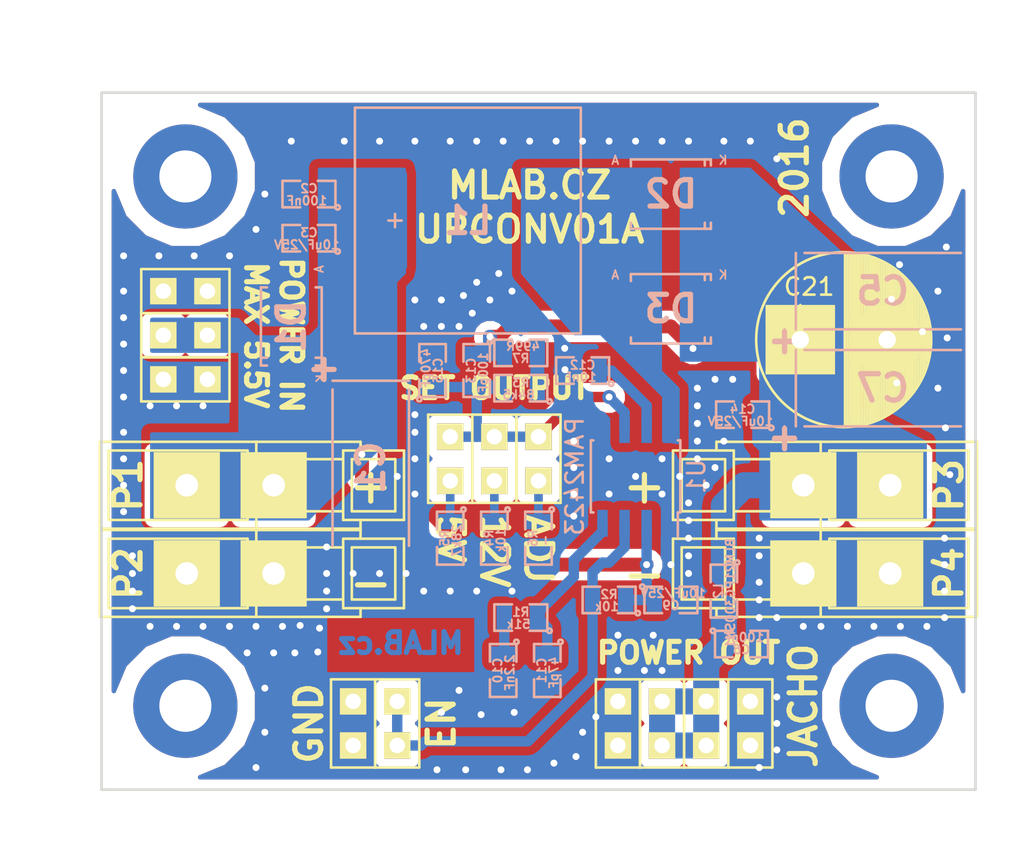
<source format=kicad_pcb>
(kicad_pcb (version 20160815) (host pcbnew "(2016-09-17 revision 679eef1)-makepkg")

  (general
    (links 79)
    (no_connects 0)
    (area 0.178999 -40.461001 50.621001 -0.178999)
    (thickness 1.6)
    (drawings 22)
    (tracks 479)
    (zones 0)
    (modules 47)
    (nets 15)
  )

  (page A4)
  (layers
    (0 F.Cu signal)
    (31 B.Cu signal)
    (32 B.Adhes user)
    (33 F.Adhes user)
    (34 B.Paste user)
    (35 F.Paste user)
    (36 B.SilkS user)
    (37 F.SilkS user)
    (38 B.Mask user)
    (39 F.Mask user)
    (40 Dwgs.User user)
    (41 Cmts.User user)
    (42 Eco1.User user)
    (43 Eco2.User user)
    (44 Edge.Cuts user)
    (45 Margin user)
    (46 B.CrtYd user)
    (47 F.CrtYd user)
    (48 B.Fab user)
    (49 F.Fab user)
  )

  (setup
    (last_trace_width 0.3)
    (user_trace_width 0.2)
    (user_trace_width 0.3)
    (user_trace_width 0.4)
    (user_trace_width 0.5)
    (user_trace_width 0.6)
    (user_trace_width 0.7)
    (user_trace_width 0.8)
    (user_trace_width 1.5)
    (trace_clearance 0.3)
    (zone_clearance 0.508)
    (zone_45_only no)
    (trace_min 0.2)
    (segment_width 0.2)
    (edge_width 0.15)
    (via_size 0.8)
    (via_drill 0.4)
    (via_min_size 0.4)
    (via_min_drill 0.3)
    (uvia_size 0.3)
    (uvia_drill 0.1)
    (uvias_allowed no)
    (uvia_min_size 0.2)
    (uvia_min_drill 0.1)
    (pcb_text_width 0.3)
    (pcb_text_size 1.5 1.5)
    (mod_edge_width 0.15)
    (mod_text_size 1 1)
    (mod_text_width 0.15)
    (pad_size 6 6)
    (pad_drill 3)
    (pad_to_mask_clearance 0.2)
    (solder_mask_min_width 0.2)
    (aux_axis_origin 0 0)
    (visible_elements 7FFCFF7F)
    (pcbplotparams
      (layerselection 0x010e0_ffffffff)
      (usegerberextensions false)
      (excludeedgelayer true)
      (linewidth 0.500000)
      (plotframeref false)
      (viasonmask false)
      (mode 1)
      (useauxorigin false)
      (hpglpennumber 1)
      (hpglpenspeed 20)
      (hpglpendiameter 15)
      (psnegative false)
      (psa4output false)
      (plotreference true)
      (plotvalue true)
      (plotinvisibletext false)
      (padsonsilk false)
      (subtractmaskfromsilk false)
      (outputformat 1)
      (mirror false)
      (drillshape 0)
      (scaleselection 1)
      (outputdirectory ../CAM_PROFI/))
  )

  (net 0 "")
  (net 1 GND)
  (net 2 VCC)
  (net 3 "Net-(C10-Pad1)")
  (net 4 "Net-(C11-Pad1)")
  (net 5 "Net-(C12-Pad1)")
  (net 6 "Net-(C13-Pad2)")
  (net 7 "Net-(D2-Pad2)")
  (net 8 /EN)
  (net 9 /12V)
  (net 10 /5V)
  (net 11 /ADJ)
  (net 12 /Vout)
  (net 13 "Net-(C6-Pad1)")
  (net 14 "Net-(R3-Pad1)")

  (net_class Default "Toto je výchozí třída sítě."
    (clearance 0.3)
    (trace_width 0.3)
    (via_dia 0.8)
    (via_drill 0.4)
    (uvia_dia 0.3)
    (uvia_drill 0.1)
    (diff_pair_gap 0.25)
    (diff_pair_width 0.2)
    (add_net /12V)
    (add_net /5V)
    (add_net /ADJ)
    (add_net /EN)
    (add_net /Vout)
    (add_net GND)
    (add_net "Net-(C10-Pad1)")
    (add_net "Net-(C11-Pad1)")
    (add_net "Net-(C12-Pad1)")
    (add_net "Net-(C13-Pad2)")
    (add_net "Net-(C6-Pad1)")
    (add_net "Net-(D2-Pad2)")
    (add_net "Net-(R3-Pad1)")
    (add_net VCC)
  )

  (module Mlab_IO:SOP-8_EP_3.9x4.9mm_Pitch1.27mm (layer B.Cu) (tedit 57FDF0F6) (tstamp 57AAF838)
    (at 30.988 -18.288 90)
    (descr "8-Lead Plastic Small Outline (SN) - Narrow, 3.90 mm Body [SOIC] (see Microchip Packaging Specification 00000049BS.pdf)")
    (tags "SOIC 1.27")
    (path /57AADAE0)
    (attr smd)
    (fp_text reference U1 (at 0 3.5 90) (layer B.SilkS)
      (effects (font (size 1 1) (thickness 0.15)) (justify mirror))
    )
    (fp_text value PAM2423 (at 0 -3.5 90) (layer B.SilkS)
      (effects (font (size 1 1) (thickness 0.15)) (justify mirror))
    )
    (fp_line (start -3.75 2.75) (end -3.75 -2.75) (layer B.CrtYd) (width 0.05))
    (fp_line (start 3.75 2.75) (end 3.75 -2.75) (layer B.CrtYd) (width 0.05))
    (fp_line (start -3.75 2.75) (end 3.75 2.75) (layer B.CrtYd) (width 0.05))
    (fp_line (start -3.75 -2.75) (end 3.75 -2.75) (layer B.CrtYd) (width 0.05))
    (fp_line (start -2.075 2.575) (end -2.075 2.43) (layer B.SilkS) (width 0.15))
    (fp_line (start 2.075 2.575) (end 2.075 2.43) (layer B.SilkS) (width 0.15))
    (fp_line (start 2.075 -2.575) (end 2.075 -2.43) (layer B.SilkS) (width 0.15))
    (fp_line (start -2.075 -2.575) (end -2.075 -2.43) (layer B.SilkS) (width 0.15))
    (fp_line (start -2.075 2.575) (end 2.075 2.575) (layer B.SilkS) (width 0.15))
    (fp_line (start -2.075 -2.575) (end 2.075 -2.575) (layer B.SilkS) (width 0.15))
    (fp_line (start -2.075 2.43) (end -3.475 2.43) (layer B.SilkS) (width 0.15))
    (pad 8 smd rect (at 2.7 1.905 90) (size 1.55 0.6) (layers B.Cu B.Paste B.Mask)
      (net 7 "Net-(D2-Pad2)"))
    (pad 7 smd rect (at 2.7 0.635 90) (size 1.55 0.6) (layers B.Cu B.Paste B.Mask)
      (net 5 "Net-(C12-Pad1)"))
    (pad 6 smd rect (at 2.7 -0.635 90) (size 1.55 0.6) (layers B.Cu B.Paste B.Mask)
      (net 6 "Net-(C13-Pad2)"))
    (pad 5 smd rect (at 2.7 -1.905 90) (size 1.55 0.6) (layers B.Cu B.Paste B.Mask)
      (net 1 GND))
    (pad 4 smd rect (at -2.7 -1.905 90) (size 1.55 0.6) (layers B.Cu B.Paste B.Mask)
      (net 4 "Net-(C11-Pad1)"))
    (pad 3 smd rect (at -2.7 -0.635 90) (size 1.55 0.6) (layers B.Cu B.Paste B.Mask)
      (net 8 /EN))
    (pad 2 smd rect (at -2.7 0.635 90) (size 1.55 0.6) (layers B.Cu B.Paste B.Mask)
      (net 2 VCC))
    (pad 1 smd rect (at -2.7 1.905 90) (size 1.55 0.6) (layers B.Cu B.Paste B.Mask)
      (net 1 GND))
    (pad 9 smd rect (at 0 0 90) (size 2.41 3.3) (layers B.Cu B.Paste B.Mask)
      (net 1 GND))
    (model Housings_SOIC/SOIC-8_3.9x4.9mm_Pitch1.27mm.wrl
      (at (xyz 0 0 0))
      (scale (xyz 1 1 1))
      (rotate (xyz 0 0 0))
    )
  )

  (module Mlab_R:SMD-0805 (layer B.Cu) (tedit 57FDF0F6) (tstamp 57AAF82B)
    (at 25.4 -14.732 270)
    (path /57AB9719)
    (attr smd)
    (fp_text reference R6 (at 0 0.3175 270) (layer B.SilkS)
      (effects (font (size 0.50038 0.50038) (thickness 0.10922)) (justify mirror))
    )
    (fp_text value - (at 0.127 -0.381 270) (layer B.SilkS)
      (effects (font (size 0.50038 0.50038) (thickness 0.10922)) (justify mirror))
    )
    (fp_circle (center -1.651 -0.762) (end -1.651 -0.635) (layer B.SilkS) (width 0.15))
    (fp_line (start -0.508 -0.762) (end -1.524 -0.762) (layer B.SilkS) (width 0.15))
    (fp_line (start -1.524 -0.762) (end -1.524 0.762) (layer B.SilkS) (width 0.15))
    (fp_line (start -1.524 0.762) (end -0.508 0.762) (layer B.SilkS) (width 0.15))
    (fp_line (start 0.508 0.762) (end 1.524 0.762) (layer B.SilkS) (width 0.15))
    (fp_line (start 1.524 0.762) (end 1.524 -0.762) (layer B.SilkS) (width 0.15))
    (fp_line (start 1.524 -0.762) (end 0.508 -0.762) (layer B.SilkS) (width 0.15))
    (pad 2 smd rect (at 0.9525 0 270) (size 0.889 1.397) (layers B.Cu B.Paste B.Mask)
      (net 1 GND))
    (pad 1 smd rect (at -0.9525 0 270) (size 0.889 1.397) (layers B.Cu B.Paste B.Mask)
      (net 11 /ADJ))
    (model MLAB_3D/Resistors/chip_cms.wrl
      (at (xyz 0 0 0))
      (scale (xyz 0.1 0.1 0.1))
      (rotate (xyz 0 0 0))
    )
  )

  (module Mlab_R:SMD-0805 (layer B.Cu) (tedit 57FDF0F6) (tstamp 57AAF825)
    (at 20.32 -14.732 270)
    (path /57AB96A9)
    (attr smd)
    (fp_text reference R5 (at 0 0.3175 270) (layer B.SilkS)
      (effects (font (size 0.50038 0.50038) (thickness 0.10922)) (justify mirror))
    )
    (fp_text value 28k7 (at 0.127 -0.381 270) (layer B.SilkS)
      (effects (font (size 0.50038 0.50038) (thickness 0.10922)) (justify mirror))
    )
    (fp_circle (center -1.651 -0.762) (end -1.651 -0.635) (layer B.SilkS) (width 0.15))
    (fp_line (start -0.508 -0.762) (end -1.524 -0.762) (layer B.SilkS) (width 0.15))
    (fp_line (start -1.524 -0.762) (end -1.524 0.762) (layer B.SilkS) (width 0.15))
    (fp_line (start -1.524 0.762) (end -0.508 0.762) (layer B.SilkS) (width 0.15))
    (fp_line (start 0.508 0.762) (end 1.524 0.762) (layer B.SilkS) (width 0.15))
    (fp_line (start 1.524 0.762) (end 1.524 -0.762) (layer B.SilkS) (width 0.15))
    (fp_line (start 1.524 -0.762) (end 0.508 -0.762) (layer B.SilkS) (width 0.15))
    (pad 2 smd rect (at 0.9525 0 270) (size 0.889 1.397) (layers B.Cu B.Paste B.Mask)
      (net 1 GND))
    (pad 1 smd rect (at -0.9525 0 270) (size 0.889 1.397) (layers B.Cu B.Paste B.Mask)
      (net 10 /5V))
    (model MLAB_3D/Resistors/chip_cms.wrl
      (at (xyz 0 0 0))
      (scale (xyz 0.1 0.1 0.1))
      (rotate (xyz 0 0 0))
    )
  )

  (module Mlab_R:SMD-0805 (layer B.Cu) (tedit 57FDF0F6) (tstamp 57AAF81F)
    (at 22.86 -14.732 270)
    (path /57AB9630)
    (attr smd)
    (fp_text reference R4 (at 0 0.3175 270) (layer B.SilkS)
      (effects (font (size 0.50038 0.50038) (thickness 0.10922)) (justify mirror))
    )
    (fp_text value 10k (at 0.127 -0.381 270) (layer B.SilkS)
      (effects (font (size 0.50038 0.50038) (thickness 0.10922)) (justify mirror))
    )
    (fp_circle (center -1.651 -0.762) (end -1.651 -0.635) (layer B.SilkS) (width 0.15))
    (fp_line (start -0.508 -0.762) (end -1.524 -0.762) (layer B.SilkS) (width 0.15))
    (fp_line (start -1.524 -0.762) (end -1.524 0.762) (layer B.SilkS) (width 0.15))
    (fp_line (start -1.524 0.762) (end -0.508 0.762) (layer B.SilkS) (width 0.15))
    (fp_line (start 0.508 0.762) (end 1.524 0.762) (layer B.SilkS) (width 0.15))
    (fp_line (start 1.524 0.762) (end 1.524 -0.762) (layer B.SilkS) (width 0.15))
    (fp_line (start 1.524 -0.762) (end 0.508 -0.762) (layer B.SilkS) (width 0.15))
    (pad 2 smd rect (at 0.9525 0 270) (size 0.889 1.397) (layers B.Cu B.Paste B.Mask)
      (net 1 GND))
    (pad 1 smd rect (at -0.9525 0 270) (size 0.889 1.397) (layers B.Cu B.Paste B.Mask)
      (net 9 /12V))
    (model MLAB_3D/Resistors/chip_cms.wrl
      (at (xyz 0 0 0))
      (scale (xyz 0.1 0.1 0.1))
      (rotate (xyz 0 0 0))
    )
  )

  (module Mlab_R:SMD-0805 (layer B.Cu) (tedit 57FDF0F6) (tstamp 57AAF819)
    (at 24.384 -23.368 180)
    (path /57AB7990)
    (attr smd)
    (fp_text reference R3 (at 0 0.3175 180) (layer B.SilkS)
      (effects (font (size 0.50038 0.50038) (thickness 0.10922)) (justify mirror))
    )
    (fp_text value 84k5 (at 0.127 -0.381 180) (layer B.SilkS)
      (effects (font (size 0.50038 0.50038) (thickness 0.10922)) (justify mirror))
    )
    (fp_circle (center -1.651 -0.762) (end -1.651 -0.635) (layer B.SilkS) (width 0.15))
    (fp_line (start -0.508 -0.762) (end -1.524 -0.762) (layer B.SilkS) (width 0.15))
    (fp_line (start -1.524 -0.762) (end -1.524 0.762) (layer B.SilkS) (width 0.15))
    (fp_line (start -1.524 0.762) (end -0.508 0.762) (layer B.SilkS) (width 0.15))
    (fp_line (start 0.508 0.762) (end 1.524 0.762) (layer B.SilkS) (width 0.15))
    (fp_line (start 1.524 0.762) (end 1.524 -0.762) (layer B.SilkS) (width 0.15))
    (fp_line (start 1.524 -0.762) (end 0.508 -0.762) (layer B.SilkS) (width 0.15))
    (pad 2 smd rect (at 0.9525 0 180) (size 0.889 1.397) (layers B.Cu B.Paste B.Mask)
      (net 6 "Net-(C13-Pad2)"))
    (pad 1 smd rect (at -0.9525 0 180) (size 0.889 1.397) (layers B.Cu B.Paste B.Mask)
      (net 14 "Net-(R3-Pad1)"))
    (model MLAB_3D/Resistors/chip_cms.wrl
      (at (xyz 0 0 0))
      (scale (xyz 0.1 0.1 0.1))
      (rotate (xyz 0 0 0))
    )
  )

  (module Mlab_R:SMD-0805 (layer B.Cu) (tedit 57FDF0F6) (tstamp 57AAF813)
    (at 29.464 -11.176 180)
    (path /57AB0D21)
    (attr smd)
    (fp_text reference R2 (at 0 0.3175 180) (layer B.SilkS)
      (effects (font (size 0.50038 0.50038) (thickness 0.10922)) (justify mirror))
    )
    (fp_text value 10k (at 0.127 -0.381 180) (layer B.SilkS)
      (effects (font (size 0.50038 0.50038) (thickness 0.10922)) (justify mirror))
    )
    (fp_circle (center -1.651 -0.762) (end -1.651 -0.635) (layer B.SilkS) (width 0.15))
    (fp_line (start -0.508 -0.762) (end -1.524 -0.762) (layer B.SilkS) (width 0.15))
    (fp_line (start -1.524 -0.762) (end -1.524 0.762) (layer B.SilkS) (width 0.15))
    (fp_line (start -1.524 0.762) (end -0.508 0.762) (layer B.SilkS) (width 0.15))
    (fp_line (start 0.508 0.762) (end 1.524 0.762) (layer B.SilkS) (width 0.15))
    (fp_line (start 1.524 0.762) (end 1.524 -0.762) (layer B.SilkS) (width 0.15))
    (fp_line (start 1.524 -0.762) (end 0.508 -0.762) (layer B.SilkS) (width 0.15))
    (pad 2 smd rect (at 0.9525 0 180) (size 0.889 1.397) (layers B.Cu B.Paste B.Mask)
      (net 8 /EN))
    (pad 1 smd rect (at -0.9525 0 180) (size 0.889 1.397) (layers B.Cu B.Paste B.Mask)
      (net 2 VCC))
    (model MLAB_3D/Resistors/chip_cms.wrl
      (at (xyz 0 0 0))
      (scale (xyz 0.1 0.1 0.1))
      (rotate (xyz 0 0 0))
    )
  )

  (module Mlab_R:SMD-0805 (layer B.Cu) (tedit 57FDF0F6) (tstamp 57AAF80D)
    (at 24.384 -10.16 180)
    (path /57AB49DB)
    (attr smd)
    (fp_text reference R1 (at 0 0.3175 180) (layer B.SilkS)
      (effects (font (size 0.50038 0.50038) (thickness 0.10922)) (justify mirror))
    )
    (fp_text value 51k (at 0.127 -0.381 180) (layer B.SilkS)
      (effects (font (size 0.50038 0.50038) (thickness 0.10922)) (justify mirror))
    )
    (fp_circle (center -1.651 -0.762) (end -1.651 -0.635) (layer B.SilkS) (width 0.15))
    (fp_line (start -0.508 -0.762) (end -1.524 -0.762) (layer B.SilkS) (width 0.15))
    (fp_line (start -1.524 -0.762) (end -1.524 0.762) (layer B.SilkS) (width 0.15))
    (fp_line (start -1.524 0.762) (end -0.508 0.762) (layer B.SilkS) (width 0.15))
    (fp_line (start 0.508 0.762) (end 1.524 0.762) (layer B.SilkS) (width 0.15))
    (fp_line (start 1.524 0.762) (end 1.524 -0.762) (layer B.SilkS) (width 0.15))
    (fp_line (start 1.524 -0.762) (end 0.508 -0.762) (layer B.SilkS) (width 0.15))
    (pad 2 smd rect (at 0.9525 0 180) (size 0.889 1.397) (layers B.Cu B.Paste B.Mask)
      (net 3 "Net-(C10-Pad1)"))
    (pad 1 smd rect (at -0.9525 0 180) (size 0.889 1.397) (layers B.Cu B.Paste B.Mask)
      (net 4 "Net-(C11-Pad1)"))
    (model MLAB_3D/Resistors/chip_cms.wrl
      (at (xyz 0 0 0))
      (scale (xyz 0.1 0.1 0.1))
      (rotate (xyz 0 0 0))
    )
  )

  (module Mlab_CON:WAGO256 (layer F.Cu) (tedit 57FDF0F6) (tstamp 57AAF807)
    (at 43.18 -12.7 180)
    (descr "WAGO-Series 236, 2Stift, 1pol, RM 5mm,")
    (tags "WAGO-Series 236, 2Stift, 1pol, RM 5mm, Anreibare Leiterplattenklemme")
    (path /57AC9D0D)
    (fp_text reference P4 (at -5.842 0 270) (layer F.SilkS)
      (effects (font (thickness 0.3048)))
    )
    (fp_text value WAGO256 (at 0.254 4.064 180) (layer F.SilkS) hide
      (effects (font (thickness 0.3048)))
    )
    (fp_line (start 7.54 2.5) (end 7.54 2) (layer F.SilkS) (width 0.15))
    (fp_line (start 7.54 -2) (end 7.54 -2.5) (layer F.SilkS) (width 0.15))
    (fp_line (start 1.54 2.5001) (end 1.54 -2.5001) (layer F.SilkS) (width 0.15))
    (fp_line (start -7.46 2.5001) (end -7.46 -2.5001) (layer F.SilkS) (width 0.15))
    (fp_line (start 9.54 1.501) (end 9.54 -1.501) (layer F.SilkS) (width 0.15))
    (fp_line (start 7.0401 1.501) (end 7.0401 -1.501) (layer F.SilkS) (width 0.15))
    (fp_line (start 10.0401 -2) (end 10.0401 2) (layer F.SilkS) (width 0.15))
    (fp_line (start 6.54 -2) (end 6.54 2) (layer F.SilkS) (width 0.15))
    (fp_line (start 3.54 1.5001) (end 3.54 -1.5001) (layer F.SilkS) (width 0.15))
    (fp_line (start 1.0399 -2) (end 1.0399 2) (layer F.SilkS) (width 0.15))
    (fp_line (start -6.9601 2) (end -6.9601 -2) (layer F.SilkS) (width 0.15))
    (fp_line (start 1.0399 1) (end 1.54 1) (layer F.SilkS) (width 0.15))
    (fp_line (start 7.0401 1.5) (end 9.54 1.5) (layer F.SilkS) (width 0.15))
    (fp_line (start 6.54 2) (end 10.0401 2) (layer F.SilkS) (width 0.15))
    (fp_line (start 1.0399 -1) (end 1.54 -1) (layer F.SilkS) (width 0.15))
    (fp_line (start 7.0401 -1.5) (end 9.54 -1.5) (layer F.SilkS) (width 0.15))
    (fp_line (start 6.54 -2) (end 10.041 -2) (layer F.SilkS) (width 0.15))
    (fp_line (start 3.54 1.5) (end 6.54 1.5) (layer F.SilkS) (width 0.15))
    (fp_line (start -6.9601 2) (end 1.0399 2) (layer F.SilkS) (width 0.15))
    (fp_line (start 1.54 2.5) (end 7.54 2.5) (layer F.SilkS) (width 0.15))
    (fp_line (start 3.54 -1.5) (end 6.54 -1.5) (layer F.SilkS) (width 0.15))
    (fp_line (start -6.9601 -2) (end 1.0399 -2) (layer F.SilkS) (width 0.15))
    (fp_line (start 1.54 -2.5) (end 7.54 -2.5) (layer F.SilkS) (width 0.15))
    (fp_line (start 1.54 2.5) (end -7.46 2.5) (layer F.SilkS) (width 0.15))
    (fp_line (start -7.46 -2.5) (end 1.54 -2.5) (layer F.SilkS) (width 0.15))
    (pad 1 thru_hole rect (at 2.54 0 270) (size 3.81 3.81) (drill 1.3) (layers *.Cu *.Mask F.SilkS)
      (net 1 GND))
    (pad 1 thru_hole rect (at -2.46 0 270) (size 3.81 3.81) (drill 1.3) (layers *.Cu *.Mask F.SilkS)
      (net 1 GND))
  )

  (module Mlab_CON:WAGO256 (layer F.Cu) (tedit 57FDF0F6) (tstamp 57AAF801)
    (at 43.18 -17.78 180)
    (descr "WAGO-Series 236, 2Stift, 1pol, RM 5mm,")
    (tags "WAGO-Series 236, 2Stift, 1pol, RM 5mm, Anreibare Leiterplattenklemme")
    (path /57AC6BC7)
    (fp_text reference P3 (at -5.842 0 270) (layer F.SilkS)
      (effects (font (thickness 0.3048)))
    )
    (fp_text value WAGO256 (at 0.254 4.064 180) (layer F.SilkS) hide
      (effects (font (thickness 0.3048)))
    )
    (fp_line (start 7.54 2.5) (end 7.54 2) (layer F.SilkS) (width 0.15))
    (fp_line (start 7.54 -2) (end 7.54 -2.5) (layer F.SilkS) (width 0.15))
    (fp_line (start 1.54 2.5001) (end 1.54 -2.5001) (layer F.SilkS) (width 0.15))
    (fp_line (start -7.46 2.5001) (end -7.46 -2.5001) (layer F.SilkS) (width 0.15))
    (fp_line (start 9.54 1.501) (end 9.54 -1.501) (layer F.SilkS) (width 0.15))
    (fp_line (start 7.0401 1.501) (end 7.0401 -1.501) (layer F.SilkS) (width 0.15))
    (fp_line (start 10.0401 -2) (end 10.0401 2) (layer F.SilkS) (width 0.15))
    (fp_line (start 6.54 -2) (end 6.54 2) (layer F.SilkS) (width 0.15))
    (fp_line (start 3.54 1.5001) (end 3.54 -1.5001) (layer F.SilkS) (width 0.15))
    (fp_line (start 1.0399 -2) (end 1.0399 2) (layer F.SilkS) (width 0.15))
    (fp_line (start -6.9601 2) (end -6.9601 -2) (layer F.SilkS) (width 0.15))
    (fp_line (start 1.0399 1) (end 1.54 1) (layer F.SilkS) (width 0.15))
    (fp_line (start 7.0401 1.5) (end 9.54 1.5) (layer F.SilkS) (width 0.15))
    (fp_line (start 6.54 2) (end 10.0401 2) (layer F.SilkS) (width 0.15))
    (fp_line (start 1.0399 -1) (end 1.54 -1) (layer F.SilkS) (width 0.15))
    (fp_line (start 7.0401 -1.5) (end 9.54 -1.5) (layer F.SilkS) (width 0.15))
    (fp_line (start 6.54 -2) (end 10.041 -2) (layer F.SilkS) (width 0.15))
    (fp_line (start 3.54 1.5) (end 6.54 1.5) (layer F.SilkS) (width 0.15))
    (fp_line (start -6.9601 2) (end 1.0399 2) (layer F.SilkS) (width 0.15))
    (fp_line (start 1.54 2.5) (end 7.54 2.5) (layer F.SilkS) (width 0.15))
    (fp_line (start 3.54 -1.5) (end 6.54 -1.5) (layer F.SilkS) (width 0.15))
    (fp_line (start -6.9601 -2) (end 1.0399 -2) (layer F.SilkS) (width 0.15))
    (fp_line (start 1.54 -2.5) (end 7.54 -2.5) (layer F.SilkS) (width 0.15))
    (fp_line (start 1.54 2.5) (end -7.46 2.5) (layer F.SilkS) (width 0.15))
    (fp_line (start -7.46 -2.5) (end 1.54 -2.5) (layer F.SilkS) (width 0.15))
    (pad 1 thru_hole rect (at 2.54 0 270) (size 3.81 3.81) (drill 1.3) (layers *.Cu *.Mask F.SilkS)
      (net 12 /Vout))
    (pad 1 thru_hole rect (at -2.46 0 270) (size 3.81 3.81) (drill 1.3) (layers *.Cu *.Mask F.SilkS)
      (net 12 /Vout))
  )

  (module Mlab_CON:WAGO256 (layer F.Cu) (tedit 57FDF0F6) (tstamp 57AAF7FB)
    (at 7.62 -12.7)
    (descr "WAGO-Series 236, 2Stift, 1pol, RM 5mm,")
    (tags "WAGO-Series 236, 2Stift, 1pol, RM 5mm, Anreibare Leiterplattenklemme")
    (path /57AD543F)
    (fp_text reference P2 (at -5.842 0 90) (layer F.SilkS)
      (effects (font (thickness 0.3048)))
    )
    (fp_text value WAGO256 (at 0.254 4.064) (layer F.SilkS) hide
      (effects (font (thickness 0.3048)))
    )
    (fp_line (start 7.54 2.5) (end 7.54 2) (layer F.SilkS) (width 0.15))
    (fp_line (start 7.54 -2) (end 7.54 -2.5) (layer F.SilkS) (width 0.15))
    (fp_line (start 1.54 2.5001) (end 1.54 -2.5001) (layer F.SilkS) (width 0.15))
    (fp_line (start -7.46 2.5001) (end -7.46 -2.5001) (layer F.SilkS) (width 0.15))
    (fp_line (start 9.54 1.501) (end 9.54 -1.501) (layer F.SilkS) (width 0.15))
    (fp_line (start 7.0401 1.501) (end 7.0401 -1.501) (layer F.SilkS) (width 0.15))
    (fp_line (start 10.0401 -2) (end 10.0401 2) (layer F.SilkS) (width 0.15))
    (fp_line (start 6.54 -2) (end 6.54 2) (layer F.SilkS) (width 0.15))
    (fp_line (start 3.54 1.5001) (end 3.54 -1.5001) (layer F.SilkS) (width 0.15))
    (fp_line (start 1.0399 -2) (end 1.0399 2) (layer F.SilkS) (width 0.15))
    (fp_line (start -6.9601 2) (end -6.9601 -2) (layer F.SilkS) (width 0.15))
    (fp_line (start 1.0399 1) (end 1.54 1) (layer F.SilkS) (width 0.15))
    (fp_line (start 7.0401 1.5) (end 9.54 1.5) (layer F.SilkS) (width 0.15))
    (fp_line (start 6.54 2) (end 10.0401 2) (layer F.SilkS) (width 0.15))
    (fp_line (start 1.0399 -1) (end 1.54 -1) (layer F.SilkS) (width 0.15))
    (fp_line (start 7.0401 -1.5) (end 9.54 -1.5) (layer F.SilkS) (width 0.15))
    (fp_line (start 6.54 -2) (end 10.041 -2) (layer F.SilkS) (width 0.15))
    (fp_line (start 3.54 1.5) (end 6.54 1.5) (layer F.SilkS) (width 0.15))
    (fp_line (start -6.9601 2) (end 1.0399 2) (layer F.SilkS) (width 0.15))
    (fp_line (start 1.54 2.5) (end 7.54 2.5) (layer F.SilkS) (width 0.15))
    (fp_line (start 3.54 -1.5) (end 6.54 -1.5) (layer F.SilkS) (width 0.15))
    (fp_line (start -6.9601 -2) (end 1.0399 -2) (layer F.SilkS) (width 0.15))
    (fp_line (start 1.54 -2.5) (end 7.54 -2.5) (layer F.SilkS) (width 0.15))
    (fp_line (start 1.54 2.5) (end -7.46 2.5) (layer F.SilkS) (width 0.15))
    (fp_line (start -7.46 -2.5) (end 1.54 -2.5) (layer F.SilkS) (width 0.15))
    (pad 1 thru_hole rect (at 2.54 0 90) (size 3.81 3.81) (drill 1.3) (layers *.Cu *.Mask F.SilkS)
      (net 1 GND))
    (pad 1 thru_hole rect (at -2.46 0 90) (size 3.81 3.81) (drill 1.3) (layers *.Cu *.Mask F.SilkS)
      (net 1 GND))
  )

  (module Mlab_CON:WAGO256 (layer F.Cu) (tedit 57FDF0F6) (tstamp 57AAF7F5)
    (at 7.62 -17.78)
    (descr "WAGO-Series 236, 2Stift, 1pol, RM 5mm,")
    (tags "WAGO-Series 236, 2Stift, 1pol, RM 5mm, Anreibare Leiterplattenklemme")
    (path /57AD4BD1)
    (fp_text reference P1 (at -5.842 0 90) (layer F.SilkS)
      (effects (font (thickness 0.3048)))
    )
    (fp_text value WAGO256 (at 0.254 4.064) (layer F.SilkS) hide
      (effects (font (thickness 0.3048)))
    )
    (fp_line (start 7.54 2.5) (end 7.54 2) (layer F.SilkS) (width 0.15))
    (fp_line (start 7.54 -2) (end 7.54 -2.5) (layer F.SilkS) (width 0.15))
    (fp_line (start 1.54 2.5001) (end 1.54 -2.5001) (layer F.SilkS) (width 0.15))
    (fp_line (start -7.46 2.5001) (end -7.46 -2.5001) (layer F.SilkS) (width 0.15))
    (fp_line (start 9.54 1.501) (end 9.54 -1.501) (layer F.SilkS) (width 0.15))
    (fp_line (start 7.0401 1.501) (end 7.0401 -1.501) (layer F.SilkS) (width 0.15))
    (fp_line (start 10.0401 -2) (end 10.0401 2) (layer F.SilkS) (width 0.15))
    (fp_line (start 6.54 -2) (end 6.54 2) (layer F.SilkS) (width 0.15))
    (fp_line (start 3.54 1.5001) (end 3.54 -1.5001) (layer F.SilkS) (width 0.15))
    (fp_line (start 1.0399 -2) (end 1.0399 2) (layer F.SilkS) (width 0.15))
    (fp_line (start -6.9601 2) (end -6.9601 -2) (layer F.SilkS) (width 0.15))
    (fp_line (start 1.0399 1) (end 1.54 1) (layer F.SilkS) (width 0.15))
    (fp_line (start 7.0401 1.5) (end 9.54 1.5) (layer F.SilkS) (width 0.15))
    (fp_line (start 6.54 2) (end 10.0401 2) (layer F.SilkS) (width 0.15))
    (fp_line (start 1.0399 -1) (end 1.54 -1) (layer F.SilkS) (width 0.15))
    (fp_line (start 7.0401 -1.5) (end 9.54 -1.5) (layer F.SilkS) (width 0.15))
    (fp_line (start 6.54 -2) (end 10.041 -2) (layer F.SilkS) (width 0.15))
    (fp_line (start 3.54 1.5) (end 6.54 1.5) (layer F.SilkS) (width 0.15))
    (fp_line (start -6.9601 2) (end 1.0399 2) (layer F.SilkS) (width 0.15))
    (fp_line (start 1.54 2.5) (end 7.54 2.5) (layer F.SilkS) (width 0.15))
    (fp_line (start 3.54 -1.5) (end 6.54 -1.5) (layer F.SilkS) (width 0.15))
    (fp_line (start -6.9601 -2) (end 1.0399 -2) (layer F.SilkS) (width 0.15))
    (fp_line (start 1.54 -2.5) (end 7.54 -2.5) (layer F.SilkS) (width 0.15))
    (fp_line (start 1.54 2.5) (end -7.46 2.5) (layer F.SilkS) (width 0.15))
    (fp_line (start -7.46 -2.5) (end 1.54 -2.5) (layer F.SilkS) (width 0.15))
    (pad 1 thru_hole rect (at 2.54 0 90) (size 3.81 3.81) (drill 1.3) (layers *.Cu *.Mask F.SilkS)
      (net 2 VCC))
    (pad 1 thru_hole rect (at -2.46 0 90) (size 3.81 3.81) (drill 1.3) (layers *.Cu *.Mask F.SilkS)
      (net 2 VCC))
  )

  (module Mlab_Mechanical:MountingHole_3mm placed (layer F.Cu) (tedit 57FDF0F6) (tstamp 57AAF7EF)
    (at 5.08 -5.08)
    (descr "Mounting hole, Befestigungsbohrung, 3mm, No Annular, Kein Restring,")
    (tags "Mounting hole, Befestigungsbohrung, 3mm, No Annular, Kein Restring,")
    (path /549D7665)
    (fp_text reference M4 (at 0 -4.191) (layer F.SilkS) hide
      (effects (font (thickness 0.3048)))
    )
    (fp_text value HOLE (at 0 4.191) (layer F.SilkS) hide
      (effects (font (thickness 0.3048)))
    )
    (fp_circle (center 0 0) (end 2.99974 0) (layer Cmts.User) (width 0.381))
    (pad 1 thru_hole circle (at 0 0) (size 6 6) (drill 3) (layers *.Cu *.Adhes *.Mask)
      (clearance 1) (zone_connect 2))
  )

  (module Mlab_Mechanical:MountingHole_3mm placed (layer F.Cu) (tedit 57FDF0F6) (tstamp 57AAF7EA)
    (at 45.72 -35.56)
    (descr "Mounting hole, Befestigungsbohrung, 3mm, No Annular, Kein Restring,")
    (tags "Mounting hole, Befestigungsbohrung, 3mm, No Annular, Kein Restring,")
    (path /549D7646)
    (fp_text reference M3 (at 0 -4.191) (layer F.SilkS) hide
      (effects (font (thickness 0.3048)))
    )
    (fp_text value HOLE (at 0 4.191) (layer F.SilkS) hide
      (effects (font (thickness 0.3048)))
    )
    (fp_circle (center 0 0) (end 2.99974 0) (layer Cmts.User) (width 0.381))
    (pad 1 thru_hole circle (at 0 0) (size 6 6) (drill 3) (layers *.Cu *.Adhes *.Mask)
      (clearance 1) (zone_connect 2))
  )

  (module Mlab_Mechanical:MountingHole_3mm placed (layer F.Cu) (tedit 57FDF0F6) (tstamp 57AAF7E5)
    (at 5.08 -35.56)
    (descr "Mounting hole, Befestigungsbohrung, 3mm, No Annular, Kein Restring,")
    (tags "Mounting hole, Befestigungsbohrung, 3mm, No Annular, Kein Restring,")
    (path /549D7628)
    (fp_text reference M2 (at 0 -4.191) (layer F.SilkS) hide
      (effects (font (thickness 0.3048)))
    )
    (fp_text value HOLE (at 0 4.191) (layer F.SilkS) hide
      (effects (font (thickness 0.3048)))
    )
    (fp_circle (center 0 0) (end 2.99974 0) (layer Cmts.User) (width 0.381))
    (pad 1 thru_hole circle (at 0 0) (size 6 6) (drill 3) (layers *.Cu *.Adhes *.Mask)
      (clearance 1) (zone_connect 2))
  )

  (module Mlab_Mechanical:MountingHole_3mm placed (layer F.Cu) (tedit 57FDF0F6) (tstamp 57AAF7E0)
    (at 45.72 -5.08)
    (descr "Mounting hole, Befestigungsbohrung, 3mm, No Annular, Kein Restring,")
    (tags "Mounting hole, Befestigungsbohrung, 3mm, No Annular, Kein Restring,")
    (path /549D7549)
    (fp_text reference M1 (at 0 -4.191) (layer F.SilkS) hide
      (effects (font (thickness 0.3048)))
    )
    (fp_text value HOLE (at 0 4.191) (layer F.SilkS) hide
      (effects (font (thickness 0.3048)))
    )
    (fp_circle (center 0 0) (end 2.99974 0) (layer Cmts.User) (width 0.381))
    (pad 1 thru_hole circle (at 0 0) (size 6 6) (drill 3) (layers *.Cu *.Adhes *.Mask)
      (clearance 1) (zone_connect 2))
  )

  (module Mlab_L:DE1205-10 (layer B.Cu) (tedit 57FDF0F6) (tstamp 57AAF7DB)
    (at 21.336 -33.02 180)
    (descr "L DE1207")
    (path /57A9E40F)
    (fp_text reference L1 (at 0 0 180) (layer B.SilkS)
      (effects (font (thickness 0.3048)) (justify mirror))
    )
    (fp_text value "DE1207-10, EPCOS  B82477G4682M" (at 0 -5.842 180) (layer B.SilkS) hide
      (effects (font (size 0.50038 0.50038) (thickness 0.11938)) (justify mirror))
    )
    (fp_line (start -6.5 6.5) (end -6.5 -6.5) (layer B.SilkS) (width 0.15))
    (fp_line (start -6.5 -6.5) (end 6.5 -6.5) (layer B.SilkS) (width 0.15))
    (fp_line (start 6.5 -6.5) (end 6.5 6.5) (layer B.SilkS) (width 0.15))
    (fp_line (start 6.5 6.5) (end -6.5 6.5) (layer B.SilkS) (width 0.15))
    (fp_line (start 4.572 0) (end 3.81 0) (layer B.SilkS) (width 0.15))
    (fp_line (start 4.191 0.381) (end 4.191 -0.381) (layer B.SilkS) (width 0.15))
    (pad 2 smd rect (at -5 0 180) (size 3 5.5) (layers B.Cu B.Paste B.Mask)
      (net 7 "Net-(D2-Pad2)"))
    (pad 1 smd rect (at 5 0 180) (size 3 5.5) (layers B.Cu B.Paste B.Mask)
      (net 2 VCC))
    (model Capacitors_SMD/c_elec_10x10_5.wrl
      (at (xyz 0 0 0))
      (scale (xyz 1 1 1))
      (rotate (xyz 0 0 0))
    )
  )

  (module Mlab_Pin_Headers:Straight_1x02 (layer F.Cu) (tedit 57FDF0F6) (tstamp 57AAF7D5)
    (at 5.08 -23.876 90)
    (descr "pin header straight 1x02")
    (tags "pin header straight 1x02")
    (path /57AE24EC)
    (fp_text reference J12 (at 0 -3.81 90) (layer F.SilkS) hide
      (effects (font (size 1.5 1.5) (thickness 0.15)))
    )
    (fp_text value JUMP_2x1 (at 0 3.81 90) (layer F.SilkS) hide
      (effects (font (size 1.5 1.5) (thickness 0.15)))
    )
    (fp_text user 1 (at -1.651 -1.27 90) (layer F.SilkS) hide
      (effects (font (size 0.5 0.5) (thickness 0.05)))
    )
    (fp_line (start -1.27 -2.54) (end 1.27 -2.54) (layer F.SilkS) (width 0.15))
    (fp_line (start 1.27 -2.54) (end 1.27 2.54) (layer F.SilkS) (width 0.15))
    (fp_line (start 1.27 2.54) (end -1.27 2.54) (layer F.SilkS) (width 0.15))
    (fp_line (start -1.27 2.54) (end -1.27 -2.54) (layer F.SilkS) (width 0.15))
    (pad 1 thru_hole rect (at 0 -1.27 90) (size 1.524 1.524) (drill 0.889) (layers *.Cu *.Mask F.SilkS)
      (net 1 GND))
    (pad 2 thru_hole rect (at 0 1.27 90) (size 1.524 1.524) (drill 0.889) (layers *.Cu *.Mask F.SilkS)
      (net 1 GND))
    (model Pin_Headers/Pin_Header_Straight_1x02.wrl
      (at (xyz 0 0 0))
      (scale (xyz 1 1 1))
      (rotate (xyz 0 0 90))
    )
  )

  (module Mlab_Pin_Headers:Straight_1x02 (layer F.Cu) (tedit 57FDF0F6) (tstamp 57AAF7CF)
    (at 5.08 -26.416 90)
    (descr "pin header straight 1x02")
    (tags "pin header straight 1x02")
    (path /57AE243F)
    (fp_text reference J11 (at 0 -3.81 90) (layer F.SilkS) hide
      (effects (font (size 1.5 1.5) (thickness 0.15)))
    )
    (fp_text value JUMP_2x1 (at 0 3.81 90) (layer F.SilkS) hide
      (effects (font (size 1.5 1.5) (thickness 0.15)))
    )
    (fp_text user 1 (at -1.651 -1.27 90) (layer F.SilkS) hide
      (effects (font (size 0.5 0.5) (thickness 0.05)))
    )
    (fp_line (start -1.27 -2.54) (end 1.27 -2.54) (layer F.SilkS) (width 0.15))
    (fp_line (start 1.27 -2.54) (end 1.27 2.54) (layer F.SilkS) (width 0.15))
    (fp_line (start 1.27 2.54) (end -1.27 2.54) (layer F.SilkS) (width 0.15))
    (fp_line (start -1.27 2.54) (end -1.27 -2.54) (layer F.SilkS) (width 0.15))
    (pad 1 thru_hole rect (at 0 -1.27 90) (size 1.524 1.524) (drill 0.889) (layers *.Cu *.Mask F.SilkS)
      (net 2 VCC))
    (pad 2 thru_hole rect (at 0 1.27 90) (size 1.524 1.524) (drill 0.889) (layers *.Cu *.Mask F.SilkS)
      (net 2 VCC))
    (model Pin_Headers/Pin_Header_Straight_1x02.wrl
      (at (xyz 0 0 0))
      (scale (xyz 1 1 1))
      (rotate (xyz 0 0 90))
    )
  )

  (module Mlab_Pin_Headers:Straight_1x02 (layer F.Cu) (tedit 57FDF0F6) (tstamp 57AAF7C9)
    (at 14.732 -4.064)
    (descr "pin header straight 1x02")
    (tags "pin header straight 1x02")
    (path /57AC8608)
    (fp_text reference J10 (at 0 -3.81) (layer F.SilkS) hide
      (effects (font (size 1.5 1.5) (thickness 0.15)))
    )
    (fp_text value JUMP_2x1 (at 0 3.81) (layer F.SilkS) hide
      (effects (font (size 1.5 1.5) (thickness 0.15)))
    )
    (fp_text user 1 (at -1.651 -1.27) (layer F.SilkS) hide
      (effects (font (size 0.5 0.5) (thickness 0.05)))
    )
    (fp_line (start -1.27 -2.54) (end 1.27 -2.54) (layer F.SilkS) (width 0.15))
    (fp_line (start 1.27 -2.54) (end 1.27 2.54) (layer F.SilkS) (width 0.15))
    (fp_line (start 1.27 2.54) (end -1.27 2.54) (layer F.SilkS) (width 0.15))
    (fp_line (start -1.27 2.54) (end -1.27 -2.54) (layer F.SilkS) (width 0.15))
    (pad 1 thru_hole rect (at 0 -1.27) (size 1.524 1.524) (drill 0.889) (layers *.Cu *.Mask F.SilkS)
      (net 1 GND))
    (pad 2 thru_hole rect (at 0 1.27) (size 1.524 1.524) (drill 0.889) (layers *.Cu *.Mask F.SilkS)
      (net 1 GND))
    (model Pin_Headers/Pin_Header_Straight_1x02.wrl
      (at (xyz 0 0 0))
      (scale (xyz 1 1 1))
      (rotate (xyz 0 0 90))
    )
  )

  (module Mlab_Pin_Headers:Straight_1x02 (layer F.Cu) (tedit 57FDF0F6) (tstamp 57AAF7C3)
    (at 32.512 -4.064 180)
    (descr "pin header straight 1x02")
    (tags "pin header straight 1x02")
    (path /57AC848C)
    (fp_text reference J9 (at 0 -3.81 180) (layer F.SilkS) hide
      (effects (font (size 1.5 1.5) (thickness 0.15)))
    )
    (fp_text value JUMP_2x1 (at 0 3.81 180) (layer F.SilkS) hide
      (effects (font (size 1.5 1.5) (thickness 0.15)))
    )
    (fp_text user 1 (at -1.651 -1.27 180) (layer F.SilkS) hide
      (effects (font (size 0.5 0.5) (thickness 0.05)))
    )
    (fp_line (start -1.27 -2.54) (end 1.27 -2.54) (layer F.SilkS) (width 0.15))
    (fp_line (start 1.27 -2.54) (end 1.27 2.54) (layer F.SilkS) (width 0.15))
    (fp_line (start 1.27 2.54) (end -1.27 2.54) (layer F.SilkS) (width 0.15))
    (fp_line (start -1.27 2.54) (end -1.27 -2.54) (layer F.SilkS) (width 0.15))
    (pad 1 thru_hole rect (at 0 -1.27 180) (size 1.524 1.524) (drill 0.889) (layers *.Cu *.Mask F.SilkS)
      (net 13 "Net-(C6-Pad1)"))
    (pad 2 thru_hole rect (at 0 1.27 180) (size 1.524 1.524) (drill 0.889) (layers *.Cu *.Mask F.SilkS)
      (net 13 "Net-(C6-Pad1)"))
    (model Pin_Headers/Pin_Header_Straight_1x02.wrl
      (at (xyz 0 0 0))
      (scale (xyz 1 1 1))
      (rotate (xyz 0 0 90))
    )
  )

  (module Mlab_Pin_Headers:Straight_1x02 (layer F.Cu) (tedit 57FDF0F6) (tstamp 57AAF7BD)
    (at 35.052 -4.064 180)
    (descr "pin header straight 1x02")
    (tags "pin header straight 1x02")
    (path /57AC7F68)
    (fp_text reference J8 (at 0 -3.81 180) (layer F.SilkS) hide
      (effects (font (size 1.5 1.5) (thickness 0.15)))
    )
    (fp_text value JUMP_2x1 (at 0 3.81 180) (layer F.SilkS) hide
      (effects (font (size 1.5 1.5) (thickness 0.15)))
    )
    (fp_text user 1 (at -1.651 -1.27 180) (layer F.SilkS) hide
      (effects (font (size 0.5 0.5) (thickness 0.05)))
    )
    (fp_line (start -1.27 -2.54) (end 1.27 -2.54) (layer F.SilkS) (width 0.15))
    (fp_line (start 1.27 -2.54) (end 1.27 2.54) (layer F.SilkS) (width 0.15))
    (fp_line (start 1.27 2.54) (end -1.27 2.54) (layer F.SilkS) (width 0.15))
    (fp_line (start -1.27 2.54) (end -1.27 -2.54) (layer F.SilkS) (width 0.15))
    (pad 1 thru_hole rect (at 0 -1.27 180) (size 1.524 1.524) (drill 0.889) (layers *.Cu *.Mask F.SilkS)
      (net 13 "Net-(C6-Pad1)"))
    (pad 2 thru_hole rect (at 0 1.27 180) (size 1.524 1.524) (drill 0.889) (layers *.Cu *.Mask F.SilkS)
      (net 13 "Net-(C6-Pad1)"))
    (model Pin_Headers/Pin_Header_Straight_1x02.wrl
      (at (xyz 0 0 0))
      (scale (xyz 1 1 1))
      (rotate (xyz 0 0 90))
    )
  )

  (module Mlab_Pin_Headers:Straight_1x02 (layer F.Cu) (tedit 57FDF0F6) (tstamp 57AAF7B7)
    (at 37.592 -4.064 180)
    (descr "pin header straight 1x02")
    (tags "pin header straight 1x02")
    (path /57AC8508)
    (fp_text reference J7 (at 0 -3.81 180) (layer F.SilkS) hide
      (effects (font (size 1.5 1.5) (thickness 0.15)))
    )
    (fp_text value JUMP_2x1 (at 0 3.81 180) (layer F.SilkS) hide
      (effects (font (size 1.5 1.5) (thickness 0.15)))
    )
    (fp_text user 1 (at -1.651 -1.27 180) (layer F.SilkS) hide
      (effects (font (size 0.5 0.5) (thickness 0.05)))
    )
    (fp_line (start -1.27 -2.54) (end 1.27 -2.54) (layer F.SilkS) (width 0.15))
    (fp_line (start 1.27 -2.54) (end 1.27 2.54) (layer F.SilkS) (width 0.15))
    (fp_line (start 1.27 2.54) (end -1.27 2.54) (layer F.SilkS) (width 0.15))
    (fp_line (start -1.27 2.54) (end -1.27 -2.54) (layer F.SilkS) (width 0.15))
    (pad 1 thru_hole rect (at 0 -1.27 180) (size 1.524 1.524) (drill 0.889) (layers *.Cu *.Mask F.SilkS)
      (net 1 GND))
    (pad 2 thru_hole rect (at 0 1.27 180) (size 1.524 1.524) (drill 0.889) (layers *.Cu *.Mask F.SilkS)
      (net 1 GND))
    (model Pin_Headers/Pin_Header_Straight_1x02.wrl
      (at (xyz 0 0 0))
      (scale (xyz 1 1 1))
      (rotate (xyz 0 0 90))
    )
  )

  (module Mlab_Pin_Headers:Straight_1x02 (layer F.Cu) (tedit 57FDF0F6) (tstamp 57AAF7B1)
    (at 25.4 -19.304 180)
    (descr "pin header straight 1x02")
    (tags "pin header straight 1x02")
    (path /57ABABD5)
    (fp_text reference J6 (at 0 -3.81 180) (layer F.SilkS) hide
      (effects (font (size 1.5 1.5) (thickness 0.15)))
    )
    (fp_text value JUMP2_2x1 (at 0 3.81 180) (layer F.SilkS) hide
      (effects (font (size 1.5 1.5) (thickness 0.15)))
    )
    (fp_text user 1 (at -1.651 -1.27 180) (layer F.SilkS) hide
      (effects (font (size 0.5 0.5) (thickness 0.05)))
    )
    (fp_line (start -1.27 -2.54) (end 1.27 -2.54) (layer F.SilkS) (width 0.15))
    (fp_line (start 1.27 -2.54) (end 1.27 2.54) (layer F.SilkS) (width 0.15))
    (fp_line (start 1.27 2.54) (end -1.27 2.54) (layer F.SilkS) (width 0.15))
    (fp_line (start -1.27 2.54) (end -1.27 -2.54) (layer F.SilkS) (width 0.15))
    (pad 1 thru_hole rect (at 0 -1.27 180) (size 1.524 1.524) (drill 0.889) (layers *.Cu *.Mask F.SilkS)
      (net 11 /ADJ))
    (pad 2 thru_hole rect (at 0 1.27 180) (size 1.524 1.524) (drill 0.889) (layers *.Cu *.Mask F.SilkS)
      (net 6 "Net-(C13-Pad2)"))
    (model Pin_Headers/Pin_Header_Straight_1x02.wrl
      (at (xyz 0 0 0))
      (scale (xyz 1 1 1))
      (rotate (xyz 0 0 90))
    )
  )

  (module Mlab_Pin_Headers:Straight_1x02 (layer F.Cu) (tedit 57FDF0F6) (tstamp 57AAF7AB)
    (at 20.32 -19.304 180)
    (descr "pin header straight 1x02")
    (tags "pin header straight 1x02")
    (path /57ABAB5E)
    (fp_text reference J5 (at 0 -3.81 180) (layer F.SilkS) hide
      (effects (font (size 1.5 1.5) (thickness 0.15)))
    )
    (fp_text value JUMP2_2x1 (at 0 3.81 180) (layer F.SilkS) hide
      (effects (font (size 1.5 1.5) (thickness 0.15)))
    )
    (fp_text user 1 (at -1.651 -1.27 180) (layer F.SilkS) hide
      (effects (font (size 0.5 0.5) (thickness 0.05)))
    )
    (fp_line (start -1.27 -2.54) (end 1.27 -2.54) (layer F.SilkS) (width 0.15))
    (fp_line (start 1.27 -2.54) (end 1.27 2.54) (layer F.SilkS) (width 0.15))
    (fp_line (start 1.27 2.54) (end -1.27 2.54) (layer F.SilkS) (width 0.15))
    (fp_line (start -1.27 2.54) (end -1.27 -2.54) (layer F.SilkS) (width 0.15))
    (pad 1 thru_hole rect (at 0 -1.27 180) (size 1.524 1.524) (drill 0.889) (layers *.Cu *.Mask F.SilkS)
      (net 10 /5V))
    (pad 2 thru_hole rect (at 0 1.27 180) (size 1.524 1.524) (drill 0.889) (layers *.Cu *.Mask F.SilkS)
      (net 6 "Net-(C13-Pad2)"))
    (model Pin_Headers/Pin_Header_Straight_1x02.wrl
      (at (xyz 0 0 0))
      (scale (xyz 1 1 1))
      (rotate (xyz 0 0 90))
    )
  )

  (module Mlab_Pin_Headers:Straight_1x02 (layer F.Cu) (tedit 57FDF0F6) (tstamp 57AAF7A5)
    (at 22.86 -19.304 180)
    (descr "pin header straight 1x02")
    (tags "pin header straight 1x02")
    (path /57ABA3DA)
    (fp_text reference J4 (at 0 -3.81 180) (layer F.SilkS) hide
      (effects (font (size 1.5 1.5) (thickness 0.15)))
    )
    (fp_text value JUMP2_2x1 (at 0 3.81 180) (layer F.SilkS) hide
      (effects (font (size 1.5 1.5) (thickness 0.15)))
    )
    (fp_text user 1 (at -1.651 -1.27 180) (layer F.SilkS) hide
      (effects (font (size 0.5 0.5) (thickness 0.05)))
    )
    (fp_line (start -1.27 -2.54) (end 1.27 -2.54) (layer F.SilkS) (width 0.15))
    (fp_line (start 1.27 -2.54) (end 1.27 2.54) (layer F.SilkS) (width 0.15))
    (fp_line (start 1.27 2.54) (end -1.27 2.54) (layer F.SilkS) (width 0.15))
    (fp_line (start -1.27 2.54) (end -1.27 -2.54) (layer F.SilkS) (width 0.15))
    (pad 1 thru_hole rect (at 0 -1.27 180) (size 1.524 1.524) (drill 0.889) (layers *.Cu *.Mask F.SilkS)
      (net 9 /12V))
    (pad 2 thru_hole rect (at 0 1.27 180) (size 1.524 1.524) (drill 0.889) (layers *.Cu *.Mask F.SilkS)
      (net 6 "Net-(C13-Pad2)"))
    (model Pin_Headers/Pin_Header_Straight_1x02.wrl
      (at (xyz 0 0 0))
      (scale (xyz 1 1 1))
      (rotate (xyz 0 0 90))
    )
  )

  (module Mlab_Pin_Headers:Straight_1x02 (layer F.Cu) (tedit 57FDF0F6) (tstamp 57AAF79F)
    (at 5.08 -28.956 90)
    (descr "pin header straight 1x02")
    (tags "pin header straight 1x02")
    (path /57AB1797)
    (fp_text reference J3 (at 0 -3.81 90) (layer F.SilkS) hide
      (effects (font (size 1.5 1.5) (thickness 0.15)))
    )
    (fp_text value JUMP_2x1 (at 0 3.81 90) (layer F.SilkS) hide
      (effects (font (size 1.5 1.5) (thickness 0.15)))
    )
    (fp_text user 1 (at -1.651 -1.27 90) (layer F.SilkS) hide
      (effects (font (size 0.5 0.5) (thickness 0.05)))
    )
    (fp_line (start -1.27 -2.54) (end 1.27 -2.54) (layer F.SilkS) (width 0.15))
    (fp_line (start 1.27 -2.54) (end 1.27 2.54) (layer F.SilkS) (width 0.15))
    (fp_line (start 1.27 2.54) (end -1.27 2.54) (layer F.SilkS) (width 0.15))
    (fp_line (start -1.27 2.54) (end -1.27 -2.54) (layer F.SilkS) (width 0.15))
    (pad 1 thru_hole rect (at 0 -1.27 90) (size 1.524 1.524) (drill 0.889) (layers *.Cu *.Mask F.SilkS)
      (net 1 GND))
    (pad 2 thru_hole rect (at 0 1.27 90) (size 1.524 1.524) (drill 0.889) (layers *.Cu *.Mask F.SilkS)
      (net 1 GND))
    (model Pin_Headers/Pin_Header_Straight_1x02.wrl
      (at (xyz 0 0 0))
      (scale (xyz 1 1 1))
      (rotate (xyz 0 0 90))
    )
  )

  (module Mlab_Pin_Headers:Straight_1x02 (layer F.Cu) (tedit 57FDF0F6) (tstamp 57AAF799)
    (at 17.272 -4.064)
    (descr "pin header straight 1x02")
    (tags "pin header straight 1x02")
    (path /57AB1209)
    (fp_text reference J2 (at 0 -3.81) (layer F.SilkS) hide
      (effects (font (size 1.5 1.5) (thickness 0.15)))
    )
    (fp_text value JUMP_2x1 (at 0 3.81) (layer F.SilkS) hide
      (effects (font (size 1.5 1.5) (thickness 0.15)))
    )
    (fp_text user 1 (at -1.651 -1.27) (layer F.SilkS) hide
      (effects (font (size 0.5 0.5) (thickness 0.05)))
    )
    (fp_line (start -1.27 -2.54) (end 1.27 -2.54) (layer F.SilkS) (width 0.15))
    (fp_line (start 1.27 -2.54) (end 1.27 2.54) (layer F.SilkS) (width 0.15))
    (fp_line (start 1.27 2.54) (end -1.27 2.54) (layer F.SilkS) (width 0.15))
    (fp_line (start -1.27 2.54) (end -1.27 -2.54) (layer F.SilkS) (width 0.15))
    (pad 1 thru_hole rect (at 0 -1.27) (size 1.524 1.524) (drill 0.889) (layers *.Cu *.Mask F.SilkS)
      (net 8 /EN))
    (pad 2 thru_hole rect (at 0 1.27) (size 1.524 1.524) (drill 0.889) (layers *.Cu *.Mask F.SilkS)
      (net 8 /EN))
    (model Pin_Headers/Pin_Header_Straight_1x02.wrl
      (at (xyz 0 0 0))
      (scale (xyz 1 1 1))
      (rotate (xyz 0 0 90))
    )
  )

  (module Mlab_Pin_Headers:Straight_1x02 (layer F.Cu) (tedit 57FDF0F6) (tstamp 57AAF793)
    (at 29.972 -4.064 180)
    (descr "pin header straight 1x02")
    (tags "pin header straight 1x02")
    (path /57AE17DB)
    (fp_text reference J1 (at 0 -3.81 180) (layer F.SilkS) hide
      (effects (font (size 1.5 1.5) (thickness 0.15)))
    )
    (fp_text value JUMP_2x1 (at 0 3.81 180) (layer F.SilkS) hide
      (effects (font (size 1.5 1.5) (thickness 0.15)))
    )
    (fp_text user 1 (at -1.651 -1.27 180) (layer F.SilkS) hide
      (effects (font (size 0.5 0.5) (thickness 0.05)))
    )
    (fp_line (start -1.27 -2.54) (end 1.27 -2.54) (layer F.SilkS) (width 0.15))
    (fp_line (start 1.27 -2.54) (end 1.27 2.54) (layer F.SilkS) (width 0.15))
    (fp_line (start 1.27 2.54) (end -1.27 2.54) (layer F.SilkS) (width 0.15))
    (fp_line (start -1.27 2.54) (end -1.27 -2.54) (layer F.SilkS) (width 0.15))
    (pad 1 thru_hole rect (at 0 -1.27 180) (size 1.524 1.524) (drill 0.889) (layers *.Cu *.Mask F.SilkS)
      (net 1 GND))
    (pad 2 thru_hole rect (at 0 1.27 180) (size 1.524 1.524) (drill 0.889) (layers *.Cu *.Mask F.SilkS)
      (net 1 GND))
    (model Pin_Headers/Pin_Header_Straight_1x02.wrl
      (at (xyz 0 0 0))
      (scale (xyz 1 1 1))
      (rotate (xyz 0 0 90))
    )
  )

  (module Mlab_D:Diode-SMB_Standard (layer B.Cu) (tedit 57FDF0F6) (tstamp 57AAF695)
    (at 33.02 -27.94)
    (descr "Diode SMB Standard")
    (tags "Diode SMB Standard")
    (path /57AB6FDC)
    (attr smd)
    (fp_text reference D3 (at 0 0) (layer B.SilkS)
      (effects (font (thickness 0.3048)) (justify mirror))
    )
    (fp_text value STPS340U (at 0 -3.81) (layer B.SilkS) hide
      (effects (font (thickness 0.3048)) (justify mirror))
    )
    (fp_text user A (at -3.2004 -1.95072) (layer B.SilkS)
      (effects (font (size 0.50038 0.50038) (thickness 0.09906)) (justify mirror))
    )
    (fp_text user K (at 2.99974 -1.95072) (layer B.SilkS)
      (effects (font (size 0.50038 0.50038) (thickness 0.09906)) (justify mirror))
    )
    (fp_line (start -2.30124 -1.75006) (end -2.30124 -1.6002) (layer B.SilkS) (width 0.15))
    (fp_line (start 1.95072 -1.75006) (end 1.95072 -1.651) (layer B.SilkS) (width 0.15))
    (fp_line (start 2.30124 -1.75006) (end 2.30124 -1.651) (layer B.SilkS) (width 0.15))
    (fp_line (start -2.30124 1.75006) (end -2.30124 1.651) (layer B.SilkS) (width 0.15))
    (fp_line (start 1.95072 1.75006) (end 1.95072 1.651) (layer B.SilkS) (width 0.15))
    (fp_line (start 2.30124 1.75006) (end 2.30124 1.651) (layer B.SilkS) (width 0.15))
    (fp_circle (center 0 0) (end 0.44958 -0.09906) (layer B.Adhes) (width 0.381))
    (fp_circle (center 0 0) (end 0.20066 -0.09906) (layer B.Adhes) (width 0.381))
    (fp_line (start 1.95072 -1.99898) (end 1.95072 -1.80086) (layer B.SilkS) (width 0.15))
    (fp_line (start 1.95072 1.99898) (end 1.95072 1.80086) (layer B.SilkS) (width 0.15))
    (fp_line (start 2.29616 -1.99644) (end 2.29616 -1.79832) (layer B.SilkS) (width 0.15))
    (fp_line (start -2.30632 -1.99644) (end 2.29616 -1.99644) (layer B.SilkS) (width 0.15))
    (fp_line (start -2.30632 -1.99644) (end -2.30632 -1.79832) (layer B.SilkS) (width 0.15))
    (fp_line (start -2.30124 1.99898) (end -2.30124 1.80086) (layer B.SilkS) (width 0.15))
    (fp_line (start -2.30124 1.99898) (end 2.30124 1.99898) (layer B.SilkS) (width 0.15))
    (fp_line (start 2.30124 1.99898) (end 2.30124 1.80086) (layer B.SilkS) (width 0.15))
    (pad 1 smd rect (at 2.14884 0) (size 2.49936 2.30124) (layers B.Cu B.Paste B.Mask)
      (net 12 /Vout))
    (pad 2 smd rect (at -2.14884 0) (size 2.49936 2.30124) (layers B.Cu B.Paste B.Mask)
      (net 7 "Net-(D2-Pad2)"))
    (model MLAB_3D/Diodes/SMB.wrl
      (at (xyz 0 0 0))
      (scale (xyz 0.3937 0.3937 0.3937))
      (rotate (xyz 0 0 0))
    )
  )

  (module Mlab_D:Diode-SMB_Standard (layer B.Cu) (tedit 57FDF0F6) (tstamp 57AAF68F)
    (at 33.02 -34.544)
    (descr "Diode SMB Standard")
    (tags "Diode SMB Standard")
    (path /57A9E080)
    (attr smd)
    (fp_text reference D2 (at 0 0) (layer B.SilkS)
      (effects (font (thickness 0.3048)) (justify mirror))
    )
    (fp_text value STPS340U (at 0 -3.81) (layer B.SilkS) hide
      (effects (font (thickness 0.3048)) (justify mirror))
    )
    (fp_text user A (at -3.2004 -1.95072) (layer B.SilkS)
      (effects (font (size 0.50038 0.50038) (thickness 0.09906)) (justify mirror))
    )
    (fp_text user K (at 2.99974 -1.95072) (layer B.SilkS)
      (effects (font (size 0.50038 0.50038) (thickness 0.09906)) (justify mirror))
    )
    (fp_line (start -2.30124 -1.75006) (end -2.30124 -1.6002) (layer B.SilkS) (width 0.15))
    (fp_line (start 1.95072 -1.75006) (end 1.95072 -1.651) (layer B.SilkS) (width 0.15))
    (fp_line (start 2.30124 -1.75006) (end 2.30124 -1.651) (layer B.SilkS) (width 0.15))
    (fp_line (start -2.30124 1.75006) (end -2.30124 1.651) (layer B.SilkS) (width 0.15))
    (fp_line (start 1.95072 1.75006) (end 1.95072 1.651) (layer B.SilkS) (width 0.15))
    (fp_line (start 2.30124 1.75006) (end 2.30124 1.651) (layer B.SilkS) (width 0.15))
    (fp_circle (center 0 0) (end 0.44958 -0.09906) (layer B.Adhes) (width 0.381))
    (fp_circle (center 0 0) (end 0.20066 -0.09906) (layer B.Adhes) (width 0.381))
    (fp_line (start 1.95072 -1.99898) (end 1.95072 -1.80086) (layer B.SilkS) (width 0.15))
    (fp_line (start 1.95072 1.99898) (end 1.95072 1.80086) (layer B.SilkS) (width 0.15))
    (fp_line (start 2.29616 -1.99644) (end 2.29616 -1.79832) (layer B.SilkS) (width 0.15))
    (fp_line (start -2.30632 -1.99644) (end 2.29616 -1.99644) (layer B.SilkS) (width 0.15))
    (fp_line (start -2.30632 -1.99644) (end -2.30632 -1.79832) (layer B.SilkS) (width 0.15))
    (fp_line (start -2.30124 1.99898) (end -2.30124 1.80086) (layer B.SilkS) (width 0.15))
    (fp_line (start -2.30124 1.99898) (end 2.30124 1.99898) (layer B.SilkS) (width 0.15))
    (fp_line (start 2.30124 1.99898) (end 2.30124 1.80086) (layer B.SilkS) (width 0.15))
    (pad 1 smd rect (at 2.14884 0) (size 2.49936 2.30124) (layers B.Cu B.Paste B.Mask)
      (net 12 /Vout))
    (pad 2 smd rect (at -2.14884 0) (size 2.49936 2.30124) (layers B.Cu B.Paste B.Mask)
      (net 7 "Net-(D2-Pad2)"))
    (model MLAB_3D/Diodes/SMB.wrl
      (at (xyz 0 0 0))
      (scale (xyz 0.3937 0.3937 0.3937))
      (rotate (xyz 0 0 0))
    )
  )

  (module Mlab_D:Diode-SMA_Standard (layer B.Cu) (tedit 57FDF0F6) (tstamp 57AAF689)
    (at 11.176 -26.924 270)
    (descr "Diode SMA")
    (tags "Diode SMA")
    (path /55622FB7)
    (attr smd)
    (fp_text reference D1 (at 0 0 270) (layer B.SilkS)
      (effects (font (thickness 0.3048)) (justify mirror))
    )
    (fp_text value M4 (at 0 -3.81 270) (layer B.SilkS) hide
      (effects (font (thickness 0.3048)) (justify mirror))
    )
    (fp_text user A (at -3.29946 -1.6002 270) (layer B.SilkS)
      (effects (font (size 0.50038 0.50038) (thickness 0.09906)) (justify mirror))
    )
    (fp_text user K (at 2.99974 -1.69926 270) (layer B.SilkS)
      (effects (font (size 0.50038 0.50038) (thickness 0.09906)) (justify mirror))
    )
    (fp_circle (center 0 0) (end 0.20066 0.0508) (layer B.Adhes) (width 0.381))
    (fp_line (start 1.80086 -1.75006) (end 1.80086 -1.39954) (layer B.SilkS) (width 0.15))
    (fp_line (start 1.80086 1.75006) (end 1.80086 1.39954) (layer B.SilkS) (width 0.15))
    (fp_line (start 2.25044 -1.75006) (end 2.25044 -1.39954) (layer B.SilkS) (width 0.15))
    (fp_line (start -2.25044 -1.75006) (end -2.25044 -1.39954) (layer B.SilkS) (width 0.15))
    (fp_line (start -2.25044 1.75006) (end -2.25044 1.39954) (layer B.SilkS) (width 0.15))
    (fp_line (start 2.25044 1.75006) (end 2.25044 1.39954) (layer B.SilkS) (width 0.15))
    (fp_line (start -2.25044 -1.75006) (end 2.25044 -1.75006) (layer B.SilkS) (width 0.15))
    (fp_line (start -2.25044 1.75006) (end 2.25044 1.75006) (layer B.SilkS) (width 0.15))
    (pad 1 smd rect (at 1.99898 0 270) (size 2.49936 1.80086) (layers B.Cu B.Paste B.Mask)
      (net 2 VCC))
    (pad 2 smd rect (at -1.99898 0 270) (size 2.49936 1.80086) (layers B.Cu B.Paste B.Mask)
      (net 1 GND))
    (model MLAB_3D/Diodes/SMA.wrl
      (at (xyz 0 0 0))
      (scale (xyz 0.3937 0.3937 0.3937))
      (rotate (xyz 0 0 0))
    )
  )

  (module Mlab_R:SMD-0805 (layer B.Cu) (tedit 57FDF0F6) (tstamp 57AAF65F)
    (at 19.304 -24.384 90)
    (path /57AB999F)
    (attr smd)
    (fp_text reference C15 (at 0 0.3175 90) (layer B.SilkS)
      (effects (font (size 0.50038 0.50038) (thickness 0.10922)) (justify mirror))
    )
    (fp_text value 470pF (at 0.127 -0.381 90) (layer B.SilkS)
      (effects (font (size 0.50038 0.50038) (thickness 0.10922)) (justify mirror))
    )
    (fp_circle (center -1.651 -0.762) (end -1.651 -0.635) (layer B.SilkS) (width 0.15))
    (fp_line (start -0.508 -0.762) (end -1.524 -0.762) (layer B.SilkS) (width 0.15))
    (fp_line (start -1.524 -0.762) (end -1.524 0.762) (layer B.SilkS) (width 0.15))
    (fp_line (start -1.524 0.762) (end -0.508 0.762) (layer B.SilkS) (width 0.15))
    (fp_line (start 0.508 0.762) (end 1.524 0.762) (layer B.SilkS) (width 0.15))
    (fp_line (start 1.524 0.762) (end 1.524 -0.762) (layer B.SilkS) (width 0.15))
    (fp_line (start 1.524 -0.762) (end 0.508 -0.762) (layer B.SilkS) (width 0.15))
    (pad 2 smd rect (at 0.9525 0 90) (size 0.889 1.397) (layers B.Cu B.Paste B.Mask)
      (net 1 GND))
    (pad 1 smd rect (at -0.9525 0 90) (size 0.889 1.397) (layers B.Cu B.Paste B.Mask)
      (net 6 "Net-(C13-Pad2)"))
    (model MLAB_3D/Resistors/chip_cms.wrl
      (at (xyz 0 0 0))
      (scale (xyz 0.1 0.1 0.1))
      (rotate (xyz 0 0 0))
    )
  )

  (module Mlab_R:SMD-0805 (layer B.Cu) (tedit 57FDF0F6) (tstamp 57AAF659)
    (at 37.1475 -21.844 180)
    (path /57ACD8E9)
    (attr smd)
    (fp_text reference C14 (at 0 0.3175 180) (layer B.SilkS)
      (effects (font (size 0.50038 0.50038) (thickness 0.10922)) (justify mirror))
    )
    (fp_text value 10uF/25V (at 0.127 -0.381 180) (layer B.SilkS)
      (effects (font (size 0.50038 0.50038) (thickness 0.10922)) (justify mirror))
    )
    (fp_circle (center -1.651 -0.762) (end -1.651 -0.635) (layer B.SilkS) (width 0.15))
    (fp_line (start -0.508 -0.762) (end -1.524 -0.762) (layer B.SilkS) (width 0.15))
    (fp_line (start -1.524 -0.762) (end -1.524 0.762) (layer B.SilkS) (width 0.15))
    (fp_line (start -1.524 0.762) (end -0.508 0.762) (layer B.SilkS) (width 0.15))
    (fp_line (start 0.508 0.762) (end 1.524 0.762) (layer B.SilkS) (width 0.15))
    (fp_line (start 1.524 0.762) (end 1.524 -0.762) (layer B.SilkS) (width 0.15))
    (fp_line (start 1.524 -0.762) (end 0.508 -0.762) (layer B.SilkS) (width 0.15))
    (pad 2 smd rect (at 0.9525 0 180) (size 0.889 1.397) (layers B.Cu B.Paste B.Mask)
      (net 1 GND))
    (pad 1 smd rect (at -0.9525 0 180) (size 0.889 1.397) (layers B.Cu B.Paste B.Mask)
      (net 12 /Vout))
    (model MLAB_3D/Resistors/chip_cms.wrl
      (at (xyz 0 0 0))
      (scale (xyz 0.1 0.1 0.1))
      (rotate (xyz 0 0 0))
    )
  )

  (module Mlab_R:SMD-0805 (layer B.Cu) (tedit 57FDF0F6) (tstamp 57AAF653)
    (at 21.844 -24.384 270)
    (path /57AB9D7B)
    (attr smd)
    (fp_text reference C13 (at 0 0.3175 270) (layer B.SilkS)
      (effects (font (size 0.50038 0.50038) (thickness 0.10922)) (justify mirror))
    )
    (fp_text value 100pF (at 0.127 -0.381 270) (layer B.SilkS)
      (effects (font (size 0.50038 0.50038) (thickness 0.10922)) (justify mirror))
    )
    (fp_circle (center -1.651 -0.762) (end -1.651 -0.635) (layer B.SilkS) (width 0.15))
    (fp_line (start -0.508 -0.762) (end -1.524 -0.762) (layer B.SilkS) (width 0.15))
    (fp_line (start -1.524 -0.762) (end -1.524 0.762) (layer B.SilkS) (width 0.15))
    (fp_line (start -1.524 0.762) (end -0.508 0.762) (layer B.SilkS) (width 0.15))
    (fp_line (start 0.508 0.762) (end 1.524 0.762) (layer B.SilkS) (width 0.15))
    (fp_line (start 1.524 0.762) (end 1.524 -0.762) (layer B.SilkS) (width 0.15))
    (fp_line (start 1.524 -0.762) (end 0.508 -0.762) (layer B.SilkS) (width 0.15))
    (pad 2 smd rect (at 0.9525 0 270) (size 0.889 1.397) (layers B.Cu B.Paste B.Mask)
      (net 6 "Net-(C13-Pad2)"))
    (pad 1 smd rect (at -0.9525 0 270) (size 0.889 1.397) (layers B.Cu B.Paste B.Mask)
      (net 12 /Vout))
    (model MLAB_3D/Resistors/chip_cms.wrl
      (at (xyz 0 0 0))
      (scale (xyz 0.1 0.1 0.1))
      (rotate (xyz 0 0 0))
    )
  )

  (module Mlab_R:SMD-0805 (layer B.Cu) (tedit 57FDF0F6) (tstamp 57AAF64D)
    (at 27.94 -24.384 180)
    (path /57AB88F4)
    (attr smd)
    (fp_text reference C12 (at 0 0.3175 180) (layer B.SilkS)
      (effects (font (size 0.50038 0.50038) (thickness 0.10922)) (justify mirror))
    )
    (fp_text value 10nF (at 0.127 -0.381 180) (layer B.SilkS)
      (effects (font (size 0.50038 0.50038) (thickness 0.10922)) (justify mirror))
    )
    (fp_circle (center -1.651 -0.762) (end -1.651 -0.635) (layer B.SilkS) (width 0.15))
    (fp_line (start -0.508 -0.762) (end -1.524 -0.762) (layer B.SilkS) (width 0.15))
    (fp_line (start -1.524 -0.762) (end -1.524 0.762) (layer B.SilkS) (width 0.15))
    (fp_line (start -1.524 0.762) (end -0.508 0.762) (layer B.SilkS) (width 0.15))
    (fp_line (start 0.508 0.762) (end 1.524 0.762) (layer B.SilkS) (width 0.15))
    (fp_line (start 1.524 0.762) (end 1.524 -0.762) (layer B.SilkS) (width 0.15))
    (fp_line (start 1.524 -0.762) (end 0.508 -0.762) (layer B.SilkS) (width 0.15))
    (pad 2 smd rect (at 0.9525 0 180) (size 0.889 1.397) (layers B.Cu B.Paste B.Mask)
      (net 1 GND))
    (pad 1 smd rect (at -0.9525 0 180) (size 0.889 1.397) (layers B.Cu B.Paste B.Mask)
      (net 5 "Net-(C12-Pad1)"))
    (model MLAB_3D/Resistors/chip_cms.wrl
      (at (xyz 0 0 0))
      (scale (xyz 0.1 0.1 0.1))
      (rotate (xyz 0 0 0))
    )
  )

  (module Mlab_R:SMD-0805 (layer B.Cu) (tedit 57FDF0F6) (tstamp 57AAF647)
    (at 25.908 -7.112 270)
    (path /57AB4CFF)
    (attr smd)
    (fp_text reference C11 (at 0 0.3175 270) (layer B.SilkS)
      (effects (font (size 0.50038 0.50038) (thickness 0.10922)) (justify mirror))
    )
    (fp_text value 47pF (at 0.127 -0.381 270) (layer B.SilkS)
      (effects (font (size 0.50038 0.50038) (thickness 0.10922)) (justify mirror))
    )
    (fp_circle (center -1.651 -0.762) (end -1.651 -0.635) (layer B.SilkS) (width 0.15))
    (fp_line (start -0.508 -0.762) (end -1.524 -0.762) (layer B.SilkS) (width 0.15))
    (fp_line (start -1.524 -0.762) (end -1.524 0.762) (layer B.SilkS) (width 0.15))
    (fp_line (start -1.524 0.762) (end -0.508 0.762) (layer B.SilkS) (width 0.15))
    (fp_line (start 0.508 0.762) (end 1.524 0.762) (layer B.SilkS) (width 0.15))
    (fp_line (start 1.524 0.762) (end 1.524 -0.762) (layer B.SilkS) (width 0.15))
    (fp_line (start 1.524 -0.762) (end 0.508 -0.762) (layer B.SilkS) (width 0.15))
    (pad 2 smd rect (at 0.9525 0 270) (size 0.889 1.397) (layers B.Cu B.Paste B.Mask)
      (net 1 GND))
    (pad 1 smd rect (at -0.9525 0 270) (size 0.889 1.397) (layers B.Cu B.Paste B.Mask)
      (net 4 "Net-(C11-Pad1)"))
    (model MLAB_3D/Resistors/chip_cms.wrl
      (at (xyz 0 0 0))
      (scale (xyz 0.1 0.1 0.1))
      (rotate (xyz 0 0 0))
    )
  )

  (module Mlab_R:SMD-0805 (layer B.Cu) (tedit 57FDF0F6) (tstamp 57AAF641)
    (at 23.368 -7.112 270)
    (path /57AB3BCB)
    (attr smd)
    (fp_text reference C10 (at 0 0.3175 270) (layer B.SilkS)
      (effects (font (size 0.50038 0.50038) (thickness 0.10922)) (justify mirror))
    )
    (fp_text value 2.2nF (at 0.127 -0.381 270) (layer B.SilkS)
      (effects (font (size 0.50038 0.50038) (thickness 0.10922)) (justify mirror))
    )
    (fp_circle (center -1.651 -0.762) (end -1.651 -0.635) (layer B.SilkS) (width 0.15))
    (fp_line (start -0.508 -0.762) (end -1.524 -0.762) (layer B.SilkS) (width 0.15))
    (fp_line (start -1.524 -0.762) (end -1.524 0.762) (layer B.SilkS) (width 0.15))
    (fp_line (start -1.524 0.762) (end -0.508 0.762) (layer B.SilkS) (width 0.15))
    (fp_line (start 0.508 0.762) (end 1.524 0.762) (layer B.SilkS) (width 0.15))
    (fp_line (start 1.524 0.762) (end 1.524 -0.762) (layer B.SilkS) (width 0.15))
    (fp_line (start 1.524 -0.762) (end 0.508 -0.762) (layer B.SilkS) (width 0.15))
    (pad 2 smd rect (at 0.9525 0 270) (size 0.889 1.397) (layers B.Cu B.Paste B.Mask)
      (net 1 GND))
    (pad 1 smd rect (at -0.9525 0 270) (size 0.889 1.397) (layers B.Cu B.Paste B.Mask)
      (net 3 "Net-(C10-Pad1)"))
    (model MLAB_3D/Resistors/chip_cms.wrl
      (at (xyz 0 0 0))
      (scale (xyz 0.1 0.1 0.1))
      (rotate (xyz 0 0 0))
    )
  )

  (module Mlab_R:SMD-0805 (layer B.Cu) (tedit 57FDF0F6) (tstamp 57AAF63B)
    (at 33.02 -11.176)
    (path /57AD7B4E)
    (attr smd)
    (fp_text reference C9 (at 0 0.3175) (layer B.SilkS)
      (effects (font (size 0.50038 0.50038) (thickness 0.10922)) (justify mirror))
    )
    (fp_text value 10uF/25V (at 0.127 -0.381) (layer B.SilkS)
      (effects (font (size 0.50038 0.50038) (thickness 0.10922)) (justify mirror))
    )
    (fp_circle (center -1.651 -0.762) (end -1.651 -0.635) (layer B.SilkS) (width 0.15))
    (fp_line (start -0.508 -0.762) (end -1.524 -0.762) (layer B.SilkS) (width 0.15))
    (fp_line (start -1.524 -0.762) (end -1.524 0.762) (layer B.SilkS) (width 0.15))
    (fp_line (start -1.524 0.762) (end -0.508 0.762) (layer B.SilkS) (width 0.15))
    (fp_line (start 0.508 0.762) (end 1.524 0.762) (layer B.SilkS) (width 0.15))
    (fp_line (start 1.524 0.762) (end 1.524 -0.762) (layer B.SilkS) (width 0.15))
    (fp_line (start 1.524 -0.762) (end 0.508 -0.762) (layer B.SilkS) (width 0.15))
    (pad 2 smd rect (at 0.9525 0) (size 0.889 1.397) (layers B.Cu B.Paste B.Mask)
      (net 1 GND))
    (pad 1 smd rect (at -0.9525 0) (size 0.889 1.397) (layers B.Cu B.Paste B.Mask)
      (net 2 VCC))
    (model MLAB_3D/Resistors/chip_cms.wrl
      (at (xyz 0 0 0))
      (scale (xyz 0.1 0.1 0.1))
      (rotate (xyz 0 0 0))
    )
  )

  (module Mlab_R:SMD-0805 (layer B.Cu) (tedit 57FDF0F6) (tstamp 57AAF617)
    (at 12.192 -32.004 180)
    (path /57AC0B0B)
    (attr smd)
    (fp_text reference C3 (at 0 0.3175 180) (layer B.SilkS)
      (effects (font (size 0.50038 0.50038) (thickness 0.10922)) (justify mirror))
    )
    (fp_text value 10uF/25V (at 0.127 -0.381 180) (layer B.SilkS)
      (effects (font (size 0.50038 0.50038) (thickness 0.10922)) (justify mirror))
    )
    (fp_circle (center -1.651 -0.762) (end -1.651 -0.635) (layer B.SilkS) (width 0.15))
    (fp_line (start -0.508 -0.762) (end -1.524 -0.762) (layer B.SilkS) (width 0.15))
    (fp_line (start -1.524 -0.762) (end -1.524 0.762) (layer B.SilkS) (width 0.15))
    (fp_line (start -1.524 0.762) (end -0.508 0.762) (layer B.SilkS) (width 0.15))
    (fp_line (start 0.508 0.762) (end 1.524 0.762) (layer B.SilkS) (width 0.15))
    (fp_line (start 1.524 0.762) (end 1.524 -0.762) (layer B.SilkS) (width 0.15))
    (fp_line (start 1.524 -0.762) (end 0.508 -0.762) (layer B.SilkS) (width 0.15))
    (pad 2 smd rect (at 0.9525 0 180) (size 0.889 1.397) (layers B.Cu B.Paste B.Mask)
      (net 1 GND))
    (pad 1 smd rect (at -0.9525 0 180) (size 0.889 1.397) (layers B.Cu B.Paste B.Mask)
      (net 2 VCC))
    (model MLAB_3D/Resistors/chip_cms.wrl
      (at (xyz 0 0 0))
      (scale (xyz 0.1 0.1 0.1))
      (rotate (xyz 0 0 0))
    )
  )

  (module Mlab_R:SMD-0805 (layer B.Cu) (tedit 57FDF0F6) (tstamp 57AAF611)
    (at 12.192 -34.544 180)
    (path /5562302C)
    (attr smd)
    (fp_text reference C2 (at 0 0.3175 180) (layer B.SilkS)
      (effects (font (size 0.50038 0.50038) (thickness 0.10922)) (justify mirror))
    )
    (fp_text value 100nF (at 0.127 -0.381 180) (layer B.SilkS)
      (effects (font (size 0.50038 0.50038) (thickness 0.10922)) (justify mirror))
    )
    (fp_circle (center -1.651 -0.762) (end -1.651 -0.635) (layer B.SilkS) (width 0.15))
    (fp_line (start -0.508 -0.762) (end -1.524 -0.762) (layer B.SilkS) (width 0.15))
    (fp_line (start -1.524 -0.762) (end -1.524 0.762) (layer B.SilkS) (width 0.15))
    (fp_line (start -1.524 0.762) (end -0.508 0.762) (layer B.SilkS) (width 0.15))
    (fp_line (start 0.508 0.762) (end 1.524 0.762) (layer B.SilkS) (width 0.15))
    (fp_line (start 1.524 0.762) (end 1.524 -0.762) (layer B.SilkS) (width 0.15))
    (fp_line (start 1.524 -0.762) (end 0.508 -0.762) (layer B.SilkS) (width 0.15))
    (pad 2 smd rect (at 0.9525 0 180) (size 0.889 1.397) (layers B.Cu B.Paste B.Mask)
      (net 1 GND))
    (pad 1 smd rect (at -0.9525 0 180) (size 0.889 1.397) (layers B.Cu B.Paste B.Mask)
      (net 2 VCC))
    (model MLAB_3D/Resistors/chip_cms.wrl
      (at (xyz 0 0 0))
      (scale (xyz 0.1 0.1 0.1))
      (rotate (xyz 0 0 0))
    )
  )

  (module Mlab_C:TantalC_SizeD_Reflow (layer B.Cu) (tedit 57FDF0F6) (tstamp 57AAF60B)
    (at 15.748 -18.796 270)
    (descr "Tantal Cap. , Size D, EIA-7343, Reflow,")
    (tags "Tantal Cap. , Size D, EIA-7343, Reflow,")
    (path /55623093)
    (attr smd)
    (fp_text reference C1 (at 0 0 270) (layer B.SilkS)
      (effects (font (thickness 0.3048)) (justify mirror))
    )
    (fp_text value 470uF/6V (at -0.09906 -3.59918 270) (layer B.SilkS) hide
      (effects (font (thickness 0.3048)) (justify mirror))
    )
    (fp_line (start -5.00126 2.19964) (end -5.00126 -2.19964) (layer B.SilkS) (width 0.15))
    (fp_line (start -4.50088 -2.19964) (end 4.50088 -2.19964) (layer B.SilkS) (width 0.15))
    (fp_line (start 4.50088 2.19964) (end -4.50088 2.19964) (layer B.SilkS) (width 0.15))
    (fp_text user + (at -5.6515 2.79908 270) (layer B.SilkS)
      (effects (font (thickness 0.3048)) (justify mirror))
    )
    (fp_line (start -5.65404 3.302) (end -5.65404 2.20218) (layer B.SilkS) (width 0.15))
    (fp_line (start -6.25348 2.80162) (end -5.0546 2.80162) (layer B.SilkS) (width 0.15))
    (pad 1 smd rect (at -3.175 0 270) (size 2.55016 2.70002) (layers B.Cu B.Paste B.Mask)
      (net 2 VCC))
    (pad 2 smd rect (at 3.175 0 270) (size 2.55016 2.70002) (layers B.Cu B.Paste B.Mask)
      (net 1 GND))
    (model MLAB_3D/Capacitors/c_tant_D.wrl
      (at (xyz 0 0 0))
      (scale (xyz 1 1 1))
      (rotate (xyz 0 0 180))
    )
  )

  (module Mlab_C:TantalC_SizeD_Reflow (layer B.Cu) (tedit 57FDF0F6) (tstamp 57AC0E6D)
    (at 45.212 -28.956)
    (descr "Tantal Cap. , Size D, EIA-7343, Reflow,")
    (tags "Tantal Cap. , Size D, EIA-7343, Reflow,")
    (path /57AC2016)
    (attr smd)
    (fp_text reference C5 (at 0 0) (layer B.SilkS)
      (effects (font (thickness 0.3048)) (justify mirror))
    )
    (fp_text value 220uF (at -0.09906 -3.59918) (layer B.SilkS) hide
      (effects (font (thickness 0.3048)) (justify mirror))
    )
    (fp_line (start -5.00126 2.19964) (end -5.00126 -2.19964) (layer B.SilkS) (width 0.15))
    (fp_line (start -4.50088 -2.19964) (end 4.50088 -2.19964) (layer B.SilkS) (width 0.15))
    (fp_line (start 4.50088 2.19964) (end -4.50088 2.19964) (layer B.SilkS) (width 0.15))
    (fp_text user + (at -5.6515 2.79908) (layer B.SilkS)
      (effects (font (thickness 0.3048)) (justify mirror))
    )
    (fp_line (start -5.65404 3.302) (end -5.65404 2.20218) (layer B.SilkS) (width 0.15))
    (fp_line (start -6.25348 2.80162) (end -5.0546 2.80162) (layer B.SilkS) (width 0.15))
    (pad 1 smd rect (at -3.175 0) (size 2.55016 2.70002) (layers B.Cu B.Paste B.Mask)
      (net 12 /Vout))
    (pad 2 smd rect (at 3.175 0) (size 2.55016 2.70002) (layers B.Cu B.Paste B.Mask)
      (net 1 GND))
    (model MLAB_3D/Capacitors/c_tant_D.wrl
      (at (xyz 0 0 0))
      (scale (xyz 1 1 1))
      (rotate (xyz 0 0 180))
    )
  )

  (module Mlab_C:TantalC_SizeD_Reflow (layer B.Cu) (tedit 57FDF0F6) (tstamp 57AC0E85)
    (at 45.212 -23.368)
    (descr "Tantal Cap. , Size D, EIA-7343, Reflow,")
    (tags "Tantal Cap. , Size D, EIA-7343, Reflow,")
    (path /57AC309B)
    (attr smd)
    (fp_text reference C7 (at 0 0) (layer B.SilkS)
      (effects (font (thickness 0.3048)) (justify mirror))
    )
    (fp_text value 220uF (at -0.09906 -3.59918) (layer B.SilkS) hide
      (effects (font (thickness 0.3048)) (justify mirror))
    )
    (fp_line (start -5.00126 2.19964) (end -5.00126 -2.19964) (layer B.SilkS) (width 0.15))
    (fp_line (start -4.50088 -2.19964) (end 4.50088 -2.19964) (layer B.SilkS) (width 0.15))
    (fp_line (start 4.50088 2.19964) (end -4.50088 2.19964) (layer B.SilkS) (width 0.15))
    (fp_text user + (at -5.6515 2.79908) (layer B.SilkS)
      (effects (font (thickness 0.3048)) (justify mirror))
    )
    (fp_line (start -5.65404 3.302) (end -5.65404 2.20218) (layer B.SilkS) (width 0.15))
    (fp_line (start -6.25348 2.80162) (end -5.0546 2.80162) (layer B.SilkS) (width 0.15))
    (pad 1 smd rect (at -3.175 0) (size 2.55016 2.70002) (layers B.Cu B.Paste B.Mask)
      (net 12 /Vout))
    (pad 2 smd rect (at 3.175 0) (size 2.55016 2.70002) (layers B.Cu B.Paste B.Mask)
      (net 1 GND))
    (model MLAB_3D/Capacitors/c_tant_D.wrl
      (at (xyz 0 0 0))
      (scale (xyz 1 1 1))
      (rotate (xyz 0 0 180))
    )
  )

  (module Mlab_R:SMD-0805 (layer B.Cu) (tedit 57FDF0F6) (tstamp 57BD3A43)
    (at 37.084 -8.636)
    (path /57BD697F)
    (attr smd)
    (fp_text reference C6 (at 0 0.3175) (layer B.SilkS)
      (effects (font (size 0.50038 0.50038) (thickness 0.10922)) (justify mirror))
    )
    (fp_text value 100nF (at 0.127 -0.381) (layer B.SilkS)
      (effects (font (size 0.50038 0.50038) (thickness 0.10922)) (justify mirror))
    )
    (fp_circle (center -1.651 -0.762) (end -1.651 -0.635) (layer B.SilkS) (width 0.15))
    (fp_line (start -0.508 -0.762) (end -1.524 -0.762) (layer B.SilkS) (width 0.15))
    (fp_line (start -1.524 -0.762) (end -1.524 0.762) (layer B.SilkS) (width 0.15))
    (fp_line (start -1.524 0.762) (end -0.508 0.762) (layer B.SilkS) (width 0.15))
    (fp_line (start 0.508 0.762) (end 1.524 0.762) (layer B.SilkS) (width 0.15))
    (fp_line (start 1.524 0.762) (end 1.524 -0.762) (layer B.SilkS) (width 0.15))
    (fp_line (start 1.524 -0.762) (end 0.508 -0.762) (layer B.SilkS) (width 0.15))
    (pad 2 smd rect (at 0.9525 0) (size 0.889 1.397) (layers B.Cu B.Paste B.Mask)
      (net 1 GND))
    (pad 1 smd rect (at -0.9525 0) (size 0.889 1.397) (layers B.Cu B.Paste B.Mask)
      (net 13 "Net-(C6-Pad1)"))
    (model MLAB_3D/Resistors/chip_cms.wrl
      (at (xyz 0 0 0))
      (scale (xyz 0.1 0.1 0.1))
      (rotate (xyz 0 0 0))
    )
  )

  (module Mlab_R:SMD-0805 (layer B.Cu) (tedit 57FDF0F6) (tstamp 57BD3A49)
    (at 36.068 -11.684 270)
    (path /57BD4A65)
    (attr smd)
    (fp_text reference L2 (at 0 0.3175 270) (layer B.SilkS)
      (effects (font (size 0.50038 0.50038) (thickness 0.10922)) (justify mirror))
    )
    (fp_text value BLM21PG300SN1 (at 0.127 -0.381 270) (layer B.SilkS)
      (effects (font (size 0.50038 0.50038) (thickness 0.10922)) (justify mirror))
    )
    (fp_circle (center -1.651 -0.762) (end -1.651 -0.635) (layer B.SilkS) (width 0.15))
    (fp_line (start -0.508 -0.762) (end -1.524 -0.762) (layer B.SilkS) (width 0.15))
    (fp_line (start -1.524 -0.762) (end -1.524 0.762) (layer B.SilkS) (width 0.15))
    (fp_line (start -1.524 0.762) (end -0.508 0.762) (layer B.SilkS) (width 0.15))
    (fp_line (start 0.508 0.762) (end 1.524 0.762) (layer B.SilkS) (width 0.15))
    (fp_line (start 1.524 0.762) (end 1.524 -0.762) (layer B.SilkS) (width 0.15))
    (fp_line (start 1.524 -0.762) (end 0.508 -0.762) (layer B.SilkS) (width 0.15))
    (pad 2 smd rect (at 0.9525 0 270) (size 0.889 1.397) (layers B.Cu B.Paste B.Mask)
      (net 13 "Net-(C6-Pad1)"))
    (pad 1 smd rect (at -0.9525 0 270) (size 0.889 1.397) (layers B.Cu B.Paste B.Mask)
      (net 12 /Vout))
    (model MLAB_3D/Resistors/chip_cms.wrl
      (at (xyz 0 0 0))
      (scale (xyz 0.1 0.1 0.1))
      (rotate (xyz 0 0 0))
    )
  )

  (module Mlab_C:C_Radial_D10_L13_P5 (layer F.Cu) (tedit 57FDF0F6) (tstamp 57AAF683)
    (at 40.466 -26.162)
    (descr "Radial Electrolytic Capacitor Diameter 10mm x Length 13mm, Pitch 5mm")
    (tags "Electrolytic Capacitor")
    (path /57AD05E7)
    (fp_text reference C21 (at 0.508 -3.048) (layer F.SilkS)
      (effects (font (size 1 1) (thickness 0.15)))
    )
    (fp_text value 470uF/35V (at 2.5 6.3) (layer F.Fab)
      (effects (font (size 1 1) (thickness 0.15)))
    )
    (fp_text user + (at 0 -1.6891) (layer F.SilkS)
      (effects (font (size 1 1) (thickness 0.15)))
    )
    (fp_line (start 2.575 -4.999) (end 2.575 4.999) (layer F.SilkS) (width 0.15))
    (fp_line (start 2.715 -4.995) (end 2.715 4.995) (layer F.SilkS) (width 0.15))
    (fp_line (start 2.855 -4.987) (end 2.855 4.987) (layer F.SilkS) (width 0.15))
    (fp_line (start 2.995 -4.975) (end 2.995 4.975) (layer F.SilkS) (width 0.15))
    (fp_line (start 3.135 -4.96) (end 3.135 4.96) (layer F.SilkS) (width 0.15))
    (fp_line (start 3.275 -4.94) (end 3.275 4.94) (layer F.SilkS) (width 0.15))
    (fp_line (start 3.415 -4.916) (end 3.415 4.916) (layer F.SilkS) (width 0.15))
    (fp_line (start 3.555 -4.887) (end 3.555 4.887) (layer F.SilkS) (width 0.15))
    (fp_line (start 3.695 -4.855) (end 3.695 4.855) (layer F.SilkS) (width 0.15))
    (fp_line (start 3.835 -4.818) (end 3.835 4.818) (layer F.SilkS) (width 0.15))
    (fp_line (start 3.975 -4.777) (end 3.975 4.777) (layer F.SilkS) (width 0.15))
    (fp_line (start 4.115 -4.732) (end 4.115 -0.466) (layer F.SilkS) (width 0.15))
    (fp_line (start 4.115 0.466) (end 4.115 4.732) (layer F.SilkS) (width 0.15))
    (fp_line (start 4.255 -4.682) (end 4.255 -0.667) (layer F.SilkS) (width 0.15))
    (fp_line (start 4.255 0.667) (end 4.255 4.682) (layer F.SilkS) (width 0.15))
    (fp_line (start 4.395 -4.627) (end 4.395 -0.796) (layer F.SilkS) (width 0.15))
    (fp_line (start 4.395 0.796) (end 4.395 4.627) (layer F.SilkS) (width 0.15))
    (fp_line (start 4.535 -4.567) (end 4.535 -0.885) (layer F.SilkS) (width 0.15))
    (fp_line (start 4.535 0.885) (end 4.535 4.567) (layer F.SilkS) (width 0.15))
    (fp_line (start 4.675 -4.502) (end 4.675 -0.946) (layer F.SilkS) (width 0.15))
    (fp_line (start 4.675 0.946) (end 4.675 4.502) (layer F.SilkS) (width 0.15))
    (fp_line (start 4.815 -4.432) (end 4.815 -0.983) (layer F.SilkS) (width 0.15))
    (fp_line (start 4.815 0.983) (end 4.815 4.432) (layer F.SilkS) (width 0.15))
    (fp_line (start 4.955 -4.356) (end 4.955 -0.999) (layer F.SilkS) (width 0.15))
    (fp_line (start 4.955 0.999) (end 4.955 4.356) (layer F.SilkS) (width 0.15))
    (fp_line (start 5.095 -4.274) (end 5.095 -0.995) (layer F.SilkS) (width 0.15))
    (fp_line (start 5.095 0.995) (end 5.095 4.274) (layer F.SilkS) (width 0.15))
    (fp_line (start 5.235 -4.186) (end 5.235 -0.972) (layer F.SilkS) (width 0.15))
    (fp_line (start 5.235 0.972) (end 5.235 4.186) (layer F.SilkS) (width 0.15))
    (fp_line (start 5.375 -4.091) (end 5.375 -0.927) (layer F.SilkS) (width 0.15))
    (fp_line (start 5.375 0.927) (end 5.375 4.091) (layer F.SilkS) (width 0.15))
    (fp_line (start 5.515 -3.989) (end 5.515 -0.857) (layer F.SilkS) (width 0.15))
    (fp_line (start 5.515 0.857) (end 5.515 3.989) (layer F.SilkS) (width 0.15))
    (fp_line (start 5.655 -3.879) (end 5.655 -0.756) (layer F.SilkS) (width 0.15))
    (fp_line (start 5.655 0.756) (end 5.655 3.879) (layer F.SilkS) (width 0.15))
    (fp_line (start 5.795 -3.761) (end 5.795 -0.607) (layer F.SilkS) (width 0.15))
    (fp_line (start 5.795 0.607) (end 5.795 3.761) (layer F.SilkS) (width 0.15))
    (fp_line (start 5.935 -3.633) (end 5.935 -0.355) (layer F.SilkS) (width 0.15))
    (fp_line (start 5.935 0.355) (end 5.935 3.633) (layer F.SilkS) (width 0.15))
    (fp_line (start 6.075 -3.496) (end 6.075 3.496) (layer F.SilkS) (width 0.15))
    (fp_line (start 6.215 -3.346) (end 6.215 3.346) (layer F.SilkS) (width 0.15))
    (fp_line (start 6.355 -3.184) (end 6.355 3.184) (layer F.SilkS) (width 0.15))
    (fp_line (start 6.495 -3.007) (end 6.495 3.007) (layer F.SilkS) (width 0.15))
    (fp_line (start 6.635 -2.811) (end 6.635 2.811) (layer F.SilkS) (width 0.15))
    (fp_line (start 6.775 -2.593) (end 6.775 2.593) (layer F.SilkS) (width 0.15))
    (fp_line (start 6.915 -2.347) (end 6.915 2.347) (layer F.SilkS) (width 0.15))
    (fp_line (start 7.055 -2.062) (end 7.055 2.062) (layer F.SilkS) (width 0.15))
    (fp_line (start 7.195 -1.72) (end 7.195 1.72) (layer F.SilkS) (width 0.15))
    (fp_line (start 7.335 -1.274) (end 7.335 1.274) (layer F.SilkS) (width 0.15))
    (fp_line (start 7.475 -0.499) (end 7.475 0.499) (layer F.SilkS) (width 0.15))
    (fp_circle (center 5 0) (end 5 -1) (layer F.SilkS) (width 0.15))
    (fp_circle (center 2.5 0) (end 2.5 -5.0375) (layer F.SilkS) (width 0.15))
    (fp_circle (center 2.5 0) (end 2.5 -5.3) (layer F.CrtYd) (width 0.05))
    (pad 2 thru_hole circle (at 5 0) (size 4 4) (drill 1) (layers *.Cu *.Mask F.SilkS)
      (net 1 GND))
    (pad 1 thru_hole rect (at 0 0) (size 4 4) (drill 1) (layers *.Cu *.Mask F.SilkS)
      (net 12 /Vout))
    (model Capacitors_ThroughHole.3dshapes/C_Radial_D10_L13_P5.wrl
      (at (xyz 0.0984252 0 0))
      (scale (xyz 1 1 1))
      (rotate (xyz 0 0 90))
    )
  )

  (module Mlab_R:SMD-0805 (layer B.Cu) (tedit 57FDF0F6) (tstamp 57E9203A)
    (at 24.384 -25.4)
    (path /57E982B4)
    (attr smd)
    (fp_text reference R7 (at 0 0.3175) (layer B.SilkS)
      (effects (font (size 0.50038 0.50038) (thickness 0.10922)) (justify mirror))
    )
    (fp_text value 499R (at 0.127 -0.381) (layer B.SilkS)
      (effects (font (size 0.50038 0.50038) (thickness 0.10922)) (justify mirror))
    )
    (fp_circle (center -1.651 -0.762) (end -1.651 -0.635) (layer B.SilkS) (width 0.15))
    (fp_line (start -0.508 -0.762) (end -1.524 -0.762) (layer B.SilkS) (width 0.15))
    (fp_line (start -1.524 -0.762) (end -1.524 0.762) (layer B.SilkS) (width 0.15))
    (fp_line (start -1.524 0.762) (end -0.508 0.762) (layer B.SilkS) (width 0.15))
    (fp_line (start 0.508 0.762) (end 1.524 0.762) (layer B.SilkS) (width 0.15))
    (fp_line (start 1.524 0.762) (end 1.524 -0.762) (layer B.SilkS) (width 0.15))
    (fp_line (start 1.524 -0.762) (end 0.508 -0.762) (layer B.SilkS) (width 0.15))
    (pad 2 smd rect (at 0.9525 0) (size 0.889 1.397) (layers B.Cu B.Paste B.Mask)
      (net 14 "Net-(R3-Pad1)"))
    (pad 1 smd rect (at -0.9525 0) (size 0.889 1.397) (layers B.Cu B.Paste B.Mask)
      (net 12 /Vout))
    (model MLAB_3D/Resistors/chip_cms.wrl
      (at (xyz 0 0 0))
      (scale (xyz 0.1 0.1 0.1))
      (rotate (xyz 0 0 0))
    )
  )

  (gr_text MLAB.cz (at 17.4752 -8.6868) (layer B.Cu)
    (effects (font (size 1.2 1.2) (thickness 0.3)) (justify mirror))
  )
  (gr_text "MAX 5.5V" (at 9.144 -26.416 270) (layer F.SilkS)
    (effects (font (size 1.2 1.2) (thickness 0.3)))
  )
  (gr_text "POWER IN" (at 11.176 -26.416 270) (layer F.SilkS)
    (effects (font (size 1.2 1.2) (thickness 0.3)))
  )
  (gr_text GND (at 12.192 -4.064 90) (layer F.SilkS)
    (effects (font (size 1.5 1.5) (thickness 0.3)))
  )
  (gr_text EN (at 19.812 -4.064 90) (layer F.SilkS)
    (effects (font (size 1.5 1.5) (thickness 0.3)))
  )
  (gr_text - (at 15.748 -12.192) (layer F.SilkS)
    (effects (font (size 2 2) (thickness 0.3)))
  )
  (gr_text - (at 31.496 -12.7) (layer F.SilkS)
    (effects (font (size 2 2) (thickness 0.3)))
  )
  (gr_text + (at 15.748 -17.78) (layer F.SilkS)
    (effects (font (size 2 2) (thickness 0.3)))
  )
  (gr_text + (at 31.496 -17.78) (layer F.SilkS)
    (effects (font (size 2 2) (thickness 0.3)))
  )
  (gr_text "POWER OUT" (at 34.036 -8.128) (layer F.SilkS)
    (effects (font (size 1.2 1.2) (thickness 0.3)))
  )
  (gr_text ADJ (at 25.4 -16.256 270) (layer F.SilkS)
    (effects (font (size 1.5 1.5) (thickness 0.3)) (justify left))
  )
  (gr_text 12V (at 22.86 -16.256 270) (layer F.SilkS)
    (effects (font (size 1.5 1.5) (thickness 0.3)) (justify left))
  )
  (gr_text 5V (at 20.32 -16.256 270) (layer F.SilkS)
    (effects (font (size 1.5 1.5) (thickness 0.3)) (justify left))
  )
  (gr_text "SET OUTPUT" (at 22.86 -23.368) (layer F.SilkS)
    (effects (font (size 1.2 1.2) (thickness 0.3)))
  )
  (gr_text JACHO (at 40.64 -5.08 90) (layer F.SilkS)
    (effects (font (size 1.5 1.5) (thickness 0.3)))
  )
  (gr_text 2016 (at 40.132 -36.068 90) (layer F.SilkS)
    (effects (font (size 1.5 1.5) (thickness 0.3)))
  )
  (gr_text MLAB.CZ (at 24.892 -35.052) (layer F.SilkS)
    (effects (font (size 1.5 1.5) (thickness 0.3)))
  )
  (gr_text UPCONV01A (at 24.892 -32.512) (layer F.SilkS)
    (effects (font (size 1.5 1.5) (thickness 0.3)))
  )
  (gr_line (start 0.254 -0.254) (end 0.254 -40.386) (angle 90) (layer Edge.Cuts) (width 0.15))
  (gr_line (start 50.546 -0.254) (end 0.254 -0.254) (angle 90) (layer Edge.Cuts) (width 0.15))
  (gr_line (start 50.546 -40.386) (end 50.546 -0.254) (angle 90) (layer Edge.Cuts) (width 0.15))
  (gr_line (start 0.254 -40.386) (end 50.546 -40.386) (angle 90) (layer Edge.Cuts) (width 0.15))

  (segment (start 22.548315 -29.972) (end 23.114 -29.972) (width 0.6) (layer F.Cu) (net 1))
  (segment (start 22.714001 -29.572001) (end 23.114 -29.972) (width 0.6) (layer B.Cu) (net 1))
  (segment (start 22.606 -29.464) (end 22.714001 -29.572001) (width 0.6) (layer B.Cu) (net 1))
  (segment (start 22.352016 -29.972) (end 22.548315 -29.972) (width 0.6) (layer F.Cu) (net 1))
  (segment (start 21.844 -29.463984) (end 22.352016 -29.972) (width 0.6) (layer F.Cu) (net 1))
  (segment (start 22.606 -28.448) (end 22.606 -29.464) (width 0.6) (layer B.Cu) (net 1))
  (via (at 23.114 -29.972) (size 0.8) (drill 0.4) (layers F.Cu B.Cu) (net 1))
  (segment (start 21.843984 -29.463984) (end 21.844 -29.463984) (width 0.6) (layer B.Cu) (net 1))
  (segment (start 21.082 -28.702) (end 21.843984 -29.463984) (width 0.6) (layer B.Cu) (net 1))
  (via (at 21.844 -29.463984) (size 0.8) (drill 0.4) (layers F.Cu B.Cu) (net 1))
  (segment (start 19.812 -28.448) (end 20.828 -28.448) (width 0.6) (layer F.Cu) (net 1))
  (segment (start 20.828 -28.448) (end 21.082 -28.702) (width 0.6) (layer F.Cu) (net 1))
  (via (at 21.082 -28.702) (size 0.8) (drill 0.4) (layers F.Cu B.Cu) (net 1))
  (segment (start 19.304 -28.448) (end 19.812 -28.448) (width 0.6) (layer B.Cu) (net 1))
  (via (at 19.812 -28.448) (size 0.8) (drill 0.4) (layers F.Cu B.Cu) (net 1))
  (segment (start 18.288 -28.448) (end 19.304 -28.448) (width 0.6) (layer B.Cu) (net 1))
  (segment (start 19.812 -27.489685) (end 19.812 -26.924) (width 0.6) (layer B.Cu) (net 1))
  (segment (start 20.154314 -27.831999) (end 19.812 -27.489685) (width 0.6) (layer B.Cu) (net 1))
  (segment (start 20.174001 -27.831999) (end 20.154314 -27.831999) (width 0.6) (layer B.Cu) (net 1))
  (segment (start 18.796 -26.924) (end 19.812 -26.924) (width 0.6) (layer F.Cu) (net 1))
  (via (at 19.812 -26.924) (size 0.8) (drill 0.4) (layers F.Cu B.Cu) (net 1))
  (segment (start 20.827996 -27.489685) (end 20.827996 -26.924) (width 0.6) (layer F.Cu) (net 1))
  (segment (start 20.828003 -27.685999) (end 20.827996 -27.685992) (width 0.6) (layer F.Cu) (net 1))
  (segment (start 20.827996 -27.685992) (end 20.827996 -27.489685) (width 0.6) (layer F.Cu) (net 1))
  (segment (start 20.174001 -27.577995) (end 20.427997 -27.323999) (width 0.6) (layer B.Cu) (net 1))
  (segment (start 20.174001 -27.831999) (end 20.174001 -27.577995) (width 0.6) (layer B.Cu) (net 1))
  (segment (start 19.304 -28.448) (end 19.558 -28.448) (width 0.6) (layer B.Cu) (net 1))
  (segment (start 19.558 -28.448) (end 20.174001 -27.831999) (width 0.6) (layer B.Cu) (net 1))
  (segment (start 21.59 -27.685999) (end 20.828003 -27.685999) (width 0.6) (layer F.Cu) (net 1))
  (segment (start 20.427997 -27.323999) (end 20.827996 -26.924) (width 0.6) (layer B.Cu) (net 1))
  (segment (start 21.082001 -27.685999) (end 20.828003 -27.685999) (width 0.6) (layer F.Cu) (net 1))
  (via (at 20.827996 -26.924) (size 0.8) (drill 0.4) (layers F.Cu B.Cu) (net 1))
  (segment (start 21.843999 -27.685999) (end 21.59 -27.685999) (width 0.6) (layer F.Cu) (net 1))
  (segment (start 22.606 -28.448) (end 21.843999 -27.685999) (width 0.6) (layer F.Cu) (net 1))
  (segment (start 21.843999 -27.685999) (end 21.59 -27.685999) (width 0.6) (layer B.Cu) (net 1))
  (segment (start 22.606 -28.448) (end 21.843999 -27.685999) (width 0.6) (layer B.Cu) (net 1))
  (via (at 21.59 -27.685999) (size 0.8) (drill 0.4) (layers F.Cu B.Cu) (net 1))
  (segment (start 23.005999 -28.847999) (end 22.606 -28.448) (width 0.6) (layer B.Cu) (net 1))
  (segment (start 23.113984 -28.955984) (end 23.005999 -28.847999) (width 0.6) (layer B.Cu) (net 1))
  (segment (start 23.876 -28.955984) (end 23.113984 -28.955984) (width 0.6) (layer B.Cu) (net 1))
  (via (at 22.606 -28.448) (size 0.8) (drill 0.4) (layers F.Cu B.Cu) (net 1))
  (via (at 23.876 -28.955984) (size 0.8) (drill 0.4) (layers F.Cu B.Cu) (net 1))
  (segment (start 26.924 -24.4348) (end 26.924 -25.64854) (width 0.6) (layer F.Cu) (net 1))
  (segment (start 26.924 -25.64854) (end 26.907343 -25.665197) (width 0.6) (layer F.Cu) (net 1))
  (via (at 26.907343 -25.665197) (size 0.8) (drill 0.4) (layers F.Cu B.Cu) (net 1))
  (segment (start 26.9748 -24.384) (end 26.924 -24.4348) (width 0.6) (layer B.Cu) (net 1))
  (segment (start 26.9875 -24.384) (end 26.9748 -24.384) (width 0.6) (layer B.Cu) (net 1))
  (via (at 26.924 -24.4348) (size 0.8) (drill 0.4) (layers F.Cu B.Cu) (net 1))
  (segment (start 46.3296 -23.6728) (end 46.0248 -23.6728) (width 0.3) (layer B.Cu) (net 1))
  (segment (start 48.9204 -26.2636) (end 46.3296 -23.6728) (width 0.3) (layer B.Cu) (net 1))
  (segment (start 46.3296 -23.368) (end 46.0248 -23.6728) (width 0.3) (layer F.Cu) (net 1))
  (segment (start 48.387 -23.368) (end 46.3296 -23.368) (width 0.3) (layer F.Cu) (net 1))
  (via (at 46.0248 -23.6728) (size 0.8) (drill 0.4) (layers F.Cu B.Cu) (net 1))
  (segment (start 46.1772 -30.48) (end 47.8536 -30.48) (width 0.3) (layer B.Cu) (net 1))
  (segment (start 47.8536 -30.48) (end 48.8696 -31.496) (width 0.3) (layer B.Cu) (net 1))
  (via (at 48.8696 -31.496) (size 0.8) (drill 0.4) (layers F.Cu B.Cu) (net 1))
  (segment (start 48.387 -28.956) (end 46.81192 -28.956) (width 0.3) (layer F.Cu) (net 1))
  (segment (start 46.81192 -28.956) (end 46.1772 -29.59072) (width 0.3) (layer F.Cu) (net 1))
  (segment (start 46.1772 -29.59072) (end 46.1772 -30.48) (width 0.3) (layer F.Cu) (net 1))
  (via (at 46.1772 -30.48) (size 0.8) (drill 0.4) (layers F.Cu B.Cu) (net 1))
  (segment (start 45.72 -28.4988) (end 47.9298 -28.4988) (width 0.3) (layer F.Cu) (net 1))
  (segment (start 47.9298 -28.4988) (end 48.387 -28.956) (width 0.3) (layer F.Cu) (net 1))
  (via (at 48.387 -28.956) (size 0.8) (drill 0.4) (layers F.Cu B.Cu) (net 1))
  (segment (start 47.498 -26.6192) (end 47.498 -26.7208) (width 0.3) (layer B.Cu) (net 1))
  (segment (start 47.498 -26.7208) (end 45.72 -28.4988) (width 0.3) (layer B.Cu) (net 1))
  (via (at 45.72 -28.4988) (size 0.8) (drill 0.4) (layers F.Cu B.Cu) (net 1))
  (segment (start 48.9204 -26.2636) (end 47.8536 -26.2636) (width 0.3) (layer F.Cu) (net 1))
  (via (at 47.498 -26.6192) (size 0.8) (drill 0.4) (layers F.Cu B.Cu) (net 1))
  (segment (start 47.8536 -26.2636) (end 47.498 -26.6192) (width 0.3) (layer F.Cu) (net 1))
  (via (at 48.9204 -26.2636) (size 0.8) (drill 0.4) (layers F.Cu B.Cu) (net 1))
  (segment (start 48.8188 -21.082) (end 48.8188 -22.9362) (width 0.3) (layer B.Cu) (net 1))
  (segment (start 48.8188 -22.9362) (end 48.387 -23.368) (width 0.3) (layer B.Cu) (net 1))
  (via (at 48.387 -23.368) (size 0.8) (drill 0.4) (layers F.Cu B.Cu) (net 1))
  (segment (start 49.0728 -18.3896) (end 49.0728 -20.828) (width 0.3) (layer F.Cu) (net 1))
  (segment (start 49.0728 -20.828) (end 48.8188 -21.082) (width 0.3) (layer F.Cu) (net 1))
  (via (at 48.8188 -21.082) (size 0.8) (drill 0.4) (layers F.Cu B.Cu) (net 1))
  (segment (start 48.768 -14.732) (end 48.768 -18.0848) (width 0.3) (layer B.Cu) (net 1))
  (segment (start 48.768 -18.0848) (end 49.0728 -18.3896) (width 0.3) (layer B.Cu) (net 1))
  (via (at 49.0728 -18.3896) (size 0.8) (drill 0.4) (layers F.Cu B.Cu) (net 1))
  (segment (start 11.3792 -7.562315) (end 11.3792 -8.128) (width 0.6) (layer B.Cu) (net 1))
  (segment (start 11.3792 -3.7592) (end 11.3792 -7.562315) (width 0.6) (layer B.Cu) (net 1))
  (segment (start 9.144 -1.524) (end 11.3792 -3.7592) (width 0.6) (layer B.Cu) (net 1))
  (segment (start 12.7 -8.1788) (end 11.43 -8.1788) (width 0.6) (layer F.Cu) (net 1))
  (segment (start 11.43 -8.1788) (end 11.3792 -8.128) (width 0.6) (layer F.Cu) (net 1))
  (via (at 11.3792 -8.128) (size 0.8) (drill 0.4) (layers F.Cu B.Cu) (net 1))
  (segment (start 12.7 -8.686798) (end 12.7 -8.1788) (width 0.6) (layer F.Cu) (net 1))
  (segment (start 11.684 -9.702798) (end 12.7 -8.686798) (width 0.6) (layer F.Cu) (net 1))
  (via (at 12.7 -8.1788) (size 0.8) (drill 0.4) (layers F.Cu B.Cu) (net 1))
  (segment (start 11.684 -9.702798) (end 12.649204 -9.702798) (width 0.6) (layer F.Cu) (net 1))
  (segment (start 12.8016 -10.116087) (end 12.8016 -9.550402) (width 0.6) (layer B.Cu) (net 1))
  (segment (start 12.649204 -9.702798) (end 12.8016 -9.550402) (width 0.6) (layer F.Cu) (net 1))
  (segment (start 12.8016 -10.2616) (end 12.8016 -10.116087) (width 0.6) (layer B.Cu) (net 1))
  (segment (start 13.208 -10.668) (end 12.8016 -10.2616) (width 0.6) (layer B.Cu) (net 1))
  (via (at 12.8016 -9.550402) (size 0.8) (drill 0.4) (layers F.Cu B.Cu) (net 1))
  (segment (start 11.633202 -9.652) (end 11.684 -9.702798) (width 0.6) (layer B.Cu) (net 1))
  (segment (start 10.668 -9.652) (end 11.633202 -9.652) (width 0.6) (layer B.Cu) (net 1))
  (via (at 11.684 -9.702798) (size 0.8) (drill 0.4) (layers F.Cu B.Cu) (net 1))
  (segment (start 20.828 -5.969) (end 20.701 -5.842) (width 0.5) (layer B.Cu) (net 1))
  (segment (start 20.701 -5.842) (end 20.32 -5.842) (width 0.5) (layer B.Cu) (net 1))
  (segment (start 19.812 -4.699) (end 19.812 -4.953) (width 0.5) (layer F.Cu) (net 1))
  (segment (start 19.812 -4.953) (end 20.828 -5.969) (width 0.5) (layer F.Cu) (net 1))
  (via (at 20.828 -5.969) (size 0.8) (drill 0.4) (layers F.Cu B.Cu) (net 1))
  (segment (start 22.098 -4.572) (end 19.939 -4.572) (width 0.5) (layer B.Cu) (net 1))
  (via (at 19.812 -4.699) (size 0.8) (drill 0.4) (layers F.Cu B.Cu) (net 1))
  (segment (start 19.939 -4.572) (end 19.812 -4.699) (width 0.5) (layer B.Cu) (net 1))
  (segment (start 24.003 -4.699) (end 22.225 -4.699) (width 0.5) (layer F.Cu) (net 1))
  (segment (start 22.225 -4.699) (end 22.098 -4.572) (width 0.5) (layer F.Cu) (net 1))
  (via (at 22.098 -4.572) (size 0.8) (drill 0.4) (layers F.Cu B.Cu) (net 1))
  (segment (start 25.908 -6.1595) (end 25.4635 -6.1595) (width 0.5) (layer B.Cu) (net 1))
  (segment (start 25.4635 -6.1595) (end 24.003 -4.699) (width 0.5) (layer B.Cu) (net 1))
  (via (at 24.003 -4.699) (size 0.8) (drill 0.4) (layers F.Cu B.Cu) (net 1))
  (segment (start 19.558 -1.397) (end 21.209 -1.397) (width 0.6) (layer F.Cu) (net 1))
  (segment (start 23.241 -1.397) (end 21.209 -1.397) (width 0.6) (layer B.Cu) (net 1))
  (via (at 21.209 -1.397) (size 0.8) (drill 0.4) (layers F.Cu B.Cu) (net 1))
  (segment (start 27.178 -1.778) (end 27.559 -2.159) (width 0.6) (layer F.Cu) (net 1))
  (segment (start 27.831999 -2.431999) (end 27.559 -2.159) (width 0.6) (layer B.Cu) (net 1))
  (segment (start 28.194002 -2.794) (end 27.832001 -2.431999) (width 0.6) (layer B.Cu) (net 1))
  (segment (start 29.972 -2.794) (end 28.194002 -2.794) (width 0.6) (layer B.Cu) (net 1))
  (segment (start 26.289006 -1.778) (end 27.178 -1.778) (width 0.6) (layer F.Cu) (net 1))
  (segment (start 27.94 -2.539998) (end 27.832001 -2.431999) (width 0.6) (layer B.Cu) (net 1))
  (segment (start 27.832001 -2.431999) (end 27.831999 -2.431999) (width 0.6) (layer B.Cu) (net 1))
  (segment (start 27.94 -3.556) (end 27.94 -2.539998) (width 0.6) (layer B.Cu) (net 1))
  (via (at 27.559 -2.159) (size 0.8) (drill 0.4) (layers F.Cu B.Cu) (net 1))
  (segment (start 25.908006 -1.397) (end 26.289006 -1.778) (width 0.6) (layer B.Cu) (net 1))
  (segment (start 24.765 -1.397) (end 25.908006 -1.397) (width 0.6) (layer B.Cu) (net 1))
  (via (at 26.289006 -1.778) (size 0.8) (drill 0.4) (layers F.Cu B.Cu) (net 1))
  (segment (start 23.241 -1.397) (end 24.765 -1.397) (width 0.6) (layer F.Cu) (net 1))
  (via (at 24.765 -1.397) (size 0.8) (drill 0.4) (layers F.Cu B.Cu) (net 1))
  (via (at 23.241 -1.397) (size 0.8) (drill 0.4) (layers F.Cu B.Cu) (net 1))
  (via (at 19.558 -1.397) (size 0.8) (drill 0.4) (layers F.Cu B.Cu) (net 1))
  (segment (start 32.258 -8.001) (end 29.101999 -4.844999) (width 0.6) (layer B.Cu) (net 1))
  (segment (start 28.702 -4.318) (end 28.702 -4.445) (width 0.6) (layer F.Cu) (net 1))
  (segment (start 27.94 -3.556) (end 28.702 -4.318) (width 0.6) (layer F.Cu) (net 1))
  (segment (start 29.101999 -4.844999) (end 28.702 -4.445) (width 0.6) (layer B.Cu) (net 1))
  (segment (start 32.512 -7.112) (end 32.258 -8.001) (width 0.6) (layer B.Cu) (net 1))
  (via (at 28.702 -4.445) (size 0.8) (drill 0.4) (layers F.Cu B.Cu) (net 1))
  (via (at 32.512 -7.112) (size 0.8) (drill 0.4) (layers F.Cu B.Cu) (net 1))
  (segment (start 8.636 -8.128) (end 10.16 -8.128) (width 0.6) (layer B.Cu) (net 1))
  (via (at 10.16 -8.128) (size 0.8) (drill 0.4) (layers F.Cu B.Cu) (net 1))
  (segment (start 9.652 -6.096) (end 9.652 -7.112) (width 0.6) (layer F.Cu) (net 1))
  (segment (start 9.652 -7.112) (end 8.636 -8.128) (width 0.6) (layer F.Cu) (net 1))
  (via (at 8.636 -8.128) (size 0.8) (drill 0.4) (layers F.Cu B.Cu) (net 1))
  (segment (start 9.652 -3.556) (end 9.652 -6.096) (width 0.6) (layer B.Cu) (net 1))
  (via (at 9.652 -6.096) (size 0.8) (drill 0.4) (layers F.Cu B.Cu) (net 1))
  (segment (start 9.144 -1.524) (end 9.144 -3.048) (width 0.6) (layer F.Cu) (net 1))
  (via (at 9.652 -3.556) (size 0.8) (drill 0.4) (layers F.Cu B.Cu) (net 1))
  (segment (start 9.144 -3.048) (end 9.652 -3.556) (width 0.6) (layer F.Cu) (net 1))
  (via (at 9.144 -1.524) (size 0.8) (drill 0.4) (layers F.Cu B.Cu) (net 1))
  (segment (start 18.288 -20.828) (end 18.288 -21.844) (width 0.6) (layer B.Cu) (net 1))
  (via (at 18.288 -21.844) (size 0.8) (drill 0.4) (layers F.Cu B.Cu) (net 1))
  (segment (start 18.288 -19.304) (end 18.288 -20.828) (width 0.6) (layer F.Cu) (net 1))
  (via (at 18.288 -20.828) (size 0.8) (drill 0.4) (layers F.Cu B.Cu) (net 1))
  (segment (start 17.272 -18.288) (end 18.288 -19.304) (width 0.6) (layer B.Cu) (net 1))
  (via (at 18.288 -19.304) (size 0.8) (drill 0.4) (layers F.Cu B.Cu) (net 1))
  (segment (start 18.288 -17.272) (end 17.272 -18.288) (width 0.6) (layer F.Cu) (net 1))
  (via (at 17.272 -18.288) (size 0.8) (drill 0.4) (layers F.Cu B.Cu) (net 1))
  (segment (start 17.78 -12.7) (end 17.78 -16.764) (width 0.6) (layer B.Cu) (net 1))
  (segment (start 17.78 -16.764) (end 18.288 -17.272) (width 0.6) (layer B.Cu) (net 1))
  (via (at 18.288 -17.272) (size 0.8) (drill 0.4) (layers F.Cu B.Cu) (net 1))
  (segment (start 18.796 -26.924) (end 18.796 -27.94) (width 0.6) (layer F.Cu) (net 1))
  (segment (start 18.796 -27.94) (end 18.288 -28.448) (width 0.6) (layer F.Cu) (net 1))
  (via (at 18.288 -28.448) (size 0.8) (drill 0.4) (layers F.Cu B.Cu) (net 1))
  (segment (start 19.304 -25.3365) (end 19.304 -26.416) (width 0.6) (layer B.Cu) (net 1))
  (segment (start 19.304 -26.416) (end 18.796 -26.924) (width 0.6) (layer B.Cu) (net 1))
  (via (at 18.796 -26.924) (size 0.8) (drill 0.4) (layers F.Cu B.Cu) (net 1))
  (segment (start 39.116 -2.54) (end 38.1 -1.524) (width 0.6) (layer B.Cu) (net 1))
  (via (at 38.1 -1.524) (size 0.8) (drill 0.4) (layers F.Cu B.Cu) (net 1))
  (segment (start 39.116 -4.064) (end 39.116 -2.54) (width 0.6) (layer F.Cu) (net 1))
  (via (at 39.116 -2.54) (size 0.8) (drill 0.4) (layers F.Cu B.Cu) (net 1))
  (segment (start 39.116 -5.588) (end 39.116 -4.064) (width 0.6) (layer B.Cu) (net 1))
  (via (at 39.116 -4.064) (size 0.8) (drill 0.4) (layers F.Cu B.Cu) (net 1))
  (segment (start 37.592 -5.334) (end 38.862 -5.334) (width 0.6) (layer F.Cu) (net 1))
  (segment (start 38.862 -5.334) (end 39.116 -5.588) (width 0.6) (layer F.Cu) (net 1))
  (via (at 39.116 -5.588) (size 0.8) (drill 0.4) (layers F.Cu B.Cu) (net 1))
  (via (at 27.94 -3.556) (size 0.8) (drill 0.4) (layers F.Cu B.Cu) (net 1))
  (segment (start 37.592 -37.592) (end 38.1 -37.592) (width 0.6) (layer B.Cu) (net 1))
  (segment (start 38.1 -37.592) (end 39.116 -36.576) (width 0.6) (layer B.Cu) (net 1))
  (via (at 39.116 -36.576) (size 0.8) (drill 0.4) (layers F.Cu B.Cu) (net 1))
  (segment (start 36.068 -37.592) (end 37.592 -37.592) (width 0.6) (layer F.Cu) (net 1))
  (via (at 37.592 -37.592) (size 0.8) (drill 0.4) (layers F.Cu B.Cu) (net 1))
  (segment (start 34.036 -37.592) (end 36.068 -37.592) (width 0.6) (layer B.Cu) (net 1))
  (via (at 36.068 -37.592) (size 0.8) (drill 0.4) (layers F.Cu B.Cu) (net 1))
  (segment (start 32.512 -37.592) (end 34.036 -37.592) (width 0.6) (layer F.Cu) (net 1))
  (via (at 34.036 -37.592) (size 0.8) (drill 0.4) (layers F.Cu B.Cu) (net 1))
  (segment (start 30.988 -37.592) (end 32.512 -37.592) (width 0.6) (layer B.Cu) (net 1))
  (via (at 32.512 -37.592) (size 0.8) (drill 0.4) (layers F.Cu B.Cu) (net 1))
  (segment (start 29.464 -37.592) (end 30.988 -37.592) (width 0.6) (layer F.Cu) (net 1))
  (via (at 30.988 -37.592) (size 0.8) (drill 0.4) (layers F.Cu B.Cu) (net 1))
  (segment (start 27.94 -37.592) (end 29.464 -37.592) (width 0.6) (layer B.Cu) (net 1))
  (via (at 29.464 -37.592) (size 0.8) (drill 0.4) (layers F.Cu B.Cu) (net 1))
  (segment (start 26.416 -37.592) (end 27.94 -37.592) (width 0.6) (layer F.Cu) (net 1))
  (via (at 27.94 -37.592) (size 0.8) (drill 0.4) (layers F.Cu B.Cu) (net 1))
  (segment (start 24.892 -37.592) (end 26.416 -37.592) (width 0.6) (layer B.Cu) (net 1))
  (via (at 26.416 -37.592) (size 0.8) (drill 0.4) (layers F.Cu B.Cu) (net 1))
  (segment (start 23.368 -37.592) (end 24.892 -37.592) (width 0.6) (layer F.Cu) (net 1))
  (via (at 24.892 -37.592) (size 0.8) (drill 0.4) (layers F.Cu B.Cu) (net 1))
  (segment (start 21.844 -37.592) (end 23.368 -37.592) (width 0.6) (layer B.Cu) (net 1))
  (via (at 23.368 -37.592) (size 0.8) (drill 0.4) (layers F.Cu B.Cu) (net 1))
  (segment (start 20.32 -37.592) (end 21.844 -37.592) (width 0.6) (layer F.Cu) (net 1))
  (via (at 21.844 -37.592) (size 0.8) (drill 0.4) (layers F.Cu B.Cu) (net 1))
  (segment (start 18.288 -37.592) (end 20.32 -37.592) (width 0.6) (layer B.Cu) (net 1))
  (via (at 20.32 -37.592) (size 0.8) (drill 0.4) (layers F.Cu B.Cu) (net 1))
  (segment (start 16.256 -37.592) (end 18.288 -37.592) (width 0.6) (layer F.Cu) (net 1))
  (via (at 18.288 -37.592) (size 0.8) (drill 0.4) (layers F.Cu B.Cu) (net 1))
  (segment (start 14.224 -37.592) (end 16.256 -37.592) (width 0.6) (layer B.Cu) (net 1))
  (via (at 16.256 -37.592) (size 0.8) (drill 0.4) (layers F.Cu B.Cu) (net 1))
  (segment (start 11.176 -37.592) (end 14.224 -37.592) (width 0.6) (layer F.Cu) (net 1))
  (via (at 14.224 -37.592) (size 0.8) (drill 0.4) (layers F.Cu B.Cu) (net 1))
  (segment (start 9.652 -34.544) (end 9.652 -36.068) (width 0.6) (layer B.Cu) (net 1))
  (segment (start 9.652 -36.068) (end 11.176 -37.592) (width 0.6) (layer B.Cu) (net 1))
  (via (at 11.176 -37.592) (size 0.8) (drill 0.4) (layers F.Cu B.Cu) (net 1))
  (segment (start 9.144 -32.512) (end 9.144 -34.036) (width 0.6) (layer F.Cu) (net 1))
  (segment (start 9.144 -34.036) (end 9.652 -34.544) (width 0.6) (layer F.Cu) (net 1))
  (via (at 9.652 -34.544) (size 0.8) (drill 0.4) (layers F.Cu B.Cu) (net 1))
  (segment (start 11.2395 -34.544) (end 11.176 -34.544) (width 0.6) (layer B.Cu) (net 1))
  (segment (start 11.176 -34.544) (end 9.144 -32.512) (width 0.6) (layer B.Cu) (net 1))
  (via (at 9.144 -32.512) (size 0.8) (drill 0.4) (layers F.Cu B.Cu) (net 1))
  (segment (start 5.588 -30.988) (end 7.62 -30.988) (width 0.6) (layer F.Cu) (net 1))
  (via (at 7.62 -30.988) (size 0.8) (drill 0.4) (layers F.Cu B.Cu) (net 1))
  (segment (start 3.556 -30.988) (end 5.588 -30.988) (width 0.6) (layer B.Cu) (net 1))
  (via (at 5.588 -30.988) (size 0.8) (drill 0.4) (layers F.Cu B.Cu) (net 1))
  (segment (start 1.524 -30.988) (end 3.556 -30.988) (width 0.6) (layer F.Cu) (net 1))
  (via (at 3.556 -30.988) (size 0.8) (drill 0.4) (layers F.Cu B.Cu) (net 1))
  (segment (start 1.524 -28.956) (end 1.524 -30.988) (width 0.6) (layer B.Cu) (net 1))
  (via (at 1.524 -30.988) (size 0.8) (drill 0.4) (layers F.Cu B.Cu) (net 1))
  (segment (start 1.524 -27.432) (end 1.524 -28.956) (width 0.6) (layer F.Cu) (net 1))
  (via (at 1.524 -28.956) (size 0.8) (drill 0.4) (layers F.Cu B.Cu) (net 1))
  (segment (start 1.524 -25.908) (end 1.524 -27.432) (width 0.6) (layer B.Cu) (net 1))
  (via (at 1.524 -27.432) (size 0.8) (drill 0.4) (layers F.Cu B.Cu) (net 1))
  (segment (start 1.524 -24.384) (end 1.524 -25.908) (width 0.6) (layer F.Cu) (net 1))
  (via (at 1.524 -25.908) (size 0.8) (drill 0.4) (layers F.Cu B.Cu) (net 1))
  (segment (start 4.572 -22.352) (end 6.096 -22.352) (width 0.6) (layer B.Cu) (net 1))
  (via (at 6.096 -22.352) (size 0.8) (drill 0.4) (layers F.Cu B.Cu) (net 1))
  (segment (start 3.048 -22.352) (end 4.572 -22.352) (width 0.6) (layer F.Cu) (net 1))
  (via (at 4.572 -22.352) (size 0.8) (drill 0.4) (layers F.Cu B.Cu) (net 1))
  (segment (start 1.524 -24.384) (end 1.524 -23.876) (width 0.6) (layer B.Cu) (net 1))
  (segment (start 1.524 -23.876) (end 3.048 -22.352) (width 0.6) (layer B.Cu) (net 1))
  (via (at 3.048 -22.352) (size 0.8) (drill 0.4) (layers F.Cu B.Cu) (net 1))
  (segment (start 1.524 -22.86) (end 1.524 -24.384) (width 0.6) (layer F.Cu) (net 1))
  (via (at 1.524 -24.384) (size 0.8) (drill 0.4) (layers F.Cu B.Cu) (net 1))
  (segment (start 1.524 -20.828) (end 1.524 -22.86) (width 0.6) (layer B.Cu) (net 1))
  (via (at 1.524 -22.86) (size 0.8) (drill 0.4) (layers F.Cu B.Cu) (net 1))
  (segment (start 1.524 -19.304) (end 1.524 -20.828) (width 0.6) (layer F.Cu) (net 1))
  (via (at 1.524 -20.828) (size 0.8) (drill 0.4) (layers F.Cu B.Cu) (net 1))
  (segment (start 1.524 -17.78) (end 1.524 -19.304) (width 0.6) (layer B.Cu) (net 1))
  (via (at 1.524 -19.304) (size 0.8) (drill 0.4) (layers F.Cu B.Cu) (net 1))
  (segment (start 1.524 -16.256) (end 1.524 -17.78) (width 0.6) (layer F.Cu) (net 1))
  (via (at 1.524 -17.78) (size 0.8) (drill 0.4) (layers F.Cu B.Cu) (net 1))
  (segment (start 2.032 -13.716) (end 2.032 -15.748) (width 0.6) (layer B.Cu) (net 1))
  (segment (start 2.032 -15.748) (end 1.524 -16.256) (width 0.6) (layer B.Cu) (net 1))
  (via (at 1.524 -16.256) (size 0.8) (drill 0.4) (layers F.Cu B.Cu) (net 1))
  (segment (start 32.004 -9.144) (end 31.496 -7.112) (width 0.6) (layer F.Cu) (net 1))
  (via (at 31.496 -7.112) (size 0.8) (drill 0.4) (layers F.Cu B.Cu) (net 1))
  (segment (start 29.972 -9.144) (end 32.004 -9.144) (width 0.6) (layer B.Cu) (net 1))
  (via (at 32.004 -9.144) (size 0.8) (drill 0.4) (layers F.Cu B.Cu) (net 1))
  (segment (start 29.972 -7.112) (end 29.972 -9.144) (width 0.6) (layer F.Cu) (net 1))
  (via (at 29.972 -9.144) (size 0.8) (drill 0.4) (layers F.Cu B.Cu) (net 1))
  (segment (start 29.972 -5.334) (end 29.972 -7.112) (width 0.6) (layer B.Cu) (net 1))
  (via (at 29.972 -7.112) (size 0.8) (drill 0.4) (layers F.Cu B.Cu) (net 1))
  (segment (start 38.1 -13.716) (end 38.1 -14.732) (width 0.6) (layer B.Cu) (net 1))
  (via (at 38.1 -14.732) (size 0.8) (drill 0.4) (layers F.Cu B.Cu) (net 1))
  (segment (start 38.1 -12.192) (end 38.1 -13.716) (width 0.6) (layer F.Cu) (net 1))
  (via (at 38.1 -13.716) (size 0.8) (drill 0.4) (layers F.Cu B.Cu) (net 1))
  (segment (start 38.1 -11.176) (end 38.1 -12.192) (width 0.6) (layer B.Cu) (net 1))
  (via (at 38.1 -12.192) (size 0.8) (drill 0.4) (layers F.Cu B.Cu) (net 1))
  (segment (start 38.1 -10.16) (end 38.1 -11.176) (width 0.6) (layer F.Cu) (net 1))
  (via (at 38.1 -11.176) (size 0.8) (drill 0.4) (layers F.Cu B.Cu) (net 1))
  (segment (start 39.116 -10.16) (end 38.1 -10.16) (width 0.6) (layer B.Cu) (net 1))
  (via (at 38.1 -10.16) (size 0.8) (drill 0.4) (layers F.Cu B.Cu) (net 1))
  (segment (start 40.64 -9.652) (end 39.624 -9.652) (width 0.6) (layer F.Cu) (net 1))
  (segment (start 39.624 -9.652) (end 39.116 -10.16) (width 0.6) (layer F.Cu) (net 1))
  (via (at 39.116 -10.16) (size 0.8) (drill 0.4) (layers F.Cu B.Cu) (net 1))
  (segment (start 41.656 -9.652) (end 40.64 -9.652) (width 0.6) (layer B.Cu) (net 1))
  (via (at 40.64 -9.652) (size 0.8) (drill 0.4) (layers F.Cu B.Cu) (net 1))
  (segment (start 43.18 -9.652) (end 41.656 -9.652) (width 0.6) (layer F.Cu) (net 1))
  (via (at 41.656 -9.652) (size 0.8) (drill 0.4) (layers F.Cu B.Cu) (net 1))
  (segment (start 44.704 -9.652) (end 43.18 -9.652) (width 0.6) (layer B.Cu) (net 1))
  (via (at 43.18 -9.652) (size 0.8) (drill 0.4) (layers F.Cu B.Cu) (net 1))
  (segment (start 46.228 -9.652) (end 44.704 -9.652) (width 0.6) (layer F.Cu) (net 1))
  (via (at 44.704 -9.652) (size 0.8) (drill 0.4) (layers F.Cu B.Cu) (net 1))
  (segment (start 47.752 -9.652) (end 46.228 -9.652) (width 0.6) (layer B.Cu) (net 1))
  (via (at 46.228 -9.652) (size 0.8) (drill 0.4) (layers F.Cu B.Cu) (net 1))
  (segment (start 48.768 -10.16) (end 48.26 -10.16) (width 0.6) (layer F.Cu) (net 1))
  (segment (start 48.26 -10.16) (end 47.752 -9.652) (width 0.6) (layer F.Cu) (net 1))
  (via (at 47.752 -9.652) (size 0.8) (drill 0.4) (layers F.Cu B.Cu) (net 1))
  (segment (start 48.768 -11.684) (end 48.768 -10.16) (width 0.6) (layer B.Cu) (net 1))
  (via (at 48.768 -10.16) (size 0.8) (drill 0.4) (layers F.Cu B.Cu) (net 1))
  (segment (start 48.768 -13.208) (end 48.768 -11.684) (width 0.6) (layer F.Cu) (net 1))
  (via (at 48.768 -11.684) (size 0.8) (drill 0.4) (layers F.Cu B.Cu) (net 1))
  (segment (start 48.768 -14.732) (end 48.768 -13.208) (width 0.6) (layer B.Cu) (net 1))
  (via (at 48.768 -13.208) (size 0.8) (drill 0.4) (layers F.Cu B.Cu) (net 1))
  (segment (start 45.64 -12.7) (end 46.736 -12.7) (width 0.6) (layer F.Cu) (net 1))
  (segment (start 46.736 -12.7) (end 48.768 -14.732) (width 0.6) (layer F.Cu) (net 1))
  (via (at 48.768 -14.732) (size 0.8) (drill 0.4) (layers F.Cu B.Cu) (net 1))
  (segment (start 21.844 -11.684) (end 23.876 -11.684) (width 0.6) (layer B.Cu) (net 1))
  (via (at 23.876 -11.684) (size 0.8) (drill 0.4) (layers F.Cu B.Cu) (net 1))
  (segment (start 20.32 -11.684) (end 21.844 -11.684) (width 0.6) (layer F.Cu) (net 1))
  (via (at 21.844 -11.684) (size 0.8) (drill 0.4) (layers F.Cu B.Cu) (net 1))
  (segment (start 18.796 -11.684) (end 20.32 -11.684) (width 0.6) (layer B.Cu) (net 1))
  (via (at 20.32 -11.684) (size 0.8) (drill 0.4) (layers F.Cu B.Cu) (net 1))
  (segment (start 17.78 -12.7) (end 18.796 -11.684) (width 0.6) (layer F.Cu) (net 1))
  (via (at 18.796 -11.684) (size 0.8) (drill 0.4) (layers F.Cu B.Cu) (net 1))
  (segment (start 16.256 -12.7) (end 17.78 -12.7) (width 0.6) (layer B.Cu) (net 1))
  (via (at 17.78 -12.7) (size 0.8) (drill 0.4) (layers F.Cu B.Cu) (net 1))
  (segment (start 14.732 -12.7) (end 16.256 -12.7) (width 0.6) (layer F.Cu) (net 1))
  (via (at 16.256 -12.7) (size 0.8) (drill 0.4) (layers F.Cu B.Cu) (net 1))
  (segment (start 13.208 -14.224) (end 14.732 -12.7) (width 0.6) (layer B.Cu) (net 1))
  (via (at 14.732 -12.7) (size 0.8) (drill 0.4) (layers F.Cu B.Cu) (net 1))
  (segment (start 13.208 -12.7) (end 13.208 -14.224) (width 0.6) (layer F.Cu) (net 1))
  (via (at 13.208 -14.224) (size 0.8) (drill 0.4) (layers F.Cu B.Cu) (net 1))
  (segment (start 13.208 -11.684) (end 13.208 -12.7) (width 0.6) (layer B.Cu) (net 1))
  (via (at 13.208 -12.7) (size 0.8) (drill 0.4) (layers F.Cu B.Cu) (net 1))
  (segment (start 13.208 -10.668) (end 13.208 -11.684) (width 0.6) (layer F.Cu) (net 1))
  (via (at 13.208 -11.684) (size 0.8) (drill 0.4) (layers F.Cu B.Cu) (net 1))
  (via (at 13.208 -10.668) (size 0.8) (drill 0.4) (layers F.Cu B.Cu) (net 1))
  (segment (start 9.144 -9.652) (end 10.668 -9.652) (width 0.6) (layer F.Cu) (net 1))
  (via (at 10.668 -9.652) (size 0.8) (drill 0.4) (layers F.Cu B.Cu) (net 1))
  (segment (start 7.62 -9.652) (end 9.144 -9.652) (width 0.6) (layer B.Cu) (net 1))
  (via (at 9.144 -9.652) (size 0.8) (drill 0.4) (layers F.Cu B.Cu) (net 1))
  (segment (start 6.096 -9.652) (end 7.62 -9.652) (width 0.6) (layer F.Cu) (net 1))
  (via (at 7.62 -9.652) (size 0.8) (drill 0.4) (layers F.Cu B.Cu) (net 1))
  (segment (start 4.572 -9.652) (end 6.096 -9.652) (width 0.6) (layer B.Cu) (net 1))
  (via (at 6.096 -9.652) (size 0.8) (drill 0.4) (layers F.Cu B.Cu) (net 1))
  (segment (start 3.048 -9.652) (end 4.572 -9.652) (width 0.6) (layer F.Cu) (net 1))
  (via (at 4.572 -9.652) (size 0.8) (drill 0.4) (layers F.Cu B.Cu) (net 1))
  (segment (start 2.032 -10.668) (end 3.048 -9.652) (width 0.6) (layer B.Cu) (net 1))
  (via (at 3.048 -9.652) (size 0.8) (drill 0.4) (layers F.Cu B.Cu) (net 1))
  (segment (start 2.032 -11.684) (end 2.032 -10.668) (width 0.6) (layer F.Cu) (net 1))
  (via (at 2.032 -10.668) (size 0.8) (drill 0.4) (layers F.Cu B.Cu) (net 1))
  (segment (start 2.032 -12.7) (end 2.032 -11.684) (width 0.6) (layer B.Cu) (net 1))
  (via (at 2.032 -11.684) (size 0.8) (drill 0.4) (layers F.Cu B.Cu) (net 1))
  (segment (start 2.032 -13.716) (end 2.032 -12.7) (width 0.6) (layer F.Cu) (net 1))
  (via (at 2.032 -12.7) (size 0.8) (drill 0.4) (layers F.Cu B.Cu) (net 1))
  (segment (start 5.16 -12.7) (end 3.048 -12.7) (width 0.6) (layer B.Cu) (net 1))
  (segment (start 3.048 -12.7) (end 2.032 -13.716) (width 0.6) (layer B.Cu) (net 1))
  (via (at 2.032 -13.716) (size 0.8) (drill 0.4) (layers F.Cu B.Cu) (net 1))
  (segment (start 27.432 -17.272) (end 27.432 -16.256) (width 0.6) (layer F.Cu) (net 1))
  (via (at 27.432 -16.002) (size 0.8) (drill 0.4) (layers F.Cu B.Cu) (net 1))
  (segment (start 27.432 -18.796) (end 27.432 -17.272) (width 0.6) (layer B.Cu) (net 1))
  (via (at 27.432 -17.272) (size 0.8) (drill 0.4) (layers F.Cu B.Cu) (net 1))
  (segment (start 27.432 -20.32) (end 27.432 -18.796) (width 0.6) (layer F.Cu) (net 1))
  (via (at 27.432 -18.796) (size 0.8) (drill 0.4) (layers F.Cu B.Cu) (net 1))
  (segment (start 29.464 -19.304) (end 28.448 -19.304) (width 0.6) (layer B.Cu) (net 1))
  (segment (start 28.448 -19.304) (end 27.432 -20.32) (width 0.6) (layer B.Cu) (net 1))
  (via (at 27.432 -20.32) (size 0.8) (drill 0.4) (layers F.Cu B.Cu) (net 1))
  (segment (start 34.036 -12.7) (end 33.528 -12.7) (width 0.6) (layer F.Cu) (net 1))
  (segment (start 33.528 -12.7) (end 33.02 -13.208) (width 0.6) (layer F.Cu) (net 1))
  (via (at 33.02 -13.208) (size 0.8) (drill 0.4) (layers F.Cu B.Cu) (net 1))
  (segment (start 34.036 -13.716) (end 34.036 -12.7) (width 0.6) (layer B.Cu) (net 1))
  (via (at 34.036 -12.7) (size 0.8) (drill 0.4) (layers F.Cu B.Cu) (net 1))
  (segment (start 34.036 -14.732) (end 34.036 -13.716) (width 0.6) (layer F.Cu) (net 1))
  (via (at 34.036 -13.716) (size 0.8) (drill 0.4) (layers F.Cu B.Cu) (net 1))
  (segment (start 34.036 -15.748) (end 34.036 -14.732) (width 0.6) (layer B.Cu) (net 1))
  (via (at 34.036 -14.732) (size 0.8) (drill 0.4) (layers F.Cu B.Cu) (net 1))
  (segment (start 34.036 -16.764) (end 34.036 -15.748) (width 0.6) (layer F.Cu) (net 1))
  (via (at 34.036 -15.748) (size 0.8) (drill 0.4) (layers F.Cu B.Cu) (net 1))
  (segment (start 33.528 -18.288) (end 33.528 -17.272) (width 0.6) (layer B.Cu) (net 1))
  (segment (start 33.528 -17.272) (end 34.036 -16.764) (width 0.6) (layer B.Cu) (net 1))
  (via (at 34.036 -16.764) (size 0.8) (drill 0.4) (layers F.Cu B.Cu) (net 1))
  (segment (start 32.512 -17.272) (end 33.528 -18.288) (width 0.6) (layer F.Cu) (net 1))
  (segment (start 33.528 -18.288) (end 34.544 -19.304) (width 0.6) (layer F.Cu) (net 1))
  (segment (start 35.052 -17.78) (end 34.036 -17.78) (width 0.6) (layer F.Cu) (net 1))
  (segment (start 34.036 -17.78) (end 33.528 -18.288) (width 0.6) (layer F.Cu) (net 1))
  (via (at 33.528 -18.288) (size 0.8) (drill 0.4) (layers F.Cu B.Cu) (net 1))
  (segment (start 35.56 -18.796) (end 35.56 -18.288) (width 0.6) (layer B.Cu) (net 1))
  (segment (start 35.56 -18.288) (end 35.052 -17.78) (width 0.6) (layer B.Cu) (net 1))
  (via (at 35.052 -17.78) (size 0.8) (drill 0.4) (layers F.Cu B.Cu) (net 1))
  (segment (start 36.068 -20.32) (end 36.068 -19.304) (width 0.6) (layer F.Cu) (net 1))
  (segment (start 36.068 -19.304) (end 35.56 -18.796) (width 0.6) (layer F.Cu) (net 1))
  (via (at 35.56 -18.796) (size 0.8) (drill 0.4) (layers F.Cu B.Cu) (net 1))
  (segment (start 36.576 -23.876) (end 36.576 -20.828) (width 0.6) (layer B.Cu) (net 1))
  (segment (start 36.576 -20.828) (end 36.068 -20.32) (width 0.6) (layer B.Cu) (net 1))
  (via (at 36.068 -20.32) (size 0.8) (drill 0.4) (layers F.Cu B.Cu) (net 1))
  (segment (start 35.56 -23.876) (end 36.576 -23.876) (width 0.6) (layer F.Cu) (net 1))
  (via (at 36.576 -23.876) (size 0.8) (drill 0.4) (layers F.Cu B.Cu) (net 1))
  (segment (start 34.544 -23.368) (end 35.052 -23.368) (width 0.6) (layer B.Cu) (net 1))
  (segment (start 35.052 -23.368) (end 35.56 -23.876) (width 0.6) (layer B.Cu) (net 1))
  (via (at 35.56 -23.876) (size 0.8) (drill 0.4) (layers F.Cu B.Cu) (net 1))
  (segment (start 34.544 -22.352) (end 34.544 -23.368) (width 0.6) (layer F.Cu) (net 1))
  (via (at 34.544 -23.368) (size 0.8) (drill 0.4) (layers F.Cu B.Cu) (net 1))
  (segment (start 34.544 -21.336) (end 34.544 -22.352) (width 0.6) (layer B.Cu) (net 1))
  (via (at 34.544 -22.352) (size 0.8) (drill 0.4) (layers F.Cu B.Cu) (net 1))
  (segment (start 34.544 -20.32) (end 34.544 -21.336) (width 0.6) (layer F.Cu) (net 1))
  (via (at 34.544 -21.336) (size 0.8) (drill 0.4) (layers F.Cu B.Cu) (net 1))
  (segment (start 34.544 -19.304) (end 34.544 -20.32) (width 0.6) (layer B.Cu) (net 1))
  (via (at 34.544 -20.32) (size 0.8) (drill 0.4) (layers F.Cu B.Cu) (net 1))
  (via (at 34.544 -19.304) (size 0.8) (drill 0.4) (layers F.Cu B.Cu) (net 1))
  (via (at 32.512 -17.272) (size 0.8) (drill 0.4) (layers F.Cu B.Cu) (net 1))
  (segment (start 33.02 -19.304) (end 32.512 -19.304) (width 0.8) (layer B.Cu) (net 1))
  (segment (start 30.988 -18.288) (end 31.496 -18.288) (width 0.6) (layer B.Cu) (net 1))
  (segment (start 31.496 -18.288) (end 32.512 -19.304) (width 0.6) (layer B.Cu) (net 1))
  (via (at 32.512 -19.304) (size 0.8) (drill 0.4) (layers F.Cu B.Cu) (net 1))
  (segment (start 29.464 -19.304) (end 29.464 -17.272) (width 0.6) (layer F.Cu) (net 1))
  (via (at 29.464 -17.272) (size 0.8) (drill 0.4) (layers F.Cu B.Cu) (net 1))
  (segment (start 30.988 -18.288) (end 30.48 -18.288) (width 0.6) (layer B.Cu) (net 1))
  (segment (start 30.48 -18.288) (end 29.464 -19.304) (width 0.6) (layer B.Cu) (net 1))
  (via (at 29.464 -19.304) (size 0.8) (drill 0.4) (layers F.Cu B.Cu) (net 1))
  (via (at 30.988 -18.288) (size 0.8) (drill 0.4) (layers F.Cu B.Cu) (net 1))
  (segment (start 32.893 -15.588) (end 32.893 -17.145) (width 0.8) (layer B.Cu) (net 1))
  (segment (start 32.893 -17.145) (end 33.02 -17.272) (width 0.8) (layer B.Cu) (net 1))
  (segment (start 15.24 -18.992315) (end 15.24 -19.558) (width 0.8) (layer F.Cu) (net 2))
  (segment (start 15.24 -18.288) (end 15.24 -18.992315) (width 0.8) (layer F.Cu) (net 2))
  (segment (start 20.32 -13.208) (end 15.24 -18.288) (width 0.8) (layer F.Cu) (net 2))
  (segment (start 31.623 -13.208) (end 20.32 -13.208) (width 0.8) (layer F.Cu) (net 2))
  (segment (start 15.41008 -19.558) (end 15.24 -19.558) (width 0.8) (layer B.Cu) (net 2))
  (segment (start 15.748 -19.89592) (end 15.41008 -19.558) (width 0.8) (layer B.Cu) (net 2))
  (segment (start 15.748 -21.971) (end 15.748 -19.89592) (width 0.8) (layer B.Cu) (net 2))
  (via (at 15.24 -19.558) (size 0.8) (drill 0.4) (layers F.Cu B.Cu) (net 2))
  (segment (start 31.623 -15.588) (end 31.623 -13.208) (width 0.6) (layer B.Cu) (net 2))
  (segment (start 31.623 -13.208) (end 31.623 -11.6205) (width 0.6) (layer B.Cu) (net 2))
  (via (at 31.623 -13.208) (size 0.8) (drill 0.4) (layers F.Cu B.Cu) (net 2))
  (segment (start 31.623 -11.6205) (end 32.0675 -11.176) (width 0.6) (layer B.Cu) (net 2))
  (segment (start 30.4165 -11.176) (end 32.0675 -11.176) (width 0.6) (layer B.Cu) (net 2))
  (segment (start 23.4315 -10.16) (end 23.4315 -8.128) (width 0.6) (layer B.Cu) (net 3))
  (segment (start 23.4315 -8.128) (end 23.368 -8.0645) (width 0.6) (layer B.Cu) (net 3))
  (segment (start 25.908 -8.0645) (end 25.908 -9.5885) (width 0.6) (layer B.Cu) (net 4))
  (segment (start 25.908 -9.5885) (end 25.3365 -10.16) (width 0.6) (layer B.Cu) (net 4))
  (segment (start 27.432 -12.5095) (end 25.3365 -10.414) (width 0.6) (layer B.Cu) (net 4))
  (segment (start 29.083 -15.588) (end 29.083 -15.113) (width 0.6) (layer B.Cu) (net 4))
  (segment (start 29.083 -15.113) (end 27.432 -13.462) (width 0.6) (layer B.Cu) (net 4))
  (segment (start 27.432 -13.462) (end 27.432 -12.5095) (width 0.6) (layer B.Cu) (net 4))
  (segment (start 25.3365 -10.414) (end 25.3365 -10.16) (width 0.6) (layer B.Cu) (net 4))
  (segment (start 29.602 -24.384) (end 28.8925 -24.384) (width 0.6) (layer B.Cu) (net 5))
  (segment (start 31.623 -20.988) (end 31.623 -22.363) (width 0.6) (layer B.Cu) (net 5))
  (segment (start 31.623 -22.363) (end 29.602 -24.384) (width 0.6) (layer B.Cu) (net 5))
  (segment (start 21.844 -23.4315) (end 23.368 -23.4315) (width 0.8) (layer B.Cu) (net 6))
  (segment (start 23.368 -23.4315) (end 23.4315 -23.368) (width 0.8) (layer B.Cu) (net 6))
  (segment (start 29.464 -22.86) (end 27.686 -22.86) (width 0.6) (layer F.Cu) (net 6))
  (segment (start 27.686 -22.86) (end 25.4 -20.574) (width 0.6) (layer F.Cu) (net 6))
  (segment (start 30.353 -20.988) (end 30.353 -21.971) (width 0.6) (layer B.Cu) (net 6))
  (segment (start 30.353 -21.971) (end 29.464 -22.86) (width 0.6) (layer B.Cu) (net 6))
  (via (at 29.464 -22.86) (size 0.8) (drill 0.4) (layers F.Cu B.Cu) (net 6))
  (segment (start 20.32 -20.574) (end 21.844 -20.574) (width 0.6) (layer B.Cu) (net 6))
  (segment (start 21.844 -20.574) (end 22.86 -20.574) (width 0.6) (layer B.Cu) (net 6))
  (segment (start 21.844 -23.4315) (end 21.844 -20.574) (width 0.6) (layer B.Cu) (net 6))
  (segment (start 22.86 -20.574) (end 25.4 -20.574) (width 0.6) (layer B.Cu) (net 6))
  (segment (start 19.304 -23.4315) (end 21.844 -23.4315) (width 0.6) (layer B.Cu) (net 6))
  (segment (start 28.5115 -11.176) (end 28.5115 -6.750502) (width 0.6) (layer B.Cu) (net 8))
  (segment (start 18.872001 -3.032001) (end 18.634 -2.794) (width 0.6) (layer B.Cu) (net 8))
  (segment (start 28.5115 -6.750502) (end 24.792999 -3.032001) (width 0.6) (layer B.Cu) (net 8))
  (segment (start 24.792999 -3.032001) (end 18.872001 -3.032001) (width 0.6) (layer B.Cu) (net 8))
  (segment (start 18.634 -2.794) (end 17.272 -2.794) (width 0.6) (layer B.Cu) (net 8))
  (segment (start 17.272 -2.794) (end 17.272 -5.334) (width 0.6) (layer B.Cu) (net 8))
  (segment (start 29.072 -13.324) (end 28.5115 -12.7635) (width 0.6) (layer B.Cu) (net 8))
  (segment (start 28.5115 -12.7635) (end 28.5115 -11.176) (width 0.6) (layer B.Cu) (net 8))
  (segment (start 29.464 -13.324) (end 29.072 -13.324) (width 0.6) (layer B.Cu) (net 8))
  (segment (start 30.353 -15.588) (end 30.353 -14.213) (width 0.6) (layer B.Cu) (net 8))
  (segment (start 30.353 -14.213) (end 29.464 -13.324) (width 0.6) (layer B.Cu) (net 8))
  (segment (start 22.86 -18.034) (end 22.86 -15.6845) (width 0.5) (layer B.Cu) (net 9))
  (segment (start 20.32 -18.034) (end 20.32 -15.6845) (width 0.5) (layer B.Cu) (net 10))
  (segment (start 25.4 -18.034) (end 25.4 -15.6845) (width 0.5) (layer B.Cu) (net 11))
  (segment (start 34.29 -25.654) (end 33.02 -26.924) (width 0.8) (layer F.Cu) (net 12))
  (via (at 22.606 -26.331987) (size 0.8) (drill 0.4) (layers F.Cu B.Cu) (net 12))
  (segment (start 23.171685 -26.331987) (end 22.606 -26.331987) (width 0.8) (layer F.Cu) (net 12))
  (segment (start 22.606 -25.3365) (end 22.606 -26.331987) (width 0.8) (layer B.Cu) (net 12))
  (segment (start 33.02 -26.924) (end 23.763698 -26.924) (width 0.8) (layer F.Cu) (net 12))
  (segment (start 23.763698 -26.924) (end 23.171685 -26.331987) (width 0.8) (layer F.Cu) (net 12))
  (segment (start 21.844 -25.3365) (end 22.606 -25.3365) (width 0.8) (layer B.Cu) (net 12))
  (segment (start 22.606 -25.3365) (end 23.368 -25.3365) (width 0.8) (layer B.Cu) (net 12))
  (segment (start 35.16884 -27.94) (end 35.16884 -26.53284) (width 0.8) (layer B.Cu) (net 12))
  (segment (start 35.16884 -26.53284) (end 34.29 -25.654) (width 0.8) (layer B.Cu) (net 12))
  (via (at 34.29 -25.654) (size 0.8) (drill 0.4) (layers F.Cu B.Cu) (net 12))
  (segment (start 23.368 -25.3365) (end 23.4315 -25.4) (width 0.8) (layer B.Cu) (net 12))
  (segment (start 22.098 -25.5905) (end 21.844 -25.3365) (width 0.8) (layer B.Cu) (net 12))
  (segment (start 40.64 -17.78) (end 37.235 -17.78) (width 1.5) (layer B.Cu) (net 12))
  (segment (start 37.235 -17.78) (end 36.068 -16.613) (width 1.5) (layer B.Cu) (net 12))
  (segment (start 36.068 -16.613) (end 36.068 -14.581) (width 1.5) (layer B.Cu) (net 12))
  (segment (start 36.068 -14.581) (end 36.068 -12.6365) (width 1.5) (layer B.Cu) (net 12))
  (segment (start 38.1 -21.844) (end 38.1 -20.32) (width 0.8) (layer B.Cu) (net 12))
  (segment (start 38.1 -20.32) (end 40.64 -17.78) (width 0.8) (layer B.Cu) (net 12))
  (segment (start 36.1315 -8.636) (end 35.052 -7.5565) (width 1.5) (layer B.Cu) (net 13))
  (segment (start 35.052 -7.5565) (end 35.052 -5.334) (width 1.5) (layer B.Cu) (net 13))
  (segment (start 36.068 -10.7315) (end 36.068 -8.6995) (width 1.5) (layer B.Cu) (net 13))
  (segment (start 36.068 -8.6995) (end 36.1315 -8.636) (width 1.5) (layer B.Cu) (net 13))
  (segment (start 32.512 -2.794) (end 32.512 -5.334) (width 1.5) (layer B.Cu) (net 13))
  (segment (start 32.512 -2.794) (end 35.052 -2.794) (width 1.5) (layer B.Cu) (net 13))
  (segment (start 35.052 -5.334) (end 32.512 -5.334) (width 1.5) (layer B.Cu) (net 13))
  (segment (start 35.052 -5.334) (end 35.052 -2.794) (width 1.5) (layer B.Cu) (net 13))
  (segment (start 25.3365 -25.4) (end 25.3365 -23.368) (width 0.8) (layer B.Cu) (net 14))

  (zone (net 2) (net_name VCC) (layer B.Cu) (tstamp 0) (hatch edge 0.508)
    (priority 3)
    (connect_pads yes (clearance 0.508))
    (min_thickness 0.254)
    (fill yes (arc_segments 16) (thermal_gap 0.508) (thermal_bridge_width 0.508))
    (polygon
      (pts
        (xy 3.048 -15.748) (xy 12.192 -15.748) (xy 16.256 -19.812) (xy 17.272 -19.812) (xy 17.272 -23.368)
        (xy 17.272 -29.464) (xy 17.78 -29.972) (xy 17.78 -36.068) (xy 12.7 -36.068) (xy 12.7 -27.432)
        (xy 12.7 -26.924) (xy 12.192 -26.416) (xy 10.16 -26.416) (xy 9.144 -26.416) (xy 8.128 -27.432)
        (xy 3.048 -27.432) (xy 3.048 -25.4) (xy 7.112 -25.4) (xy 8.128 -25.4) (xy 8.128 -22.352)
        (xy 8.128 -21.336) (xy 8.128 -20.828) (xy 3.048 -20.828)
      )
    )
    (filled_polygon
      (pts
        (xy 17.653 -30.024606) (xy 17.182197 -29.553803) (xy 17.154667 -29.512601) (xy 17.145 -29.464) (xy 17.145 -19.939)
        (xy 16.256 -19.939) (xy 16.207399 -19.929333) (xy 16.166197 -19.901803) (xy 12.139394 -15.875) (xy 3.175 -15.875)
        (xy 3.175 -20.701) (xy 8.128 -20.701) (xy 8.176601 -20.710667) (xy 8.217803 -20.738197) (xy 8.245333 -20.779399)
        (xy 8.255 -20.828) (xy 8.255 -25.4) (xy 8.245333 -25.448601) (xy 8.217803 -25.489803) (xy 8.176601 -25.517333)
        (xy 8.128 -25.527) (xy 3.175 -25.527) (xy 3.175 -27.305) (xy 8.075394 -27.305) (xy 9.054197 -26.326197)
        (xy 9.095399 -26.298667) (xy 9.144 -26.289) (xy 12.192 -26.289) (xy 12.240601 -26.298667) (xy 12.281803 -26.326197)
        (xy 12.789803 -26.834197) (xy 12.817333 -26.875399) (xy 12.827 -26.924) (xy 12.827 -35.941) (xy 17.653 -35.941)
      )
    )
  )
  (zone (net 12) (net_name /Vout) (layer B.Cu) (tstamp 0) (hatch edge 0.508)
    (priority 3)
    (connect_pads yes (clearance 0.508))
    (min_thickness 0.254)
    (fill yes (arc_segments 16) (thermal_gap 0.508) (thermal_bridge_width 0.508))
    (polygon
      (pts
        (xy 33.528 -36.068) (xy 37.084 -36.068) (xy 37.592 -36.068) (xy 43.688 -30.48) (xy 43.688 -23.876)
        (xy 43.688 -22.352) (xy 47.752 -20.32) (xy 47.752 -15.748) (xy 38.1 -15.748) (xy 38.1 -19.812)
        (xy 38.1 -24.892) (xy 33.528 -24.892)
      )
    )
    (filled_polygon
      (pts
        (xy 43.561 -30.424132) (xy 43.561 -27.983528) (xy 43.233458 -27.656557) (xy 42.831458 -26.688433) (xy 42.830543 -25.640166)
        (xy 43.230853 -24.671342) (xy 43.561 -24.340618) (xy 43.561 -22.352) (xy 43.570667 -22.303399) (xy 43.598197 -22.262197)
        (xy 43.631204 -22.238408) (xy 47.625 -20.24151) (xy 47.625 -15.875) (xy 38.227 -15.875) (xy 38.227 -24.892)
        (xy 38.217333 -24.940601) (xy 38.189803 -24.981803) (xy 38.148601 -25.009333) (xy 38.1 -25.019) (xy 33.655 -25.019)
        (xy 33.655 -35.941) (xy 37.542599 -35.941)
      )
    )
  )
  (zone (net 7) (net_name "Net-(D2-Pad2)") (layer B.Cu) (tstamp 0) (hatch edge 0.508)
    (priority 3)
    (connect_pads yes (clearance 0.508))
    (min_thickness 0.254)
    (fill yes (arc_segments 16) (thermal_gap 0.508) (thermal_bridge_width 0.508))
    (polygon
      (pts
        (xy 32.512 -19.812) (xy 33.528 -19.812) (xy 33.528 -23.368) (xy 32.512 -24.384) (xy 32.512 -36.068)
        (xy 24.384 -36.068) (xy 24.384 -29.972) (xy 27.432 -26.416) (xy 28.956 -26.416) (xy 30.48 -24.892)
        (xy 32.512 -22.86)
      )
    )
    (filled_polygon
      (pts
        (xy 32.385 -24.384) (xy 32.394667 -24.335399) (xy 32.422197 -24.294197) (xy 33.401 -23.315394) (xy 33.401 -20.263214)
        (xy 33.02 -20.339) (xy 32.639 -20.339) (xy 32.639 -22.86) (xy 32.629333 -22.908601) (xy 32.601803 -22.949803)
        (xy 29.045803 -26.505803) (xy 29.004601 -26.533333) (xy 28.956 -26.543) (xy 27.49226 -26.543) (xy 27.489392 -26.544191)
        (xy 24.511 -30.018981) (xy 24.511 -35.941) (xy 32.385 -35.941)
      )
    )
  )
  (zone (net 1) (net_name GND) (layer B.Cu) (tstamp 0) (hatch edge 0.508)
    (connect_pads yes (clearance 0.508))
    (min_thickness 0.254)
    (fill yes (arc_segments 16) (thermal_gap 0.508) (thermal_bridge_width 0.508))
    (polygon
      (pts
        (xy 0 -40.64) (xy 50.8 -40.64) (xy 50.8 0) (xy 0 0)
      )
    )
    (filled_polygon
      (pts
        (xy 43.385296 -39.060741) (xy 42.22334 -37.90081) (xy 41.593718 -36.384513) (xy 41.592285 -34.74269) (xy 42.219259 -33.225296)
        (xy 43.37919 -32.06334) (xy 44.895487 -31.433718) (xy 46.53731 -31.432285) (xy 48.054704 -32.059259) (xy 49.21666 -33.21919)
        (xy 49.836 -34.710725) (xy 49.836 -5.925662) (xy 49.220741 -7.414704) (xy 48.06081 -8.57666) (xy 46.544513 -9.206282)
        (xy 44.90269 -9.207715) (xy 43.385296 -8.580741) (xy 42.22334 -7.42081) (xy 41.593718 -5.904513) (xy 41.592285 -4.26269)
        (xy 42.219259 -2.745296) (xy 43.37919 -1.58334) (xy 44.870725 -0.964) (xy 5.925662 -0.964) (xy 7.414704 -1.579259)
        (xy 8.57666 -2.73919) (xy 9.206282 -4.255487) (xy 9.207715 -5.89731) (xy 9.125619 -6.096) (xy 15.86256 -6.096)
        (xy 15.86256 -4.572) (xy 15.911843 -4.324235) (xy 16.052191 -4.114191) (xy 16.127307 -4.064) (xy 16.052191 -4.013809)
        (xy 15.911843 -3.803765) (xy 15.86256 -3.556) (xy 15.86256 -2.032) (xy 15.911843 -1.784235) (xy 16.052191 -1.574191)
        (xy 16.262235 -1.433843) (xy 16.51 -1.38456) (xy 18.034 -1.38456) (xy 18.281765 -1.433843) (xy 18.491809 -1.574191)
        (xy 18.632157 -1.784235) (xy 18.647565 -1.861698) (xy 18.991809 -1.930173) (xy 19.241486 -2.097001) (xy 24.792999 -2.097001)
        (xy 25.150808 -2.168174) (xy 25.454144 -2.370856) (xy 29.172645 -6.089357) (xy 29.292678 -6.269) (xy 29.375327 -6.392693)
        (xy 29.407375 -6.553809) (xy 29.446501 -6.750502) (xy 29.4465 -6.750507) (xy 29.4465 -10.068616) (xy 29.464 -10.094807)
        (xy 29.514191 -10.019691) (xy 29.724235 -9.879343) (xy 29.972 -9.83006) (xy 30.861 -9.83006) (xy 31.108765 -9.879343)
        (xy 31.242 -9.968368) (xy 31.375235 -9.879343) (xy 31.623 -9.83006) (xy 32.512 -9.83006) (xy 32.759765 -9.879343)
        (xy 32.969809 -10.019691) (xy 33.110157 -10.229735) (xy 33.15944 -10.4775) (xy 33.15944 -11.8745) (xy 33.110157 -12.122265)
        (xy 32.969809 -12.332309) (xy 32.759765 -12.472657) (xy 32.558 -12.51279) (xy 32.558 -12.760829) (xy 32.65782 -13.001223)
        (xy 32.658179 -13.412971) (xy 32.558 -13.655424) (xy 32.558 -14.750459) (xy 32.57044 -14.813) (xy 32.57044 -16.363)
        (xy 32.521157 -16.610765) (xy 32.380809 -16.820809) (xy 32.170765 -16.961157) (xy 31.923 -17.01044) (xy 31.323 -17.01044)
        (xy 31.075235 -16.961157) (xy 30.988 -16.902868) (xy 30.900765 -16.961157) (xy 30.653 -17.01044) (xy 30.053 -17.01044)
        (xy 29.805235 -16.961157) (xy 29.718 -16.902868) (xy 29.630765 -16.961157) (xy 29.383 -17.01044) (xy 28.783 -17.01044)
        (xy 28.535235 -16.961157) (xy 28.325191 -16.820809) (xy 28.184843 -16.610765) (xy 28.13556 -16.363) (xy 28.13556 -15.48785)
        (xy 26.770855 -14.123145) (xy 26.568173 -13.819809) (xy 26.497 -13.462) (xy 26.497 -12.89679) (xy 25.10615 -11.50594)
        (xy 24.892 -11.50594) (xy 24.644235 -11.456657) (xy 24.434191 -11.316309) (xy 24.384 -11.241193) (xy 24.333809 -11.316309)
        (xy 24.123765 -11.456657) (xy 23.876 -11.50594) (xy 22.987 -11.50594) (xy 22.739235 -11.456657) (xy 22.529191 -11.316309)
        (xy 22.388843 -11.106265) (xy 22.33956 -10.8585) (xy 22.33956 -9.4615) (xy 22.388843 -9.213735) (xy 22.455561 -9.113885)
        (xy 22.421735 -9.107157) (xy 22.211691 -8.966809) (xy 22.071343 -8.756765) (xy 22.02206 -8.509) (xy 22.02206 -7.62)
        (xy 22.071343 -7.372235) (xy 22.211691 -7.162191) (xy 22.421735 -7.021843) (xy 22.6695 -6.97256) (xy 24.0665 -6.97256)
        (xy 24.314265 -7.021843) (xy 24.524309 -7.162191) (xy 24.638 -7.33234) (xy 24.751691 -7.162191) (xy 24.961735 -7.021843)
        (xy 25.2095 -6.97256) (xy 26.6065 -6.97256) (xy 26.854265 -7.021843) (xy 27.064309 -7.162191) (xy 27.204657 -7.372235)
        (xy 27.25394 -7.62) (xy 27.25394 -8.509) (xy 27.204657 -8.756765) (xy 27.064309 -8.966809) (xy 26.854265 -9.107157)
        (xy 26.843 -9.109398) (xy 26.843 -9.5885) (xy 26.771827 -9.946309) (xy 26.569145 -10.249645) (xy 26.53179 -10.287)
        (xy 27.41956 -11.17477) (xy 27.41956 -10.4775) (xy 27.468843 -10.229735) (xy 27.5765 -10.068616) (xy 27.5765 -7.137792)
        (xy 24.405709 -3.967001) (xy 18.872001 -3.967001) (xy 18.564019 -3.905739) (xy 18.491809 -4.013809) (xy 18.416693 -4.064)
        (xy 18.491809 -4.114191) (xy 18.632157 -4.324235) (xy 18.68144 -4.572) (xy 18.68144 -6.096) (xy 18.632157 -6.343765)
        (xy 18.491809 -6.553809) (xy 18.281765 -6.694157) (xy 18.034 -6.74344) (xy 16.51 -6.74344) (xy 16.262235 -6.694157)
        (xy 16.052191 -6.553809) (xy 15.911843 -6.343765) (xy 15.86256 -6.096) (xy 9.125619 -6.096) (xy 8.580741 -7.414704)
        (xy 7.42081 -8.57666) (xy 5.904513 -9.206282) (xy 4.26269 -9.207715) (xy 2.745296 -8.580741) (xy 1.58334 -7.42081)
        (xy 0.964 -5.929275) (xy 0.964 -10.2608) (xy 13.118772 -10.2608) (xy 13.118772 -6.8908) (xy 21.831629 -6.8908)
        (xy 21.831629 -10.2608) (xy 13.118772 -10.2608) (xy 0.964 -10.2608) (xy 0.964 -27.178) (xy 2.40056 -27.178)
        (xy 2.40056 -25.654) (xy 2.413 -25.591459) (xy 2.413 -25.4) (xy 2.461336 -25.156996) (xy 2.598987 -24.950987)
        (xy 2.804996 -24.813336) (xy 3.048 -24.765) (xy 7.493 -24.765) (xy 7.493 -21.463) (xy 3.048 -21.463)
        (xy 2.804996 -21.414664) (xy 2.598987 -21.277013) (xy 2.461336 -21.071004) (xy 2.413 -20.828) (xy 2.413 -15.748)
        (xy 2.461336 -15.504996) (xy 2.598987 -15.298987) (xy 2.804996 -15.161336) (xy 3.048 -15.113) (xy 12.192 -15.113)
        (xy 12.435004 -15.161336) (xy 12.641013 -15.298987) (xy 16.519026 -19.177) (xy 17.272 -19.177) (xy 17.515004 -19.225336)
        (xy 17.721013 -19.362987) (xy 17.858664 -19.568996) (xy 17.907 -19.812) (xy 17.907 -23.876) (xy 17.95806 -23.876)
        (xy 17.95806 -22.987) (xy 18.007343 -22.739235) (xy 18.147691 -22.529191) (xy 18.357735 -22.388843) (xy 18.6055 -22.33956)
        (xy 20.0025 -22.33956) (xy 20.250265 -22.388843) (xy 20.411384 -22.4965) (xy 20.736616 -22.4965) (xy 20.897735 -22.388843)
        (xy 20.909 -22.386602) (xy 20.909 -21.98344) (xy 19.558 -21.98344) (xy 19.310235 -21.934157) (xy 19.100191 -21.793809)
        (xy 18.959843 -21.583765) (xy 18.91056 -21.336) (xy 18.91056 -19.812) (xy 18.959843 -19.564235) (xy 19.100191 -19.354191)
        (xy 19.175307 -19.304) (xy 19.100191 -19.253809) (xy 18.959843 -19.043765) (xy 18.91056 -18.796) (xy 18.91056 -17.272)
        (xy 18.959843 -17.024235) (xy 19.100191 -16.814191) (xy 19.30209 -16.679285) (xy 19.163691 -16.586809) (xy 19.023343 -16.376765)
        (xy 18.97406 -16.129) (xy 18.97406 -15.24) (xy 19.023343 -14.992235) (xy 19.163691 -14.782191) (xy 19.373735 -14.641843)
        (xy 19.6215 -14.59256) (xy 21.0185 -14.59256) (xy 21.266265 -14.641843) (xy 21.476309 -14.782191) (xy 21.59 -14.95234)
        (xy 21.703691 -14.782191) (xy 21.913735 -14.641843) (xy 22.1615 -14.59256) (xy 23.5585 -14.59256) (xy 23.806265 -14.641843)
        (xy 24.016309 -14.782191) (xy 24.13 -14.95234) (xy 24.243691 -14.782191) (xy 24.453735 -14.641843) (xy 24.7015 -14.59256)
        (xy 26.0985 -14.59256) (xy 26.346265 -14.641843) (xy 26.556309 -14.782191) (xy 26.696657 -14.992235) (xy 26.74594 -15.24)
        (xy 26.74594 -16.129) (xy 26.696657 -16.376765) (xy 26.556309 -16.586809) (xy 26.41791 -16.679285) (xy 26.619809 -16.814191)
        (xy 26.760157 -17.024235) (xy 26.80944 -17.272) (xy 26.80944 -18.796) (xy 26.760157 -19.043765) (xy 26.619809 -19.253809)
        (xy 26.544693 -19.304) (xy 26.619809 -19.354191) (xy 26.760157 -19.564235) (xy 26.80944 -19.812) (xy 26.80944 -21.336)
        (xy 26.760157 -21.583765) (xy 26.619809 -21.793809) (xy 26.409765 -21.934157) (xy 26.162 -21.98344) (xy 24.638 -21.98344)
        (xy 24.390235 -21.934157) (xy 24.180191 -21.793809) (xy 24.13 -21.718693) (xy 24.079809 -21.793809) (xy 23.869765 -21.934157)
        (xy 23.622 -21.98344) (xy 22.779 -21.98344) (xy 22.779 -22.063433) (xy 22.987 -22.02206) (xy 23.876 -22.02206)
        (xy 24.123765 -22.071343) (xy 24.333809 -22.211691) (xy 24.384 -22.286807) (xy 24.434191 -22.211691) (xy 24.644235 -22.071343)
        (xy 24.892 -22.02206) (xy 25.781 -22.02206) (xy 26.028765 -22.071343) (xy 26.238809 -22.211691) (xy 26.379157 -22.421735)
        (xy 26.42844 -22.6695) (xy 26.42844 -24.0665) (xy 26.379157 -24.314265) (xy 26.3715 -24.325724) (xy 26.3715 -24.442276)
        (xy 26.379157 -24.453735) (xy 26.42844 -24.7015) (xy 26.42844 -26.0985) (xy 26.379157 -26.346265) (xy 26.238809 -26.556309)
        (xy 26.028765 -26.696657) (xy 25.781 -26.74594) (xy 24.892 -26.74594) (xy 24.644235 -26.696657) (xy 24.434191 -26.556309)
        (xy 24.384 -26.481193) (xy 24.333809 -26.556309) (xy 24.123765 -26.696657) (xy 23.876 -26.74594) (xy 23.55483 -26.74594)
        (xy 23.483942 -26.917502) (xy 23.193046 -27.208906) (xy 22.812777 -27.366807) (xy 22.401029 -27.367166) (xy 22.020485 -27.209929)
        (xy 21.729081 -26.919033) (xy 21.57118 -26.538764) (xy 21.571111 -26.45931) (xy 21.524911 -26.42844) (xy 21.1455 -26.42844)
        (xy 20.897735 -26.379157) (xy 20.687691 -26.238809) (xy 20.547343 -26.028765) (xy 20.49806 -25.781) (xy 20.49806 -24.892)
        (xy 20.547343 -24.644235) (xy 20.687691 -24.434191) (xy 20.762807 -24.384) (xy 20.736616 -24.3665) (xy 20.411384 -24.3665)
        (xy 20.250265 -24.474157) (xy 20.0025 -24.52344) (xy 18.6055 -24.52344) (xy 18.357735 -24.474157) (xy 18.147691 -24.333809)
        (xy 18.007343 -24.123765) (xy 17.95806 -23.876) (xy 17.907 -23.876) (xy 17.907 -29.200974) (xy 18.229013 -29.522987)
        (xy 18.366664 -29.728996) (xy 18.415 -29.972) (xy 18.415 -29.993565) (xy 18.434157 -30.022235) (xy 18.48344 -30.27)
        (xy 18.48344 -35.77) (xy 18.434157 -36.017765) (xy 18.415 -36.046435) (xy 18.415 -36.068) (xy 23.749 -36.068)
        (xy 23.749 -29.972) (xy 23.780427 -29.774707) (xy 23.901872 -29.558747) (xy 26.949872 -26.002747) (xy 27.188996 -25.829336)
        (xy 27.432 -25.781) (xy 28.692974 -25.781) (xy 28.744034 -25.72994) (xy 28.448 -25.72994) (xy 28.200235 -25.680657)
        (xy 27.990191 -25.540309) (xy 27.849843 -25.330265) (xy 27.80056 -25.0825) (xy 27.80056 -23.6855) (xy 27.849843 -23.437735)
        (xy 27.990191 -23.227691) (xy 28.200235 -23.087343) (xy 28.429158 -23.041808) (xy 28.428821 -22.655029) (xy 28.586058 -22.274485)
        (xy 28.876954 -21.983081) (xy 29.119231 -21.882479) (xy 29.40556 -21.59615) (xy 29.40556 -20.213) (xy 29.454843 -19.965235)
        (xy 29.595191 -19.755191) (xy 29.805235 -19.614843) (xy 30.053 -19.56556) (xy 30.653 -19.56556) (xy 30.900765 -19.614843)
        (xy 30.988 -19.673132) (xy 31.075235 -19.614843) (xy 31.323 -19.56556) (xy 31.923 -19.56556) (xy 31.927088 -19.566373)
        (xy 32.062987 -19.362987) (xy 32.268996 -19.225336) (xy 32.512 -19.177) (xy 33.528 -19.177) (xy 33.771004 -19.225336)
        (xy 33.977013 -19.362987) (xy 34.114664 -19.568996) (xy 34.163 -19.812) (xy 34.163 -23.368) (xy 34.114664 -23.611004)
        (xy 33.977013 -23.817013) (xy 33.537026 -24.257) (xy 37.465 -24.257) (xy 37.465 -23.152048) (xy 37.407735 -23.140657)
        (xy 37.197691 -23.000309) (xy 37.057343 -22.790265) (xy 37.00806 -22.5425) (xy 37.00806 -21.1455) (xy 37.057343 -20.897735)
        (xy 37.065 -20.886276) (xy 37.065 -20.320005) (xy 37.064999 -20.32) (xy 37.143785 -19.923923) (xy 37.368144 -19.588144)
        (xy 37.465 -19.491288) (xy 37.465 -19.165) (xy 37.235 -19.165) (xy 36.704983 -19.059573) (xy 36.525588 -18.939705)
        (xy 36.255657 -18.759343) (xy 35.088657 -17.592343) (xy 34.788427 -17.143017) (xy 34.683 -16.613) (xy 34.683 -12.6365)
        (xy 34.72206 -12.440132) (xy 34.72206 -12.192) (xy 34.771343 -11.944235) (xy 34.911691 -11.734191) (xy 34.986807 -11.684)
        (xy 34.911691 -11.633809) (xy 34.771343 -11.423765) (xy 34.72206 -11.176) (xy 34.72206 -10.927868) (xy 34.683 -10.7315)
        (xy 34.683 -9.146186) (xy 34.072657 -8.535843) (xy 33.772427 -8.086517) (xy 33.667 -7.5565) (xy 33.667 -6.719)
        (xy 33.396869 -6.719) (xy 33.274 -6.74344) (xy 31.75 -6.74344) (xy 31.502235 -6.694157) (xy 31.292191 -6.553809)
        (xy 31.151843 -6.343765) (xy 31.10256 -6.096) (xy 31.10256 -4.572) (xy 31.127 -4.449131) (xy 31.127 -3.678869)
        (xy 31.10256 -3.556) (xy 31.10256 -2.032) (xy 31.151843 -1.784235) (xy 31.292191 -1.574191) (xy 31.502235 -1.433843)
        (xy 31.75 -1.38456) (xy 33.274 -1.38456) (xy 33.396869 -1.409) (xy 34.167131 -1.409) (xy 34.29 -1.38456)
        (xy 35.814 -1.38456) (xy 36.061765 -1.433843) (xy 36.271809 -1.574191) (xy 36.412157 -1.784235) (xy 36.46144 -2.032)
        (xy 36.46144 -3.556) (xy 36.437 -3.678869) (xy 36.437 -4.449131) (xy 36.46144 -4.572) (xy 36.46144 -6.096)
        (xy 36.437 -6.218869) (xy 36.437 -6.982814) (xy 36.786021 -7.331835) (xy 36.823765 -7.339343) (xy 37.033809 -7.479691)
        (xy 37.174157 -7.689735) (xy 37.191626 -7.777557) (xy 37.411074 -8.105984) (xy 37.5165 -8.636) (xy 37.453 -8.955238)
        (xy 37.453 -10.7315) (xy 37.41394 -10.927868) (xy 37.41394 -11.176) (xy 37.364657 -11.423765) (xy 37.224309 -11.633809)
        (xy 37.149193 -11.684) (xy 37.224309 -11.734191) (xy 37.364657 -11.944235) (xy 37.41394 -12.192) (xy 37.41394 -12.440132)
        (xy 37.453 -12.6365) (xy 37.453 -16.039314) (xy 37.465 -16.051314) (xy 37.465 -15.748) (xy 37.513336 -15.504996)
        (xy 37.650987 -15.298987) (xy 37.856996 -15.161336) (xy 38.1 -15.113) (xy 47.752 -15.113) (xy 47.995004 -15.161336)
        (xy 48.201013 -15.298987) (xy 48.338664 -15.504996) (xy 48.387 -15.748) (xy 48.387 -20.32) (xy 48.354414 -20.520805)
        (xy 48.231713 -20.736053) (xy 48.035981 -20.887961) (xy 44.323 -22.744452) (xy 44.323 -30.48) (xy 44.263554 -30.748258)
        (xy 44.117085 -30.948093) (xy 38.021085 -36.536093) (xy 37.835004 -36.654664) (xy 37.592 -36.703) (xy 33.528 -36.703)
        (xy 33.284996 -36.654664) (xy 33.078987 -36.517013) (xy 33.02 -36.428733) (xy 32.961013 -36.517013) (xy 32.755004 -36.654664)
        (xy 32.512 -36.703) (xy 24.384 -36.703) (xy 24.140996 -36.654664) (xy 23.934987 -36.517013) (xy 23.797336 -36.311004)
        (xy 23.749 -36.068) (xy 18.415 -36.068) (xy 18.366664 -36.311004) (xy 18.229013 -36.517013) (xy 18.023004 -36.654664)
        (xy 17.78 -36.703) (xy 12.7 -36.703) (xy 12.456996 -36.654664) (xy 12.250987 -36.517013) (xy 12.113336 -36.311004)
        (xy 12.065 -36.068) (xy 12.065 -35.305041) (xy 12.05256 -35.2425) (xy 12.05256 -33.8455) (xy 12.065 -33.782959)
        (xy 12.065 -32.765041) (xy 12.05256 -32.7025) (xy 12.05256 -31.3055) (xy 12.065 -31.242959) (xy 12.065 -27.187026)
        (xy 11.928974 -27.051) (xy 9.407026 -27.051) (xy 8.577013 -27.881013) (xy 8.371004 -28.018664) (xy 8.128 -28.067)
        (xy 3.048 -28.067) (xy 2.804996 -28.018664) (xy 2.598987 -27.881013) (xy 2.461336 -27.675004) (xy 2.413 -27.432)
        (xy 2.413 -27.240541) (xy 2.40056 -27.178) (xy 0.964 -27.178) (xy 0.964 -34.714338) (xy 1.579259 -33.225296)
        (xy 2.73919 -32.06334) (xy 4.255487 -31.433718) (xy 5.89731 -31.432285) (xy 7.414704 -32.059259) (xy 8.57666 -33.21919)
        (xy 9.206282 -34.735487) (xy 9.207715 -36.37731) (xy 8.580741 -37.894704) (xy 7.42081 -39.05666) (xy 5.929275 -39.676)
        (xy 44.874338 -39.676)
      )
    )
  )
  (zone (net 1) (net_name GND) (layer F.Cu) (tstamp 0) (hatch edge 0.508)
    (connect_pads yes (clearance 0.508))
    (min_thickness 0.254)
    (fill yes (arc_segments 16) (thermal_gap 0.508) (thermal_bridge_width 0.508))
    (polygon
      (pts
        (xy -5.588 -45.72) (xy 53.34 -45.212) (xy 53.34 2.032) (xy -2.54 3.048)
      )
    )
    (filled_polygon
      (pts
        (xy 43.385296 -39.060741) (xy 42.22334 -37.90081) (xy 41.593718 -36.384513) (xy 41.592285 -34.74269) (xy 42.219259 -33.225296)
        (xy 43.37919 -32.06334) (xy 44.895487 -31.433718) (xy 46.53731 -31.432285) (xy 48.054704 -32.059259) (xy 49.21666 -33.21919)
        (xy 49.836 -34.710725) (xy 49.836 -5.925662) (xy 49.220741 -7.414704) (xy 48.06081 -8.57666) (xy 46.544513 -9.206282)
        (xy 44.90269 -9.207715) (xy 43.385296 -8.580741) (xy 42.22334 -7.42081) (xy 41.593718 -5.904513) (xy 41.592285 -4.26269)
        (xy 42.219259 -2.745296) (xy 43.37919 -1.58334) (xy 44.870725 -0.964) (xy 5.925662 -0.964) (xy 7.414704 -1.579259)
        (xy 8.57666 -2.73919) (xy 9.206282 -4.255487) (xy 9.207715 -5.89731) (xy 9.125619 -6.096) (xy 15.86256 -6.096)
        (xy 15.86256 -4.572) (xy 15.911843 -4.324235) (xy 16.052191 -4.114191) (xy 16.127307 -4.064) (xy 16.052191 -4.013809)
        (xy 15.911843 -3.803765) (xy 15.86256 -3.556) (xy 15.86256 -2.032) (xy 15.911843 -1.784235) (xy 16.052191 -1.574191)
        (xy 16.262235 -1.433843) (xy 16.51 -1.38456) (xy 18.034 -1.38456) (xy 18.281765 -1.433843) (xy 18.491809 -1.574191)
        (xy 18.632157 -1.784235) (xy 18.68144 -2.032) (xy 18.68144 -3.556) (xy 18.632157 -3.803765) (xy 18.491809 -4.013809)
        (xy 18.416693 -4.064) (xy 18.491809 -4.114191) (xy 18.632157 -4.324235) (xy 18.68144 -4.572) (xy 18.68144 -6.096)
        (xy 31.10256 -6.096) (xy 31.10256 -4.572) (xy 31.151843 -4.324235) (xy 31.292191 -4.114191) (xy 31.367307 -4.064)
        (xy 31.292191 -4.013809) (xy 31.151843 -3.803765) (xy 31.10256 -3.556) (xy 31.10256 -2.032) (xy 31.151843 -1.784235)
        (xy 31.292191 -1.574191) (xy 31.502235 -1.433843) (xy 31.75 -1.38456) (xy 33.274 -1.38456) (xy 33.521765 -1.433843)
        (xy 33.731809 -1.574191) (xy 33.782 -1.649307) (xy 33.832191 -1.574191) (xy 34.042235 -1.433843) (xy 34.29 -1.38456)
        (xy 35.814 -1.38456) (xy 36.061765 -1.433843) (xy 36.271809 -1.574191) (xy 36.412157 -1.784235) (xy 36.46144 -2.032)
        (xy 36.46144 -3.556) (xy 36.412157 -3.803765) (xy 36.271809 -4.013809) (xy 36.196693 -4.064) (xy 36.271809 -4.114191)
        (xy 36.412157 -4.324235) (xy 36.46144 -4.572) (xy 36.46144 -6.096) (xy 36.412157 -6.343765) (xy 36.271809 -6.553809)
        (xy 36.061765 -6.694157) (xy 35.814 -6.74344) (xy 34.29 -6.74344) (xy 34.042235 -6.694157) (xy 33.832191 -6.553809)
        (xy 33.782 -6.478693) (xy 33.731809 -6.553809) (xy 33.521765 -6.694157) (xy 33.274 -6.74344) (xy 31.75 -6.74344)
        (xy 31.502235 -6.694157) (xy 31.292191 -6.553809) (xy 31.151843 -6.343765) (xy 31.10256 -6.096) (xy 18.68144 -6.096)
        (xy 18.632157 -6.343765) (xy 18.491809 -6.553809) (xy 18.281765 -6.694157) (xy 18.034 -6.74344) (xy 16.51 -6.74344)
        (xy 16.262235 -6.694157) (xy 16.052191 -6.553809) (xy 15.911843 -6.343765) (xy 15.86256 -6.096) (xy 9.125619 -6.096)
        (xy 8.580741 -7.414704) (xy 7.42081 -8.57666) (xy 5.904513 -9.206282) (xy 4.26269 -9.207715) (xy 2.745296 -8.580741)
        (xy 1.58334 -7.42081) (xy 0.964 -5.929275) (xy 0.964 -19.685) (xy 2.60756 -19.685) (xy 2.60756 -15.875)
        (xy 2.656843 -15.627235) (xy 2.797191 -15.417191) (xy 3.007235 -15.276843) (xy 3.255 -15.22756) (xy 7.065 -15.22756)
        (xy 7.312765 -15.276843) (xy 7.522809 -15.417191) (xy 7.66 -15.62251) (xy 7.797191 -15.417191) (xy 8.007235 -15.276843)
        (xy 8.255 -15.22756) (xy 12.065 -15.22756) (xy 12.312765 -15.276843) (xy 12.522809 -15.417191) (xy 12.663157 -15.627235)
        (xy 12.71244 -15.875) (xy 12.71244 -19.353029) (xy 14.204821 -19.353029) (xy 14.205 -19.352596) (xy 14.205 -18.288005)
        (xy 14.204999 -18.288) (xy 14.283785 -17.891923) (xy 14.508144 -17.556144) (xy 19.588142 -12.476147) (xy 19.588144 -12.476144)
        (xy 19.923923 -12.251785) (xy 20.32 -12.172999) (xy 20.320005 -12.173) (xy 31.62267 -12.173) (xy 31.827971 -12.172821)
        (xy 32.208515 -12.330058) (xy 32.499919 -12.620954) (xy 32.65782 -13.001223) (xy 32.658179 -13.412971) (xy 32.500942 -13.793515)
        (xy 32.210046 -14.084919) (xy 31.829777 -14.24282) (xy 31.418029 -14.243179) (xy 31.417596 -14.243) (xy 20.748711 -14.243)
        (xy 16.275 -18.716712) (xy 16.275 -19.558) (xy 16.275179 -19.762971) (xy 16.117942 -20.143515) (xy 15.827046 -20.434919)
        (xy 15.446777 -20.59282) (xy 15.035029 -20.593179) (xy 14.654485 -20.435942) (xy 14.363081 -20.145046) (xy 14.20518 -19.764777)
        (xy 14.204821 -19.353029) (xy 12.71244 -19.353029) (xy 12.71244 -19.685) (xy 12.663157 -19.932765) (xy 12.522809 -20.142809)
        (xy 12.312765 -20.283157) (xy 12.065 -20.33244) (xy 8.255 -20.33244) (xy 8.007235 -20.283157) (xy 7.797191 -20.142809)
        (xy 7.66 -19.93749) (xy 7.522809 -20.142809) (xy 7.312765 -20.283157) (xy 7.065 -20.33244) (xy 3.255 -20.33244)
        (xy 3.007235 -20.283157) (xy 2.797191 -20.142809) (xy 2.656843 -19.932765) (xy 2.60756 -19.685) (xy 0.964 -19.685)
        (xy 0.964 -21.336) (xy 18.91056 -21.336) (xy 18.91056 -19.812) (xy 18.959843 -19.564235) (xy 19.100191 -19.354191)
        (xy 19.175307 -19.304) (xy 19.100191 -19.253809) (xy 18.959843 -19.043765) (xy 18.91056 -18.796) (xy 18.91056 -17.272)
        (xy 18.959843 -17.024235) (xy 19.100191 -16.814191) (xy 19.310235 -16.673843) (xy 19.558 -16.62456) (xy 21.082 -16.62456)
        (xy 21.329765 -16.673843) (xy 21.539809 -16.814191) (xy 21.59 -16.889307) (xy 21.640191 -16.814191) (xy 21.850235 -16.673843)
        (xy 22.098 -16.62456) (xy 23.622 -16.62456) (xy 23.869765 -16.673843) (xy 24.079809 -16.814191) (xy 24.13 -16.889307)
        (xy 24.180191 -16.814191) (xy 24.390235 -16.673843) (xy 24.638 -16.62456) (xy 26.162 -16.62456) (xy 26.409765 -16.673843)
        (xy 26.619809 -16.814191) (xy 26.760157 -17.024235) (xy 26.80944 -17.272) (xy 26.80944 -18.796) (xy 26.760157 -19.043765)
        (xy 26.619809 -19.253809) (xy 26.544693 -19.304) (xy 26.619809 -19.354191) (xy 26.760157 -19.564235) (xy 26.784178 -19.685)
        (xy 38.08756 -19.685) (xy 38.08756 -15.875) (xy 38.136843 -15.627235) (xy 38.277191 -15.417191) (xy 38.487235 -15.276843)
        (xy 38.735 -15.22756) (xy 42.545 -15.22756) (xy 42.792765 -15.276843) (xy 43.002809 -15.417191) (xy 43.14 -15.62251)
        (xy 43.277191 -15.417191) (xy 43.487235 -15.276843) (xy 43.735 -15.22756) (xy 47.545 -15.22756) (xy 47.792765 -15.276843)
        (xy 48.002809 -15.417191) (xy 48.143157 -15.627235) (xy 48.19244 -15.875) (xy 48.19244 -19.685) (xy 48.143157 -19.932765)
        (xy 48.002809 -20.142809) (xy 47.792765 -20.283157) (xy 47.545 -20.33244) (xy 43.735 -20.33244) (xy 43.487235 -20.283157)
        (xy 43.277191 -20.142809) (xy 43.14 -19.93749) (xy 43.002809 -20.142809) (xy 42.792765 -20.283157) (xy 42.545 -20.33244)
        (xy 38.735 -20.33244) (xy 38.487235 -20.283157) (xy 38.277191 -20.142809) (xy 38.136843 -19.932765) (xy 38.08756 -19.685)
        (xy 26.784178 -19.685) (xy 26.80944 -19.812) (xy 26.80944 -20.66115) (xy 28.07329 -21.925) (xy 29.016829 -21.925)
        (xy 29.257223 -21.82518) (xy 29.668971 -21.824821) (xy 30.049515 -21.982058) (xy 30.340919 -22.272954) (xy 30.49882 -22.653223)
        (xy 30.499179 -23.064971) (xy 30.341942 -23.445515) (xy 30.051046 -23.736919) (xy 29.670777 -23.89482) (xy 29.259029 -23.895179)
        (xy 29.016576 -23.795) (xy 27.686 -23.795) (xy 27.328191 -23.723827) (xy 27.024855 -23.521145) (xy 25.48715 -21.98344)
        (xy 24.638 -21.98344) (xy 24.390235 -21.934157) (xy 24.180191 -21.793809) (xy 24.13 -21.718693) (xy 24.079809 -21.793809)
        (xy 23.869765 -21.934157) (xy 23.622 -21.98344) (xy 22.098 -21.98344) (xy 21.850235 -21.934157) (xy 21.640191 -21.793809)
        (xy 21.59 -21.718693) (xy 21.539809 -21.793809) (xy 21.329765 -21.934157) (xy 21.082 -21.98344) (xy 19.558 -21.98344)
        (xy 19.310235 -21.934157) (xy 19.100191 -21.793809) (xy 18.959843 -21.583765) (xy 18.91056 -21.336) (xy 0.964 -21.336)
        (xy 0.964 -27.178) (xy 2.40056 -27.178) (xy 2.40056 -25.654) (xy 2.449843 -25.406235) (xy 2.590191 -25.196191)
        (xy 2.800235 -25.055843) (xy 3.048 -25.00656) (xy 4.572 -25.00656) (xy 4.819765 -25.055843) (xy 5.029809 -25.196191)
        (xy 5.08 -25.271307) (xy 5.130191 -25.196191) (xy 5.340235 -25.055843) (xy 5.588 -25.00656) (xy 7.112 -25.00656)
        (xy 7.359765 -25.055843) (xy 7.569809 -25.196191) (xy 7.710157 -25.406235) (xy 7.75944 -25.654) (xy 7.75944 -26.127016)
        (xy 21.570821 -26.127016) (xy 21.728058 -25.746472) (xy 22.018954 -25.455068) (xy 22.399223 -25.297167) (xy 22.810971 -25.296808)
        (xy 22.811404 -25.296987) (xy 23.17168 -25.296987) (xy 23.171685 -25.296986) (xy 23.567762 -25.375772) (xy 23.903541 -25.600131)
        (xy 24.19241 -25.889) (xy 32.591288 -25.889) (xy 33.557506 -24.922783) (xy 33.702954 -24.777081) (xy 34.083223 -24.61918)
        (xy 34.289996 -24.619) (xy 34.29 -24.618999) (xy 34.290004 -24.619) (xy 34.494971 -24.618821) (xy 34.875515 -24.776058)
        (xy 35.166919 -25.066954) (xy 35.32482 -25.447223) (xy 35.325 -25.653996) (xy 35.325001 -25.654) (xy 35.325 -25.654004)
        (xy 35.325179 -25.858971) (xy 35.167942 -26.239515) (xy 34.877046 -26.530919) (xy 34.876612 -26.531099) (xy 33.751856 -27.655856)
        (xy 33.416077 -27.880215) (xy 33.02 -27.959001) (xy 33.019995 -27.959) (xy 23.763703 -27.959) (xy 23.763698 -27.959001)
        (xy 23.367621 -27.880215) (xy 23.031842 -27.655856) (xy 23.03184 -27.655853) (xy 22.742974 -27.366987) (xy 22.60633 -27.366987)
        (xy 22.401029 -27.367166) (xy 22.020485 -27.209929) (xy 21.729081 -26.919033) (xy 21.57118 -26.538764) (xy 21.570821 -26.127016)
        (xy 7.75944 -26.127016) (xy 7.75944 -27.178) (xy 7.710157 -27.425765) (xy 7.569809 -27.635809) (xy 7.359765 -27.776157)
        (xy 7.112 -27.82544) (xy 5.588 -27.82544) (xy 5.340235 -27.776157) (xy 5.130191 -27.635809) (xy 5.08 -27.560693)
        (xy 5.029809 -27.635809) (xy 4.819765 -27.776157) (xy 4.572 -27.82544) (xy 3.048 -27.82544) (xy 2.800235 -27.776157)
        (xy 2.590191 -27.635809) (xy 2.449843 -27.425765) (xy 2.40056 -27.178) (xy 0.964 -27.178) (xy 0.964 -28.162)
        (xy 37.81856 -28.162) (xy 37.81856 -24.162) (xy 37.867843 -23.914235) (xy 38.008191 -23.704191) (xy 38.218235 -23.563843)
        (xy 38.466 -23.51456) (xy 42.466 -23.51456) (xy 42.713765 -23.563843) (xy 42.923809 -23.704191) (xy 43.064157 -23.914235)
        (xy 43.11344 -24.162) (xy 43.11344 -28.162) (xy 43.064157 -28.409765) (xy 42.923809 -28.619809) (xy 42.713765 -28.760157)
        (xy 42.466 -28.80944) (xy 38.466 -28.80944) (xy 38.218235 -28.760157) (xy 38.008191 -28.619809) (xy 37.867843 -28.409765)
        (xy 37.81856 -28.162) (xy 0.964 -28.162) (xy 0.964 -34.714338) (xy 1.579259 -33.225296) (xy 2.73919 -32.06334)
        (xy 4.255487 -31.433718) (xy 5.89731 -31.432285) (xy 7.414704 -32.059259) (xy 8.57666 -33.21919) (xy 9.206282 -34.735487)
        (xy 9.207715 -36.37731) (xy 8.580741 -37.894704) (xy 7.42081 -39.05666) (xy 5.929275 -39.676) (xy 44.874338 -39.676)
      )
    )
  )
)

</source>
